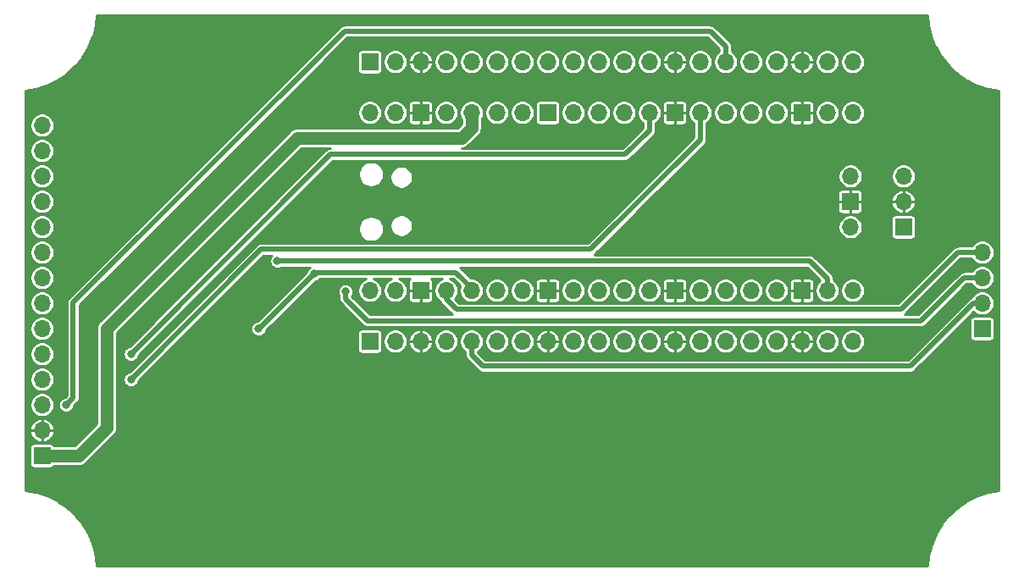
<source format=gbl>
G04 #@! TF.GenerationSoftware,KiCad,Pcbnew,(5.1.6-0)*
G04 #@! TF.CreationDate,2021-05-18T08:24:55+02:00*
G04 #@! TF.ProjectId,Pico_TFT_combiner,5069636f-5f54-4465-945f-636f6d62696e,rev?*
G04 #@! TF.SameCoordinates,Original*
G04 #@! TF.FileFunction,Copper,L2,Bot*
G04 #@! TF.FilePolarity,Positive*
%FSLAX46Y46*%
G04 Gerber Fmt 4.6, Leading zero omitted, Abs format (unit mm)*
G04 Created by KiCad (PCBNEW (5.1.6-0)) date 2021-05-18 08:24:55*
%MOMM*%
%LPD*%
G01*
G04 APERTURE LIST*
G04 #@! TA.AperFunction,ComponentPad*
%ADD10R,1.700000X1.700000*%
G04 #@! TD*
G04 #@! TA.AperFunction,ComponentPad*
%ADD11O,1.700000X1.700000*%
G04 #@! TD*
G04 #@! TA.AperFunction,ViaPad*
%ADD12C,0.450000*%
G04 #@! TD*
G04 #@! TA.AperFunction,ViaPad*
%ADD13C,1.000000*%
G04 #@! TD*
G04 #@! TA.AperFunction,ViaPad*
%ADD14C,0.800000*%
G04 #@! TD*
G04 #@! TA.AperFunction,Conductor*
%ADD15C,1.270000*%
G04 #@! TD*
G04 #@! TA.AperFunction,Conductor*
%ADD16C,0.508000*%
G04 #@! TD*
G04 #@! TA.AperFunction,Conductor*
%ADD17C,0.254000*%
G04 #@! TD*
G04 APERTURE END LIST*
D10*
X169926000Y-64770000D03*
D11*
X169926000Y-62230000D03*
X169926000Y-59690000D03*
D10*
X83820000Y-87630000D03*
D11*
X83820000Y-85090000D03*
X83820000Y-82550000D03*
X83820000Y-80010000D03*
X83820000Y-77470000D03*
X83820000Y-74930000D03*
X83820000Y-72390000D03*
X83820000Y-69850000D03*
X83820000Y-67310000D03*
X83820000Y-64770000D03*
X83820000Y-62230000D03*
X83820000Y-59690000D03*
X83820000Y-57150000D03*
X83820000Y-54610000D03*
X164846000Y-76200000D03*
X162306000Y-76200000D03*
X159766000Y-76200000D03*
X157226000Y-76200000D03*
X154686000Y-76200000D03*
X152146000Y-76200000D03*
X149606000Y-76200000D03*
X147066000Y-76200000D03*
X144526000Y-76200000D03*
X141986000Y-76200000D03*
X139446000Y-76200000D03*
X136906000Y-76200000D03*
X134366000Y-76200000D03*
X131826000Y-76200000D03*
X129286000Y-76200000D03*
X126746000Y-76200000D03*
X124206000Y-76200000D03*
X121666000Y-76200000D03*
X119126000Y-76200000D03*
D10*
X116586000Y-76200000D03*
X116586000Y-48260000D03*
D11*
X119126000Y-48260000D03*
X121666000Y-48260000D03*
X124206000Y-48260000D03*
X126746000Y-48260000D03*
X129286000Y-48260000D03*
X131826000Y-48260000D03*
X134366000Y-48260000D03*
X136906000Y-48260000D03*
X139446000Y-48260000D03*
X141986000Y-48260000D03*
X144526000Y-48260000D03*
X147066000Y-48260000D03*
X149606000Y-48260000D03*
X152146000Y-48260000D03*
X154686000Y-48260000D03*
X157226000Y-48260000D03*
X159766000Y-48260000D03*
X162306000Y-48260000D03*
X164846000Y-48260000D03*
X116586000Y-71120000D03*
X119126000Y-71120000D03*
D10*
X121666000Y-71120000D03*
D11*
X124206000Y-71120000D03*
X126746000Y-71120000D03*
X129286000Y-71120000D03*
X131826000Y-71120000D03*
D10*
X134366000Y-71120000D03*
D11*
X136906000Y-71120000D03*
X139446000Y-71120000D03*
X141986000Y-71120000D03*
X144526000Y-71120000D03*
D10*
X147066000Y-71120000D03*
D11*
X149606000Y-71120000D03*
X152146000Y-71120000D03*
X154686000Y-71120000D03*
X157226000Y-71120000D03*
D10*
X159766000Y-71120000D03*
D11*
X162306000Y-71120000D03*
X164846000Y-71120000D03*
X164846000Y-53340000D03*
X162306000Y-53340000D03*
D10*
X159766000Y-53340000D03*
D11*
X157226000Y-53340000D03*
X154686000Y-53340000D03*
X152146000Y-53340000D03*
X149606000Y-53340000D03*
D10*
X147066000Y-53340000D03*
D11*
X144526000Y-53340000D03*
X141986000Y-53340000D03*
X139446000Y-53340000D03*
X136906000Y-53340000D03*
D10*
X134366000Y-53340000D03*
D11*
X131826000Y-53340000D03*
X129286000Y-53340000D03*
X126746000Y-53340000D03*
X124206000Y-53340000D03*
D10*
X121666000Y-53340000D03*
D11*
X119126000Y-53340000D03*
X116586000Y-53340000D03*
X164616000Y-64770000D03*
D10*
X164616000Y-62230000D03*
D11*
X164616000Y-59690000D03*
D10*
X177800000Y-74930000D03*
D11*
X177800000Y-72390000D03*
X177800000Y-69850000D03*
X177800000Y-67310000D03*
D12*
X105465880Y-76100940D03*
X111663480Y-70261480D03*
X113253520Y-72003920D03*
D13*
X97790000Y-67437000D03*
D14*
X86233000Y-82550000D03*
X92709998Y-80010000D03*
X92710000Y-77470000D03*
X110998002Y-69469000D03*
X105481120Y-74945240D03*
X107348020Y-68163440D03*
X114160300Y-71229220D03*
D15*
X126746000Y-54864000D02*
X126746000Y-53340000D01*
X125730000Y-55880000D02*
X126746000Y-54864000D01*
X109347000Y-55880000D02*
X125730000Y-55880000D01*
X97790000Y-67437000D02*
X109347000Y-55880000D01*
X83820000Y-87630000D02*
X87503000Y-87630000D01*
X87503000Y-87630000D02*
X90297000Y-84836000D01*
X90297000Y-74930000D02*
X97790000Y-67437000D01*
X90297000Y-84836000D02*
X90297000Y-74930000D01*
D16*
X86939120Y-81843880D02*
X86233000Y-82550000D01*
X86939120Y-72318880D02*
X86939120Y-81843880D01*
X114046000Y-45212000D02*
X86939120Y-72318880D01*
X152146000Y-46736000D02*
X150622000Y-45212000D01*
X150622000Y-45212000D02*
X114046000Y-45212000D01*
X152146000Y-48260000D02*
X152146000Y-46736000D01*
X105730038Y-66989960D02*
X92709998Y-80010000D01*
X138681460Y-66989960D02*
X105730038Y-66989960D01*
X149606000Y-56065420D02*
X138681460Y-66989960D01*
X149606000Y-53340000D02*
X149606000Y-56065420D01*
X112649000Y-57531000D02*
X92710000Y-77470000D01*
X142120620Y-57531000D02*
X112649000Y-57531000D01*
X144526000Y-55125620D02*
X142120620Y-57531000D01*
X144526000Y-53340000D02*
X144526000Y-55125620D01*
X111150402Y-69316600D02*
X110998002Y-69469000D01*
X126746000Y-70866000D02*
X125196600Y-69316600D01*
X125196600Y-69316600D02*
X111150402Y-69316600D01*
X126746000Y-71120000D02*
X126746000Y-70866000D01*
X110998002Y-69469000D02*
X105521762Y-74945240D01*
X105521762Y-74945240D02*
X105481120Y-74945240D01*
X126746000Y-77546200D02*
X126746000Y-76200000D01*
X127886460Y-78686660D02*
X126746000Y-77546200D01*
X176923700Y-72390000D02*
X170627040Y-78686660D01*
X170627040Y-78686660D02*
X127886460Y-78686660D01*
X177800000Y-72390000D02*
X176923700Y-72390000D01*
X125224540Y-73025000D02*
X124206000Y-72006460D01*
X169672000Y-73025000D02*
X125224540Y-73025000D01*
X175387000Y-67310000D02*
X169672000Y-73025000D01*
X124206000Y-72006460D02*
X124206000Y-71120000D01*
X177800000Y-67310000D02*
X175387000Y-67310000D01*
X162306000Y-69931280D02*
X160538160Y-68163440D01*
X160538160Y-68163440D02*
X107348020Y-68163440D01*
X162306000Y-71120000D02*
X162306000Y-69931280D01*
X114160300Y-71963280D02*
X114160300Y-71229220D01*
X171678600Y-74168000D02*
X116365020Y-74168000D01*
X175996600Y-69850000D02*
X171678600Y-74168000D01*
X116365020Y-74168000D02*
X114160300Y-71963280D01*
X177800000Y-69850000D02*
X175996600Y-69850000D01*
D17*
G36*
X172422090Y-44512981D02*
G01*
X172423549Y-44521271D01*
X172424144Y-44529666D01*
X172431886Y-44569291D01*
X172697059Y-45640455D01*
X172699913Y-45649211D01*
X172701889Y-45658232D01*
X172715270Y-45696324D01*
X173132294Y-46717990D01*
X173136388Y-46726254D01*
X173139641Y-46734883D01*
X173158380Y-46770645D01*
X173718519Y-47721409D01*
X173723764Y-47728997D01*
X173728228Y-47737065D01*
X173751933Y-47769747D01*
X174443455Y-48629693D01*
X174449737Y-48636440D01*
X174455322Y-48643784D01*
X174483497Y-48672701D01*
X175291914Y-49423814D01*
X175299101Y-49429582D01*
X175305690Y-49436044D01*
X175337745Y-49460592D01*
X176246121Y-50087138D01*
X176254071Y-50091811D01*
X176261519Y-50097251D01*
X176296781Y-50116914D01*
X177286089Y-50605768D01*
X177294627Y-50609243D01*
X177302786Y-50613553D01*
X177340518Y-50627920D01*
X178390033Y-50968839D01*
X178398981Y-50971044D01*
X178407678Y-50974132D01*
X178447088Y-50982902D01*
X179429230Y-51150707D01*
X179424751Y-91104948D01*
X178503654Y-91260677D01*
X178495736Y-91262614D01*
X178487661Y-91263712D01*
X178448616Y-91273987D01*
X177399049Y-91606803D01*
X177390486Y-91610219D01*
X177381620Y-91612768D01*
X177344467Y-91628572D01*
X176353938Y-92109414D01*
X176345952Y-92114033D01*
X176337553Y-92117833D01*
X176303071Y-92138834D01*
X175392329Y-92757628D01*
X175385100Y-92763346D01*
X175377329Y-92768324D01*
X175346241Y-92794084D01*
X174534366Y-93537869D01*
X174528041Y-93544568D01*
X174521068Y-93550617D01*
X174494024Y-93580595D01*
X173798021Y-94433788D01*
X173792724Y-94441337D01*
X173786704Y-94448322D01*
X173764270Y-94481890D01*
X173198721Y-95426618D01*
X173194572Y-95434848D01*
X173189619Y-95442635D01*
X173172266Y-95479089D01*
X172749019Y-96495563D01*
X172746102Y-96504305D01*
X172742324Y-96512727D01*
X172730415Y-96551304D01*
X172458336Y-97618229D01*
X172456710Y-97627306D01*
X172454190Y-97636178D01*
X172447975Y-97676071D01*
X172345082Y-98654000D01*
X89292869Y-98654000D01*
X89204376Y-97765616D01*
X89203025Y-97757825D01*
X89202505Y-97749932D01*
X89194961Y-97710269D01*
X88935148Y-96637791D01*
X88932337Y-96629018D01*
X88930407Y-96619991D01*
X88917217Y-96581832D01*
X88505306Y-95558094D01*
X88501256Y-95549815D01*
X88498044Y-95541164D01*
X88479484Y-95505309D01*
X87924105Y-94551756D01*
X87918902Y-94544148D01*
X87914475Y-94536051D01*
X87890933Y-94503251D01*
X87203720Y-93639858D01*
X87197473Y-93633081D01*
X87191924Y-93625708D01*
X87163894Y-93596650D01*
X86359243Y-92841504D01*
X86352079Y-92835696D01*
X86345527Y-92829205D01*
X86313596Y-92804498D01*
X85408363Y-92173418D01*
X85400443Y-92168709D01*
X85393017Y-92163228D01*
X85357853Y-92143389D01*
X84371001Y-91649595D01*
X84362482Y-91646078D01*
X84354344Y-91641727D01*
X84316685Y-91627172D01*
X83268888Y-91281008D01*
X83259947Y-91278757D01*
X83251269Y-91275627D01*
X83211904Y-91266660D01*
X82206685Y-91089736D01*
X82205130Y-86780000D01*
X82587157Y-86780000D01*
X82587157Y-88480000D01*
X82594513Y-88554689D01*
X82616299Y-88626508D01*
X82651678Y-88692696D01*
X82699289Y-88750711D01*
X82757304Y-88798322D01*
X82823492Y-88833701D01*
X82895311Y-88855487D01*
X82970000Y-88862843D01*
X84670000Y-88862843D01*
X84744689Y-88855487D01*
X84816508Y-88833701D01*
X84882696Y-88798322D01*
X84940711Y-88750711D01*
X84988322Y-88692696D01*
X85013282Y-88646000D01*
X87453098Y-88646000D01*
X87503000Y-88650915D01*
X87552902Y-88646000D01*
X87702171Y-88631298D01*
X87893687Y-88573202D01*
X88070190Y-88478860D01*
X88224896Y-88351896D01*
X88256712Y-88313128D01*
X90980133Y-85589708D01*
X91018896Y-85557896D01*
X91145860Y-85403190D01*
X91240202Y-85226687D01*
X91298298Y-85035171D01*
X91313000Y-84885902D01*
X91313000Y-84885901D01*
X91317915Y-84836000D01*
X91313000Y-84786098D01*
X91313000Y-79933078D01*
X91928998Y-79933078D01*
X91928998Y-80086922D01*
X91959011Y-80237809D01*
X92017885Y-80379942D01*
X92103356Y-80507859D01*
X92212139Y-80616642D01*
X92340056Y-80702113D01*
X92482189Y-80760987D01*
X92633076Y-80791000D01*
X92786920Y-80791000D01*
X92937807Y-80760987D01*
X93079940Y-80702113D01*
X93207857Y-80616642D01*
X93316640Y-80507859D01*
X93402111Y-80379942D01*
X93460985Y-80237809D01*
X93481041Y-80136981D01*
X105993063Y-67624960D01*
X106781999Y-67624960D01*
X106741378Y-67665581D01*
X106655907Y-67793498D01*
X106597033Y-67935631D01*
X106567020Y-68086518D01*
X106567020Y-68240362D01*
X106597033Y-68391249D01*
X106655907Y-68533382D01*
X106741378Y-68661299D01*
X106850161Y-68770082D01*
X106978078Y-68855553D01*
X107120211Y-68914427D01*
X107271098Y-68944440D01*
X107424942Y-68944440D01*
X107575829Y-68914427D01*
X107717962Y-68855553D01*
X107803438Y-68798440D01*
X110595804Y-68798440D01*
X110500143Y-68862358D01*
X110391360Y-68971141D01*
X110305889Y-69099058D01*
X110247015Y-69241191D01*
X110226960Y-69342018D01*
X105404738Y-74164240D01*
X105404198Y-74164240D01*
X105253311Y-74194253D01*
X105111178Y-74253127D01*
X104983261Y-74338598D01*
X104874478Y-74447381D01*
X104789007Y-74575298D01*
X104730133Y-74717431D01*
X104700120Y-74868318D01*
X104700120Y-75022162D01*
X104730133Y-75173049D01*
X104789007Y-75315182D01*
X104874478Y-75443099D01*
X104983261Y-75551882D01*
X105111178Y-75637353D01*
X105253311Y-75696227D01*
X105404198Y-75726240D01*
X105558042Y-75726240D01*
X105708929Y-75696227D01*
X105851062Y-75637353D01*
X105978979Y-75551882D01*
X106087762Y-75443099D01*
X106149968Y-75350000D01*
X115353157Y-75350000D01*
X115353157Y-77050000D01*
X115360513Y-77124689D01*
X115382299Y-77196508D01*
X115417678Y-77262696D01*
X115465289Y-77320711D01*
X115523304Y-77368322D01*
X115589492Y-77403701D01*
X115661311Y-77425487D01*
X115736000Y-77432843D01*
X117436000Y-77432843D01*
X117510689Y-77425487D01*
X117582508Y-77403701D01*
X117648696Y-77368322D01*
X117706711Y-77320711D01*
X117754322Y-77262696D01*
X117789701Y-77196508D01*
X117811487Y-77124689D01*
X117818843Y-77050000D01*
X117818843Y-76078757D01*
X117895000Y-76078757D01*
X117895000Y-76321243D01*
X117942307Y-76559069D01*
X118035102Y-76783097D01*
X118169820Y-76984717D01*
X118341283Y-77156180D01*
X118542903Y-77290898D01*
X118766931Y-77383693D01*
X119004757Y-77431000D01*
X119247243Y-77431000D01*
X119485069Y-77383693D01*
X119709097Y-77290898D01*
X119910717Y-77156180D01*
X120082180Y-76984717D01*
X120216898Y-76783097D01*
X120309693Y-76559069D01*
X120342682Y-76393221D01*
X120449246Y-76393221D01*
X120510321Y-76626885D01*
X120615808Y-76844144D01*
X120761653Y-77036649D01*
X120942252Y-77197002D01*
X121150664Y-77319041D01*
X121378880Y-77398076D01*
X121472779Y-77416754D01*
X121665500Y-77336500D01*
X121665500Y-76200500D01*
X121666500Y-76200500D01*
X121666500Y-77336500D01*
X121859221Y-77416754D01*
X121953120Y-77398076D01*
X122181336Y-77319041D01*
X122389748Y-77197002D01*
X122570347Y-77036649D01*
X122716192Y-76844144D01*
X122821679Y-76626885D01*
X122882754Y-76393221D01*
X122802500Y-76200500D01*
X121666500Y-76200500D01*
X121665500Y-76200500D01*
X120529500Y-76200500D01*
X120449246Y-76393221D01*
X120342682Y-76393221D01*
X120357000Y-76321243D01*
X120357000Y-76078757D01*
X120342683Y-76006779D01*
X120449246Y-76006779D01*
X120529500Y-76199500D01*
X121665500Y-76199500D01*
X121665500Y-75063500D01*
X121666500Y-75063500D01*
X121666500Y-76199500D01*
X122802500Y-76199500D01*
X122852780Y-76078757D01*
X122975000Y-76078757D01*
X122975000Y-76321243D01*
X123022307Y-76559069D01*
X123115102Y-76783097D01*
X123249820Y-76984717D01*
X123421283Y-77156180D01*
X123622903Y-77290898D01*
X123846931Y-77383693D01*
X124084757Y-77431000D01*
X124327243Y-77431000D01*
X124565069Y-77383693D01*
X124789097Y-77290898D01*
X124990717Y-77156180D01*
X125162180Y-76984717D01*
X125296898Y-76783097D01*
X125389693Y-76559069D01*
X125437000Y-76321243D01*
X125437000Y-76078757D01*
X125515000Y-76078757D01*
X125515000Y-76321243D01*
X125562307Y-76559069D01*
X125655102Y-76783097D01*
X125789820Y-76984717D01*
X125961283Y-77156180D01*
X126111000Y-77256218D01*
X126111000Y-77515018D01*
X126107929Y-77546200D01*
X126111000Y-77577381D01*
X126111000Y-77577391D01*
X126120188Y-77670681D01*
X126156498Y-77790379D01*
X126215463Y-77900693D01*
X126294815Y-77997385D01*
X126319050Y-78017274D01*
X127415390Y-79113615D01*
X127435275Y-79137845D01*
X127531966Y-79217197D01*
X127642280Y-79276162D01*
X127761978Y-79312472D01*
X127855268Y-79321660D01*
X127855279Y-79321660D01*
X127886460Y-79324731D01*
X127917641Y-79321660D01*
X170595859Y-79321660D01*
X170627040Y-79324731D01*
X170658221Y-79321660D01*
X170658232Y-79321660D01*
X170751522Y-79312472D01*
X170871220Y-79276162D01*
X170981534Y-79217197D01*
X171078225Y-79137845D01*
X171098114Y-79113610D01*
X176131724Y-74080000D01*
X176567157Y-74080000D01*
X176567157Y-75780000D01*
X176574513Y-75854689D01*
X176596299Y-75926508D01*
X176631678Y-75992696D01*
X176679289Y-76050711D01*
X176737304Y-76098322D01*
X176803492Y-76133701D01*
X176875311Y-76155487D01*
X176950000Y-76162843D01*
X178650000Y-76162843D01*
X178724689Y-76155487D01*
X178796508Y-76133701D01*
X178862696Y-76098322D01*
X178920711Y-76050711D01*
X178968322Y-75992696D01*
X179003701Y-75926508D01*
X179025487Y-75854689D01*
X179032843Y-75780000D01*
X179032843Y-74080000D01*
X179025487Y-74005311D01*
X179003701Y-73933492D01*
X178968322Y-73867304D01*
X178920711Y-73809289D01*
X178862696Y-73761678D01*
X178796508Y-73726299D01*
X178724689Y-73704513D01*
X178650000Y-73697157D01*
X176950000Y-73697157D01*
X176875311Y-73704513D01*
X176803492Y-73726299D01*
X176737304Y-73761678D01*
X176679289Y-73809289D01*
X176631678Y-73867304D01*
X176596299Y-73933492D01*
X176574513Y-74005311D01*
X176567157Y-74080000D01*
X176131724Y-74080000D01*
X176940414Y-73271311D01*
X177015283Y-73346180D01*
X177216903Y-73480898D01*
X177440931Y-73573693D01*
X177678757Y-73621000D01*
X177921243Y-73621000D01*
X178159069Y-73573693D01*
X178383097Y-73480898D01*
X178584717Y-73346180D01*
X178756180Y-73174717D01*
X178890898Y-72973097D01*
X178983693Y-72749069D01*
X179031000Y-72511243D01*
X179031000Y-72268757D01*
X178983693Y-72030931D01*
X178890898Y-71806903D01*
X178756180Y-71605283D01*
X178584717Y-71433820D01*
X178383097Y-71299102D01*
X178159069Y-71206307D01*
X177921243Y-71159000D01*
X177678757Y-71159000D01*
X177440931Y-71206307D01*
X177216903Y-71299102D01*
X177015283Y-71433820D01*
X176843820Y-71605283D01*
X176721990Y-71787615D01*
X176679520Y-71800498D01*
X176569206Y-71859463D01*
X176472515Y-71938815D01*
X176452630Y-71963045D01*
X170364016Y-78051660D01*
X128149485Y-78051660D01*
X127381000Y-77283176D01*
X127381000Y-77256218D01*
X127530717Y-77156180D01*
X127702180Y-76984717D01*
X127836898Y-76783097D01*
X127929693Y-76559069D01*
X127977000Y-76321243D01*
X127977000Y-76078757D01*
X128055000Y-76078757D01*
X128055000Y-76321243D01*
X128102307Y-76559069D01*
X128195102Y-76783097D01*
X128329820Y-76984717D01*
X128501283Y-77156180D01*
X128702903Y-77290898D01*
X128926931Y-77383693D01*
X129164757Y-77431000D01*
X129407243Y-77431000D01*
X129645069Y-77383693D01*
X129869097Y-77290898D01*
X130070717Y-77156180D01*
X130242180Y-76984717D01*
X130376898Y-76783097D01*
X130469693Y-76559069D01*
X130517000Y-76321243D01*
X130517000Y-76078757D01*
X130595000Y-76078757D01*
X130595000Y-76321243D01*
X130642307Y-76559069D01*
X130735102Y-76783097D01*
X130869820Y-76984717D01*
X131041283Y-77156180D01*
X131242903Y-77290898D01*
X131466931Y-77383693D01*
X131704757Y-77431000D01*
X131947243Y-77431000D01*
X132185069Y-77383693D01*
X132409097Y-77290898D01*
X132610717Y-77156180D01*
X132782180Y-76984717D01*
X132916898Y-76783097D01*
X133009693Y-76559069D01*
X133042682Y-76393221D01*
X133149246Y-76393221D01*
X133210321Y-76626885D01*
X133315808Y-76844144D01*
X133461653Y-77036649D01*
X133642252Y-77197002D01*
X133850664Y-77319041D01*
X134078880Y-77398076D01*
X134172779Y-77416754D01*
X134365500Y-77336500D01*
X134365500Y-76200500D01*
X134366500Y-76200500D01*
X134366500Y-77336500D01*
X134559221Y-77416754D01*
X134653120Y-77398076D01*
X134881336Y-77319041D01*
X135089748Y-77197002D01*
X135270347Y-77036649D01*
X135416192Y-76844144D01*
X135521679Y-76626885D01*
X135582754Y-76393221D01*
X135502500Y-76200500D01*
X134366500Y-76200500D01*
X134365500Y-76200500D01*
X133229500Y-76200500D01*
X133149246Y-76393221D01*
X133042682Y-76393221D01*
X133057000Y-76321243D01*
X133057000Y-76078757D01*
X133042683Y-76006779D01*
X133149246Y-76006779D01*
X133229500Y-76199500D01*
X134365500Y-76199500D01*
X134365500Y-75063500D01*
X134366500Y-75063500D01*
X134366500Y-76199500D01*
X135502500Y-76199500D01*
X135552780Y-76078757D01*
X135675000Y-76078757D01*
X135675000Y-76321243D01*
X135722307Y-76559069D01*
X135815102Y-76783097D01*
X135949820Y-76984717D01*
X136121283Y-77156180D01*
X136322903Y-77290898D01*
X136546931Y-77383693D01*
X136784757Y-77431000D01*
X137027243Y-77431000D01*
X137265069Y-77383693D01*
X137489097Y-77290898D01*
X137690717Y-77156180D01*
X137862180Y-76984717D01*
X137996898Y-76783097D01*
X138089693Y-76559069D01*
X138137000Y-76321243D01*
X138137000Y-76078757D01*
X138215000Y-76078757D01*
X138215000Y-76321243D01*
X138262307Y-76559069D01*
X138355102Y-76783097D01*
X138489820Y-76984717D01*
X138661283Y-77156180D01*
X138862903Y-77290898D01*
X139086931Y-77383693D01*
X139324757Y-77431000D01*
X139567243Y-77431000D01*
X139805069Y-77383693D01*
X140029097Y-77290898D01*
X140230717Y-77156180D01*
X140402180Y-76984717D01*
X140536898Y-76783097D01*
X140629693Y-76559069D01*
X140677000Y-76321243D01*
X140677000Y-76078757D01*
X140755000Y-76078757D01*
X140755000Y-76321243D01*
X140802307Y-76559069D01*
X140895102Y-76783097D01*
X141029820Y-76984717D01*
X141201283Y-77156180D01*
X141402903Y-77290898D01*
X141626931Y-77383693D01*
X141864757Y-77431000D01*
X142107243Y-77431000D01*
X142345069Y-77383693D01*
X142569097Y-77290898D01*
X142770717Y-77156180D01*
X142942180Y-76984717D01*
X143076898Y-76783097D01*
X143169693Y-76559069D01*
X143217000Y-76321243D01*
X143217000Y-76078757D01*
X143295000Y-76078757D01*
X143295000Y-76321243D01*
X143342307Y-76559069D01*
X143435102Y-76783097D01*
X143569820Y-76984717D01*
X143741283Y-77156180D01*
X143942903Y-77290898D01*
X144166931Y-77383693D01*
X144404757Y-77431000D01*
X144647243Y-77431000D01*
X144885069Y-77383693D01*
X145109097Y-77290898D01*
X145310717Y-77156180D01*
X145482180Y-76984717D01*
X145616898Y-76783097D01*
X145709693Y-76559069D01*
X145742682Y-76393221D01*
X145849246Y-76393221D01*
X145910321Y-76626885D01*
X146015808Y-76844144D01*
X146161653Y-77036649D01*
X146342252Y-77197002D01*
X146550664Y-77319041D01*
X146778880Y-77398076D01*
X146872779Y-77416754D01*
X147065500Y-77336500D01*
X147065500Y-76200500D01*
X147066500Y-76200500D01*
X147066500Y-77336500D01*
X147259221Y-77416754D01*
X147353120Y-77398076D01*
X147581336Y-77319041D01*
X147789748Y-77197002D01*
X147970347Y-77036649D01*
X148116192Y-76844144D01*
X148221679Y-76626885D01*
X148282754Y-76393221D01*
X148202500Y-76200500D01*
X147066500Y-76200500D01*
X147065500Y-76200500D01*
X145929500Y-76200500D01*
X145849246Y-76393221D01*
X145742682Y-76393221D01*
X145757000Y-76321243D01*
X145757000Y-76078757D01*
X145742683Y-76006779D01*
X145849246Y-76006779D01*
X145929500Y-76199500D01*
X147065500Y-76199500D01*
X147065500Y-75063500D01*
X147066500Y-75063500D01*
X147066500Y-76199500D01*
X148202500Y-76199500D01*
X148252780Y-76078757D01*
X148375000Y-76078757D01*
X148375000Y-76321243D01*
X148422307Y-76559069D01*
X148515102Y-76783097D01*
X148649820Y-76984717D01*
X148821283Y-77156180D01*
X149022903Y-77290898D01*
X149246931Y-77383693D01*
X149484757Y-77431000D01*
X149727243Y-77431000D01*
X149965069Y-77383693D01*
X150189097Y-77290898D01*
X150390717Y-77156180D01*
X150562180Y-76984717D01*
X150696898Y-76783097D01*
X150789693Y-76559069D01*
X150837000Y-76321243D01*
X150837000Y-76078757D01*
X150915000Y-76078757D01*
X150915000Y-76321243D01*
X150962307Y-76559069D01*
X151055102Y-76783097D01*
X151189820Y-76984717D01*
X151361283Y-77156180D01*
X151562903Y-77290898D01*
X151786931Y-77383693D01*
X152024757Y-77431000D01*
X152267243Y-77431000D01*
X152505069Y-77383693D01*
X152729097Y-77290898D01*
X152930717Y-77156180D01*
X153102180Y-76984717D01*
X153236898Y-76783097D01*
X153329693Y-76559069D01*
X153377000Y-76321243D01*
X153377000Y-76078757D01*
X153455000Y-76078757D01*
X153455000Y-76321243D01*
X153502307Y-76559069D01*
X153595102Y-76783097D01*
X153729820Y-76984717D01*
X153901283Y-77156180D01*
X154102903Y-77290898D01*
X154326931Y-77383693D01*
X154564757Y-77431000D01*
X154807243Y-77431000D01*
X155045069Y-77383693D01*
X155269097Y-77290898D01*
X155470717Y-77156180D01*
X155642180Y-76984717D01*
X155776898Y-76783097D01*
X155869693Y-76559069D01*
X155917000Y-76321243D01*
X155917000Y-76078757D01*
X155995000Y-76078757D01*
X155995000Y-76321243D01*
X156042307Y-76559069D01*
X156135102Y-76783097D01*
X156269820Y-76984717D01*
X156441283Y-77156180D01*
X156642903Y-77290898D01*
X156866931Y-77383693D01*
X157104757Y-77431000D01*
X157347243Y-77431000D01*
X157585069Y-77383693D01*
X157809097Y-77290898D01*
X158010717Y-77156180D01*
X158182180Y-76984717D01*
X158316898Y-76783097D01*
X158409693Y-76559069D01*
X158442682Y-76393221D01*
X158549246Y-76393221D01*
X158610321Y-76626885D01*
X158715808Y-76844144D01*
X158861653Y-77036649D01*
X159042252Y-77197002D01*
X159250664Y-77319041D01*
X159478880Y-77398076D01*
X159572779Y-77416754D01*
X159765500Y-77336500D01*
X159765500Y-76200500D01*
X159766500Y-76200500D01*
X159766500Y-77336500D01*
X159959221Y-77416754D01*
X160053120Y-77398076D01*
X160281336Y-77319041D01*
X160489748Y-77197002D01*
X160670347Y-77036649D01*
X160816192Y-76844144D01*
X160921679Y-76626885D01*
X160982754Y-76393221D01*
X160902500Y-76200500D01*
X159766500Y-76200500D01*
X159765500Y-76200500D01*
X158629500Y-76200500D01*
X158549246Y-76393221D01*
X158442682Y-76393221D01*
X158457000Y-76321243D01*
X158457000Y-76078757D01*
X158442683Y-76006779D01*
X158549246Y-76006779D01*
X158629500Y-76199500D01*
X159765500Y-76199500D01*
X159765500Y-75063500D01*
X159766500Y-75063500D01*
X159766500Y-76199500D01*
X160902500Y-76199500D01*
X160952780Y-76078757D01*
X161075000Y-76078757D01*
X161075000Y-76321243D01*
X161122307Y-76559069D01*
X161215102Y-76783097D01*
X161349820Y-76984717D01*
X161521283Y-77156180D01*
X161722903Y-77290898D01*
X161946931Y-77383693D01*
X162184757Y-77431000D01*
X162427243Y-77431000D01*
X162665069Y-77383693D01*
X162889097Y-77290898D01*
X163090717Y-77156180D01*
X163262180Y-76984717D01*
X163396898Y-76783097D01*
X163489693Y-76559069D01*
X163537000Y-76321243D01*
X163537000Y-76078757D01*
X163615000Y-76078757D01*
X163615000Y-76321243D01*
X163662307Y-76559069D01*
X163755102Y-76783097D01*
X163889820Y-76984717D01*
X164061283Y-77156180D01*
X164262903Y-77290898D01*
X164486931Y-77383693D01*
X164724757Y-77431000D01*
X164967243Y-77431000D01*
X165205069Y-77383693D01*
X165429097Y-77290898D01*
X165630717Y-77156180D01*
X165802180Y-76984717D01*
X165936898Y-76783097D01*
X166029693Y-76559069D01*
X166077000Y-76321243D01*
X166077000Y-76078757D01*
X166029693Y-75840931D01*
X165936898Y-75616903D01*
X165802180Y-75415283D01*
X165630717Y-75243820D01*
X165429097Y-75109102D01*
X165205069Y-75016307D01*
X164967243Y-74969000D01*
X164724757Y-74969000D01*
X164486931Y-75016307D01*
X164262903Y-75109102D01*
X164061283Y-75243820D01*
X163889820Y-75415283D01*
X163755102Y-75616903D01*
X163662307Y-75840931D01*
X163615000Y-76078757D01*
X163537000Y-76078757D01*
X163489693Y-75840931D01*
X163396898Y-75616903D01*
X163262180Y-75415283D01*
X163090717Y-75243820D01*
X162889097Y-75109102D01*
X162665069Y-75016307D01*
X162427243Y-74969000D01*
X162184757Y-74969000D01*
X161946931Y-75016307D01*
X161722903Y-75109102D01*
X161521283Y-75243820D01*
X161349820Y-75415283D01*
X161215102Y-75616903D01*
X161122307Y-75840931D01*
X161075000Y-76078757D01*
X160952780Y-76078757D01*
X160982754Y-76006779D01*
X160921679Y-75773115D01*
X160816192Y-75555856D01*
X160670347Y-75363351D01*
X160489748Y-75202998D01*
X160281336Y-75080959D01*
X160053120Y-75001924D01*
X159959221Y-74983246D01*
X159766500Y-75063500D01*
X159765500Y-75063500D01*
X159572779Y-74983246D01*
X159478880Y-75001924D01*
X159250664Y-75080959D01*
X159042252Y-75202998D01*
X158861653Y-75363351D01*
X158715808Y-75555856D01*
X158610321Y-75773115D01*
X158549246Y-76006779D01*
X158442683Y-76006779D01*
X158409693Y-75840931D01*
X158316898Y-75616903D01*
X158182180Y-75415283D01*
X158010717Y-75243820D01*
X157809097Y-75109102D01*
X157585069Y-75016307D01*
X157347243Y-74969000D01*
X157104757Y-74969000D01*
X156866931Y-75016307D01*
X156642903Y-75109102D01*
X156441283Y-75243820D01*
X156269820Y-75415283D01*
X156135102Y-75616903D01*
X156042307Y-75840931D01*
X155995000Y-76078757D01*
X155917000Y-76078757D01*
X155869693Y-75840931D01*
X155776898Y-75616903D01*
X155642180Y-75415283D01*
X155470717Y-75243820D01*
X155269097Y-75109102D01*
X155045069Y-75016307D01*
X154807243Y-74969000D01*
X154564757Y-74969000D01*
X154326931Y-75016307D01*
X154102903Y-75109102D01*
X153901283Y-75243820D01*
X153729820Y-75415283D01*
X153595102Y-75616903D01*
X153502307Y-75840931D01*
X153455000Y-76078757D01*
X153377000Y-76078757D01*
X153329693Y-75840931D01*
X153236898Y-75616903D01*
X153102180Y-75415283D01*
X152930717Y-75243820D01*
X152729097Y-75109102D01*
X152505069Y-75016307D01*
X152267243Y-74969000D01*
X152024757Y-74969000D01*
X151786931Y-75016307D01*
X151562903Y-75109102D01*
X151361283Y-75243820D01*
X151189820Y-75415283D01*
X151055102Y-75616903D01*
X150962307Y-75840931D01*
X150915000Y-76078757D01*
X150837000Y-76078757D01*
X150789693Y-75840931D01*
X150696898Y-75616903D01*
X150562180Y-75415283D01*
X150390717Y-75243820D01*
X150189097Y-75109102D01*
X149965069Y-75016307D01*
X149727243Y-74969000D01*
X149484757Y-74969000D01*
X149246931Y-75016307D01*
X149022903Y-75109102D01*
X148821283Y-75243820D01*
X148649820Y-75415283D01*
X148515102Y-75616903D01*
X148422307Y-75840931D01*
X148375000Y-76078757D01*
X148252780Y-76078757D01*
X148282754Y-76006779D01*
X148221679Y-75773115D01*
X148116192Y-75555856D01*
X147970347Y-75363351D01*
X147789748Y-75202998D01*
X147581336Y-75080959D01*
X147353120Y-75001924D01*
X147259221Y-74983246D01*
X147066500Y-75063500D01*
X147065500Y-75063500D01*
X146872779Y-74983246D01*
X146778880Y-75001924D01*
X146550664Y-75080959D01*
X146342252Y-75202998D01*
X146161653Y-75363351D01*
X146015808Y-75555856D01*
X145910321Y-75773115D01*
X145849246Y-76006779D01*
X145742683Y-76006779D01*
X145709693Y-75840931D01*
X145616898Y-75616903D01*
X145482180Y-75415283D01*
X145310717Y-75243820D01*
X145109097Y-75109102D01*
X144885069Y-75016307D01*
X144647243Y-74969000D01*
X144404757Y-74969000D01*
X144166931Y-75016307D01*
X143942903Y-75109102D01*
X143741283Y-75243820D01*
X143569820Y-75415283D01*
X143435102Y-75616903D01*
X143342307Y-75840931D01*
X143295000Y-76078757D01*
X143217000Y-76078757D01*
X143169693Y-75840931D01*
X143076898Y-75616903D01*
X142942180Y-75415283D01*
X142770717Y-75243820D01*
X142569097Y-75109102D01*
X142345069Y-75016307D01*
X142107243Y-74969000D01*
X141864757Y-74969000D01*
X141626931Y-75016307D01*
X141402903Y-75109102D01*
X141201283Y-75243820D01*
X141029820Y-75415283D01*
X140895102Y-75616903D01*
X140802307Y-75840931D01*
X140755000Y-76078757D01*
X140677000Y-76078757D01*
X140629693Y-75840931D01*
X140536898Y-75616903D01*
X140402180Y-75415283D01*
X140230717Y-75243820D01*
X140029097Y-75109102D01*
X139805069Y-75016307D01*
X139567243Y-74969000D01*
X139324757Y-74969000D01*
X139086931Y-75016307D01*
X138862903Y-75109102D01*
X138661283Y-75243820D01*
X138489820Y-75415283D01*
X138355102Y-75616903D01*
X138262307Y-75840931D01*
X138215000Y-76078757D01*
X138137000Y-76078757D01*
X138089693Y-75840931D01*
X137996898Y-75616903D01*
X137862180Y-75415283D01*
X137690717Y-75243820D01*
X137489097Y-75109102D01*
X137265069Y-75016307D01*
X137027243Y-74969000D01*
X136784757Y-74969000D01*
X136546931Y-75016307D01*
X136322903Y-75109102D01*
X136121283Y-75243820D01*
X135949820Y-75415283D01*
X135815102Y-75616903D01*
X135722307Y-75840931D01*
X135675000Y-76078757D01*
X135552780Y-76078757D01*
X135582754Y-76006779D01*
X135521679Y-75773115D01*
X135416192Y-75555856D01*
X135270347Y-75363351D01*
X135089748Y-75202998D01*
X134881336Y-75080959D01*
X134653120Y-75001924D01*
X134559221Y-74983246D01*
X134366500Y-75063500D01*
X134365500Y-75063500D01*
X134172779Y-74983246D01*
X134078880Y-75001924D01*
X133850664Y-75080959D01*
X133642252Y-75202998D01*
X133461653Y-75363351D01*
X133315808Y-75555856D01*
X133210321Y-75773115D01*
X133149246Y-76006779D01*
X133042683Y-76006779D01*
X133009693Y-75840931D01*
X132916898Y-75616903D01*
X132782180Y-75415283D01*
X132610717Y-75243820D01*
X132409097Y-75109102D01*
X132185069Y-75016307D01*
X131947243Y-74969000D01*
X131704757Y-74969000D01*
X131466931Y-75016307D01*
X131242903Y-75109102D01*
X131041283Y-75243820D01*
X130869820Y-75415283D01*
X130735102Y-75616903D01*
X130642307Y-75840931D01*
X130595000Y-76078757D01*
X130517000Y-76078757D01*
X130469693Y-75840931D01*
X130376898Y-75616903D01*
X130242180Y-75415283D01*
X130070717Y-75243820D01*
X129869097Y-75109102D01*
X129645069Y-75016307D01*
X129407243Y-74969000D01*
X129164757Y-74969000D01*
X128926931Y-75016307D01*
X128702903Y-75109102D01*
X128501283Y-75243820D01*
X128329820Y-75415283D01*
X128195102Y-75616903D01*
X128102307Y-75840931D01*
X128055000Y-76078757D01*
X127977000Y-76078757D01*
X127929693Y-75840931D01*
X127836898Y-75616903D01*
X127702180Y-75415283D01*
X127530717Y-75243820D01*
X127329097Y-75109102D01*
X127105069Y-75016307D01*
X126867243Y-74969000D01*
X126624757Y-74969000D01*
X126386931Y-75016307D01*
X126162903Y-75109102D01*
X125961283Y-75243820D01*
X125789820Y-75415283D01*
X125655102Y-75616903D01*
X125562307Y-75840931D01*
X125515000Y-76078757D01*
X125437000Y-76078757D01*
X125389693Y-75840931D01*
X125296898Y-75616903D01*
X125162180Y-75415283D01*
X124990717Y-75243820D01*
X124789097Y-75109102D01*
X124565069Y-75016307D01*
X124327243Y-74969000D01*
X124084757Y-74969000D01*
X123846931Y-75016307D01*
X123622903Y-75109102D01*
X123421283Y-75243820D01*
X123249820Y-75415283D01*
X123115102Y-75616903D01*
X123022307Y-75840931D01*
X122975000Y-76078757D01*
X122852780Y-76078757D01*
X122882754Y-76006779D01*
X122821679Y-75773115D01*
X122716192Y-75555856D01*
X122570347Y-75363351D01*
X122389748Y-75202998D01*
X122181336Y-75080959D01*
X121953120Y-75001924D01*
X121859221Y-74983246D01*
X121666500Y-75063500D01*
X121665500Y-75063500D01*
X121472779Y-74983246D01*
X121378880Y-75001924D01*
X121150664Y-75080959D01*
X120942252Y-75202998D01*
X120761653Y-75363351D01*
X120615808Y-75555856D01*
X120510321Y-75773115D01*
X120449246Y-76006779D01*
X120342683Y-76006779D01*
X120309693Y-75840931D01*
X120216898Y-75616903D01*
X120082180Y-75415283D01*
X119910717Y-75243820D01*
X119709097Y-75109102D01*
X119485069Y-75016307D01*
X119247243Y-74969000D01*
X119004757Y-74969000D01*
X118766931Y-75016307D01*
X118542903Y-75109102D01*
X118341283Y-75243820D01*
X118169820Y-75415283D01*
X118035102Y-75616903D01*
X117942307Y-75840931D01*
X117895000Y-76078757D01*
X117818843Y-76078757D01*
X117818843Y-75350000D01*
X117811487Y-75275311D01*
X117789701Y-75203492D01*
X117754322Y-75137304D01*
X117706711Y-75079289D01*
X117648696Y-75031678D01*
X117582508Y-74996299D01*
X117510689Y-74974513D01*
X117436000Y-74967157D01*
X115736000Y-74967157D01*
X115661311Y-74974513D01*
X115589492Y-74996299D01*
X115523304Y-75031678D01*
X115465289Y-75079289D01*
X115417678Y-75137304D01*
X115382299Y-75203492D01*
X115360513Y-75275311D01*
X115353157Y-75350000D01*
X106149968Y-75350000D01*
X106173233Y-75315182D01*
X106232107Y-75173049D01*
X106242071Y-75122955D01*
X111124984Y-70240042D01*
X111225811Y-70219987D01*
X111367944Y-70161113D01*
X111495861Y-70075642D01*
X111604644Y-69966859D01*
X111614840Y-69951600D01*
X116190010Y-69951600D01*
X116002903Y-70029102D01*
X115801283Y-70163820D01*
X115629820Y-70335283D01*
X115495102Y-70536903D01*
X115402307Y-70760931D01*
X115355000Y-70998757D01*
X115355000Y-71241243D01*
X115402307Y-71479069D01*
X115495102Y-71703097D01*
X115629820Y-71904717D01*
X115801283Y-72076180D01*
X116002903Y-72210898D01*
X116226931Y-72303693D01*
X116464757Y-72351000D01*
X116707243Y-72351000D01*
X116945069Y-72303693D01*
X117169097Y-72210898D01*
X117370717Y-72076180D01*
X117542180Y-71904717D01*
X117676898Y-71703097D01*
X117769693Y-71479069D01*
X117817000Y-71241243D01*
X117817000Y-70998757D01*
X117769693Y-70760931D01*
X117676898Y-70536903D01*
X117542180Y-70335283D01*
X117370717Y-70163820D01*
X117169097Y-70029102D01*
X116981990Y-69951600D01*
X118730010Y-69951600D01*
X118542903Y-70029102D01*
X118341283Y-70163820D01*
X118169820Y-70335283D01*
X118035102Y-70536903D01*
X117942307Y-70760931D01*
X117895000Y-70998757D01*
X117895000Y-71241243D01*
X117942307Y-71479069D01*
X118035102Y-71703097D01*
X118169820Y-71904717D01*
X118341283Y-72076180D01*
X118542903Y-72210898D01*
X118766931Y-72303693D01*
X119004757Y-72351000D01*
X119247243Y-72351000D01*
X119485069Y-72303693D01*
X119709097Y-72210898D01*
X119910717Y-72076180D01*
X120016897Y-71970000D01*
X120432152Y-71970000D01*
X120439528Y-72044885D01*
X120461371Y-72116892D01*
X120496842Y-72183255D01*
X120544578Y-72241422D01*
X120602745Y-72289158D01*
X120669108Y-72324629D01*
X120741115Y-72346472D01*
X120816000Y-72353848D01*
X121570000Y-72352000D01*
X121665500Y-72256500D01*
X121665500Y-71120500D01*
X121666500Y-71120500D01*
X121666500Y-72256500D01*
X121762000Y-72352000D01*
X122516000Y-72353848D01*
X122590885Y-72346472D01*
X122662892Y-72324629D01*
X122729255Y-72289158D01*
X122787422Y-72241422D01*
X122835158Y-72183255D01*
X122870629Y-72116892D01*
X122892472Y-72044885D01*
X122899848Y-71970000D01*
X122898000Y-71216000D01*
X122802500Y-71120500D01*
X121666500Y-71120500D01*
X121665500Y-71120500D01*
X120529500Y-71120500D01*
X120434000Y-71216000D01*
X120432152Y-71970000D01*
X120016897Y-71970000D01*
X120082180Y-71904717D01*
X120216898Y-71703097D01*
X120309693Y-71479069D01*
X120357000Y-71241243D01*
X120357000Y-70998757D01*
X120309693Y-70760931D01*
X120216898Y-70536903D01*
X120082180Y-70335283D01*
X119910717Y-70163820D01*
X119709097Y-70029102D01*
X119521990Y-69951600D01*
X120601821Y-69951600D01*
X120544578Y-69998578D01*
X120496842Y-70056745D01*
X120461371Y-70123108D01*
X120439528Y-70195115D01*
X120432152Y-70270000D01*
X120434000Y-71024000D01*
X120529500Y-71119500D01*
X121665500Y-71119500D01*
X121665500Y-71099500D01*
X121666500Y-71099500D01*
X121666500Y-71119500D01*
X122802500Y-71119500D01*
X122898000Y-71024000D01*
X122899848Y-70270000D01*
X122892472Y-70195115D01*
X122870629Y-70123108D01*
X122835158Y-70056745D01*
X122787422Y-69998578D01*
X122730179Y-69951600D01*
X123810010Y-69951600D01*
X123622903Y-70029102D01*
X123421283Y-70163820D01*
X123249820Y-70335283D01*
X123115102Y-70536903D01*
X123022307Y-70760931D01*
X122975000Y-70998757D01*
X122975000Y-71241243D01*
X123022307Y-71479069D01*
X123115102Y-71703097D01*
X123249820Y-71904717D01*
X123421283Y-72076180D01*
X123599750Y-72195428D01*
X123616498Y-72250639D01*
X123675463Y-72360953D01*
X123754815Y-72457645D01*
X123779050Y-72477534D01*
X124753470Y-73451955D01*
X124773355Y-73476185D01*
X124842584Y-73533000D01*
X116628045Y-73533000D01*
X114795300Y-71700256D01*
X114795300Y-71684638D01*
X114852413Y-71599162D01*
X114911287Y-71457029D01*
X114941300Y-71306142D01*
X114941300Y-71152298D01*
X114911287Y-71001411D01*
X114852413Y-70859278D01*
X114766942Y-70731361D01*
X114658159Y-70622578D01*
X114530242Y-70537107D01*
X114388109Y-70478233D01*
X114237222Y-70448220D01*
X114083378Y-70448220D01*
X113932491Y-70478233D01*
X113790358Y-70537107D01*
X113662441Y-70622578D01*
X113553658Y-70731361D01*
X113468187Y-70859278D01*
X113409313Y-71001411D01*
X113379300Y-71152298D01*
X113379300Y-71306142D01*
X113409313Y-71457029D01*
X113468187Y-71599162D01*
X113525300Y-71684638D01*
X113525300Y-71932099D01*
X113522229Y-71963280D01*
X113525300Y-71994461D01*
X113525300Y-71994471D01*
X113534488Y-72087761D01*
X113570798Y-72207459D01*
X113629763Y-72317773D01*
X113709115Y-72414465D01*
X113733350Y-72434354D01*
X115893950Y-74594955D01*
X115913835Y-74619185D01*
X115938063Y-74639068D01*
X116010526Y-74698538D01*
X116120840Y-74757502D01*
X116240538Y-74793812D01*
X116333828Y-74803000D01*
X116333839Y-74803000D01*
X116365020Y-74806071D01*
X116396201Y-74803000D01*
X171647419Y-74803000D01*
X171678600Y-74806071D01*
X171709781Y-74803000D01*
X171709792Y-74803000D01*
X171803082Y-74793812D01*
X171922780Y-74757502D01*
X172033094Y-74698537D01*
X172129785Y-74619185D01*
X172149674Y-74594950D01*
X176259625Y-70485000D01*
X176743782Y-70485000D01*
X176843820Y-70634717D01*
X177015283Y-70806180D01*
X177216903Y-70940898D01*
X177440931Y-71033693D01*
X177678757Y-71081000D01*
X177921243Y-71081000D01*
X178159069Y-71033693D01*
X178383097Y-70940898D01*
X178584717Y-70806180D01*
X178756180Y-70634717D01*
X178890898Y-70433097D01*
X178983693Y-70209069D01*
X179031000Y-69971243D01*
X179031000Y-69728757D01*
X178983693Y-69490931D01*
X178890898Y-69266903D01*
X178756180Y-69065283D01*
X178584717Y-68893820D01*
X178383097Y-68759102D01*
X178159069Y-68666307D01*
X177921243Y-68619000D01*
X177678757Y-68619000D01*
X177440931Y-68666307D01*
X177216903Y-68759102D01*
X177015283Y-68893820D01*
X176843820Y-69065283D01*
X176743782Y-69215000D01*
X176027780Y-69215000D01*
X175996599Y-69211929D01*
X175965418Y-69215000D01*
X175965408Y-69215000D01*
X175872118Y-69224188D01*
X175752420Y-69260498D01*
X175642106Y-69319463D01*
X175545415Y-69398815D01*
X175525530Y-69423045D01*
X171415576Y-73533000D01*
X170053956Y-73533000D01*
X170123185Y-73476185D01*
X170143074Y-73451950D01*
X175650026Y-67945000D01*
X176743782Y-67945000D01*
X176843820Y-68094717D01*
X177015283Y-68266180D01*
X177216903Y-68400898D01*
X177440931Y-68493693D01*
X177678757Y-68541000D01*
X177921243Y-68541000D01*
X178159069Y-68493693D01*
X178383097Y-68400898D01*
X178584717Y-68266180D01*
X178756180Y-68094717D01*
X178890898Y-67893097D01*
X178983693Y-67669069D01*
X179031000Y-67431243D01*
X179031000Y-67188757D01*
X178983693Y-66950931D01*
X178890898Y-66726903D01*
X178756180Y-66525283D01*
X178584717Y-66353820D01*
X178383097Y-66219102D01*
X178159069Y-66126307D01*
X177921243Y-66079000D01*
X177678757Y-66079000D01*
X177440931Y-66126307D01*
X177216903Y-66219102D01*
X177015283Y-66353820D01*
X176843820Y-66525283D01*
X176743782Y-66675000D01*
X175418189Y-66675000D01*
X175387000Y-66671928D01*
X175355811Y-66675000D01*
X175355808Y-66675000D01*
X175262518Y-66684188D01*
X175142820Y-66720498D01*
X175032506Y-66779462D01*
X174960043Y-66838931D01*
X174960039Y-66838935D01*
X174935815Y-66858815D01*
X174915935Y-66883039D01*
X169408976Y-72390000D01*
X125487565Y-72390000D01*
X125082231Y-71984666D01*
X125162180Y-71904717D01*
X125296898Y-71703097D01*
X125389693Y-71479069D01*
X125437000Y-71241243D01*
X125437000Y-70998757D01*
X125389693Y-70760931D01*
X125296898Y-70536903D01*
X125162180Y-70335283D01*
X124990717Y-70163820D01*
X124789097Y-70029102D01*
X124601990Y-69951600D01*
X124933576Y-69951600D01*
X125615203Y-70633228D01*
X125562307Y-70760931D01*
X125515000Y-70998757D01*
X125515000Y-71241243D01*
X125562307Y-71479069D01*
X125655102Y-71703097D01*
X125789820Y-71904717D01*
X125961283Y-72076180D01*
X126162903Y-72210898D01*
X126386931Y-72303693D01*
X126624757Y-72351000D01*
X126867243Y-72351000D01*
X127105069Y-72303693D01*
X127329097Y-72210898D01*
X127530717Y-72076180D01*
X127702180Y-71904717D01*
X127836898Y-71703097D01*
X127929693Y-71479069D01*
X127977000Y-71241243D01*
X127977000Y-70998757D01*
X128055000Y-70998757D01*
X128055000Y-71241243D01*
X128102307Y-71479069D01*
X128195102Y-71703097D01*
X128329820Y-71904717D01*
X128501283Y-72076180D01*
X128702903Y-72210898D01*
X128926931Y-72303693D01*
X129164757Y-72351000D01*
X129407243Y-72351000D01*
X129645069Y-72303693D01*
X129869097Y-72210898D01*
X130070717Y-72076180D01*
X130242180Y-71904717D01*
X130376898Y-71703097D01*
X130469693Y-71479069D01*
X130517000Y-71241243D01*
X130517000Y-70998757D01*
X130595000Y-70998757D01*
X130595000Y-71241243D01*
X130642307Y-71479069D01*
X130735102Y-71703097D01*
X130869820Y-71904717D01*
X131041283Y-72076180D01*
X131242903Y-72210898D01*
X131466931Y-72303693D01*
X131704757Y-72351000D01*
X131947243Y-72351000D01*
X132185069Y-72303693D01*
X132409097Y-72210898D01*
X132610717Y-72076180D01*
X132716897Y-71970000D01*
X133132152Y-71970000D01*
X133139528Y-72044885D01*
X133161371Y-72116892D01*
X133196842Y-72183255D01*
X133244578Y-72241422D01*
X133302745Y-72289158D01*
X133369108Y-72324629D01*
X133441115Y-72346472D01*
X133516000Y-72353848D01*
X134270000Y-72352000D01*
X134365500Y-72256500D01*
X134365500Y-71120500D01*
X134366500Y-71120500D01*
X134366500Y-72256500D01*
X134462000Y-72352000D01*
X135216000Y-72353848D01*
X135290885Y-72346472D01*
X135362892Y-72324629D01*
X135429255Y-72289158D01*
X135487422Y-72241422D01*
X135535158Y-72183255D01*
X135570629Y-72116892D01*
X135592472Y-72044885D01*
X135599848Y-71970000D01*
X135598000Y-71216000D01*
X135502500Y-71120500D01*
X134366500Y-71120500D01*
X134365500Y-71120500D01*
X133229500Y-71120500D01*
X133134000Y-71216000D01*
X133132152Y-71970000D01*
X132716897Y-71970000D01*
X132782180Y-71904717D01*
X132916898Y-71703097D01*
X133009693Y-71479069D01*
X133057000Y-71241243D01*
X133057000Y-70998757D01*
X133009693Y-70760931D01*
X132916898Y-70536903D01*
X132782180Y-70335283D01*
X132716897Y-70270000D01*
X133132152Y-70270000D01*
X133134000Y-71024000D01*
X133229500Y-71119500D01*
X134365500Y-71119500D01*
X134365500Y-69983500D01*
X134366500Y-69983500D01*
X134366500Y-71119500D01*
X135502500Y-71119500D01*
X135598000Y-71024000D01*
X135598061Y-70998757D01*
X135675000Y-70998757D01*
X135675000Y-71241243D01*
X135722307Y-71479069D01*
X135815102Y-71703097D01*
X135949820Y-71904717D01*
X136121283Y-72076180D01*
X136322903Y-72210898D01*
X136546931Y-72303693D01*
X136784757Y-72351000D01*
X137027243Y-72351000D01*
X137265069Y-72303693D01*
X137489097Y-72210898D01*
X137690717Y-72076180D01*
X137862180Y-71904717D01*
X137996898Y-71703097D01*
X138089693Y-71479069D01*
X138137000Y-71241243D01*
X138137000Y-70998757D01*
X138215000Y-70998757D01*
X138215000Y-71241243D01*
X138262307Y-71479069D01*
X138355102Y-71703097D01*
X138489820Y-71904717D01*
X138661283Y-72076180D01*
X138862903Y-72210898D01*
X139086931Y-72303693D01*
X139324757Y-72351000D01*
X139567243Y-72351000D01*
X139805069Y-72303693D01*
X140029097Y-72210898D01*
X140230717Y-72076180D01*
X140402180Y-71904717D01*
X140536898Y-71703097D01*
X140629693Y-71479069D01*
X140677000Y-71241243D01*
X140677000Y-70998757D01*
X140755000Y-70998757D01*
X140755000Y-71241243D01*
X140802307Y-71479069D01*
X140895102Y-71703097D01*
X141029820Y-71904717D01*
X141201283Y-72076180D01*
X141402903Y-72210898D01*
X141626931Y-72303693D01*
X141864757Y-72351000D01*
X142107243Y-72351000D01*
X142345069Y-72303693D01*
X142569097Y-72210898D01*
X142770717Y-72076180D01*
X142942180Y-71904717D01*
X143076898Y-71703097D01*
X143169693Y-71479069D01*
X143217000Y-71241243D01*
X143217000Y-70998757D01*
X143295000Y-70998757D01*
X143295000Y-71241243D01*
X143342307Y-71479069D01*
X143435102Y-71703097D01*
X143569820Y-71904717D01*
X143741283Y-72076180D01*
X143942903Y-72210898D01*
X144166931Y-72303693D01*
X144404757Y-72351000D01*
X144647243Y-72351000D01*
X144885069Y-72303693D01*
X145109097Y-72210898D01*
X145310717Y-72076180D01*
X145416897Y-71970000D01*
X145832152Y-71970000D01*
X145839528Y-72044885D01*
X145861371Y-72116892D01*
X145896842Y-72183255D01*
X145944578Y-72241422D01*
X146002745Y-72289158D01*
X146069108Y-72324629D01*
X146141115Y-72346472D01*
X146216000Y-72353848D01*
X146970000Y-72352000D01*
X147065500Y-72256500D01*
X147065500Y-71120500D01*
X147066500Y-71120500D01*
X147066500Y-72256500D01*
X147162000Y-72352000D01*
X147916000Y-72353848D01*
X147990885Y-72346472D01*
X148062892Y-72324629D01*
X148129255Y-72289158D01*
X148187422Y-72241422D01*
X148235158Y-72183255D01*
X148270629Y-72116892D01*
X148292472Y-72044885D01*
X148299848Y-71970000D01*
X148298000Y-71216000D01*
X148202500Y-71120500D01*
X147066500Y-71120500D01*
X147065500Y-71120500D01*
X145929500Y-71120500D01*
X145834000Y-71216000D01*
X145832152Y-71970000D01*
X145416897Y-71970000D01*
X145482180Y-71904717D01*
X145616898Y-71703097D01*
X145709693Y-71479069D01*
X145757000Y-71241243D01*
X145757000Y-70998757D01*
X145709693Y-70760931D01*
X145616898Y-70536903D01*
X145482180Y-70335283D01*
X145416897Y-70270000D01*
X145832152Y-70270000D01*
X145834000Y-71024000D01*
X145929500Y-71119500D01*
X147065500Y-71119500D01*
X147065500Y-69983500D01*
X147066500Y-69983500D01*
X147066500Y-71119500D01*
X148202500Y-71119500D01*
X148298000Y-71024000D01*
X148298061Y-70998757D01*
X148375000Y-70998757D01*
X148375000Y-71241243D01*
X148422307Y-71479069D01*
X148515102Y-71703097D01*
X148649820Y-71904717D01*
X148821283Y-72076180D01*
X149022903Y-72210898D01*
X149246931Y-72303693D01*
X149484757Y-72351000D01*
X149727243Y-72351000D01*
X149965069Y-72303693D01*
X150189097Y-72210898D01*
X150390717Y-72076180D01*
X150562180Y-71904717D01*
X150696898Y-71703097D01*
X150789693Y-71479069D01*
X150837000Y-71241243D01*
X150837000Y-70998757D01*
X150915000Y-70998757D01*
X150915000Y-71241243D01*
X150962307Y-71479069D01*
X151055102Y-71703097D01*
X151189820Y-71904717D01*
X151361283Y-72076180D01*
X151562903Y-72210898D01*
X151786931Y-72303693D01*
X152024757Y-72351000D01*
X152267243Y-72351000D01*
X152505069Y-72303693D01*
X152729097Y-72210898D01*
X152930717Y-72076180D01*
X153102180Y-71904717D01*
X153236898Y-71703097D01*
X153329693Y-71479069D01*
X153377000Y-71241243D01*
X153377000Y-70998757D01*
X153455000Y-70998757D01*
X153455000Y-71241243D01*
X153502307Y-71479069D01*
X153595102Y-71703097D01*
X153729820Y-71904717D01*
X153901283Y-72076180D01*
X154102903Y-72210898D01*
X154326931Y-72303693D01*
X154564757Y-72351000D01*
X154807243Y-72351000D01*
X155045069Y-72303693D01*
X155269097Y-72210898D01*
X155470717Y-72076180D01*
X155642180Y-71904717D01*
X155776898Y-71703097D01*
X155869693Y-71479069D01*
X155917000Y-71241243D01*
X155917000Y-70998757D01*
X155995000Y-70998757D01*
X155995000Y-71241243D01*
X156042307Y-71479069D01*
X156135102Y-71703097D01*
X156269820Y-71904717D01*
X156441283Y-72076180D01*
X156642903Y-72210898D01*
X156866931Y-72303693D01*
X157104757Y-72351000D01*
X157347243Y-72351000D01*
X157585069Y-72303693D01*
X157809097Y-72210898D01*
X158010717Y-72076180D01*
X158116897Y-71970000D01*
X158532152Y-71970000D01*
X158539528Y-72044885D01*
X158561371Y-72116892D01*
X158596842Y-72183255D01*
X158644578Y-72241422D01*
X158702745Y-72289158D01*
X158769108Y-72324629D01*
X158841115Y-72346472D01*
X158916000Y-72353848D01*
X159670000Y-72352000D01*
X159765500Y-72256500D01*
X159765500Y-71120500D01*
X159766500Y-71120500D01*
X159766500Y-72256500D01*
X159862000Y-72352000D01*
X160616000Y-72353848D01*
X160690885Y-72346472D01*
X160762892Y-72324629D01*
X160829255Y-72289158D01*
X160887422Y-72241422D01*
X160935158Y-72183255D01*
X160970629Y-72116892D01*
X160992472Y-72044885D01*
X160999848Y-71970000D01*
X160998000Y-71216000D01*
X160902500Y-71120500D01*
X159766500Y-71120500D01*
X159765500Y-71120500D01*
X158629500Y-71120500D01*
X158534000Y-71216000D01*
X158532152Y-71970000D01*
X158116897Y-71970000D01*
X158182180Y-71904717D01*
X158316898Y-71703097D01*
X158409693Y-71479069D01*
X158457000Y-71241243D01*
X158457000Y-70998757D01*
X158409693Y-70760931D01*
X158316898Y-70536903D01*
X158182180Y-70335283D01*
X158116897Y-70270000D01*
X158532152Y-70270000D01*
X158534000Y-71024000D01*
X158629500Y-71119500D01*
X159765500Y-71119500D01*
X159765500Y-69983500D01*
X159766500Y-69983500D01*
X159766500Y-71119500D01*
X160902500Y-71119500D01*
X160998000Y-71024000D01*
X160999848Y-70270000D01*
X160992472Y-70195115D01*
X160970629Y-70123108D01*
X160935158Y-70056745D01*
X160887422Y-69998578D01*
X160829255Y-69950842D01*
X160762892Y-69915371D01*
X160690885Y-69893528D01*
X160616000Y-69886152D01*
X159862000Y-69888000D01*
X159766500Y-69983500D01*
X159765500Y-69983500D01*
X159670000Y-69888000D01*
X158916000Y-69886152D01*
X158841115Y-69893528D01*
X158769108Y-69915371D01*
X158702745Y-69950842D01*
X158644578Y-69998578D01*
X158596842Y-70056745D01*
X158561371Y-70123108D01*
X158539528Y-70195115D01*
X158532152Y-70270000D01*
X158116897Y-70270000D01*
X158010717Y-70163820D01*
X157809097Y-70029102D01*
X157585069Y-69936307D01*
X157347243Y-69889000D01*
X157104757Y-69889000D01*
X156866931Y-69936307D01*
X156642903Y-70029102D01*
X156441283Y-70163820D01*
X156269820Y-70335283D01*
X156135102Y-70536903D01*
X156042307Y-70760931D01*
X155995000Y-70998757D01*
X155917000Y-70998757D01*
X155869693Y-70760931D01*
X155776898Y-70536903D01*
X155642180Y-70335283D01*
X155470717Y-70163820D01*
X155269097Y-70029102D01*
X155045069Y-69936307D01*
X154807243Y-69889000D01*
X154564757Y-69889000D01*
X154326931Y-69936307D01*
X154102903Y-70029102D01*
X153901283Y-70163820D01*
X153729820Y-70335283D01*
X153595102Y-70536903D01*
X153502307Y-70760931D01*
X153455000Y-70998757D01*
X153377000Y-70998757D01*
X153329693Y-70760931D01*
X153236898Y-70536903D01*
X153102180Y-70335283D01*
X152930717Y-70163820D01*
X152729097Y-70029102D01*
X152505069Y-69936307D01*
X152267243Y-69889000D01*
X152024757Y-69889000D01*
X151786931Y-69936307D01*
X151562903Y-70029102D01*
X151361283Y-70163820D01*
X151189820Y-70335283D01*
X151055102Y-70536903D01*
X150962307Y-70760931D01*
X150915000Y-70998757D01*
X150837000Y-70998757D01*
X150789693Y-70760931D01*
X150696898Y-70536903D01*
X150562180Y-70335283D01*
X150390717Y-70163820D01*
X150189097Y-70029102D01*
X149965069Y-69936307D01*
X149727243Y-69889000D01*
X149484757Y-69889000D01*
X149246931Y-69936307D01*
X149022903Y-70029102D01*
X148821283Y-70163820D01*
X148649820Y-70335283D01*
X148515102Y-70536903D01*
X148422307Y-70760931D01*
X148375000Y-70998757D01*
X148298061Y-70998757D01*
X148299848Y-70270000D01*
X148292472Y-70195115D01*
X148270629Y-70123108D01*
X148235158Y-70056745D01*
X148187422Y-69998578D01*
X148129255Y-69950842D01*
X148062892Y-69915371D01*
X147990885Y-69893528D01*
X147916000Y-69886152D01*
X147162000Y-69888000D01*
X147066500Y-69983500D01*
X147065500Y-69983500D01*
X146970000Y-69888000D01*
X146216000Y-69886152D01*
X146141115Y-69893528D01*
X146069108Y-69915371D01*
X146002745Y-69950842D01*
X145944578Y-69998578D01*
X145896842Y-70056745D01*
X145861371Y-70123108D01*
X145839528Y-70195115D01*
X145832152Y-70270000D01*
X145416897Y-70270000D01*
X145310717Y-70163820D01*
X145109097Y-70029102D01*
X144885069Y-69936307D01*
X144647243Y-69889000D01*
X144404757Y-69889000D01*
X144166931Y-69936307D01*
X143942903Y-70029102D01*
X143741283Y-70163820D01*
X143569820Y-70335283D01*
X143435102Y-70536903D01*
X143342307Y-70760931D01*
X143295000Y-70998757D01*
X143217000Y-70998757D01*
X143169693Y-70760931D01*
X143076898Y-70536903D01*
X142942180Y-70335283D01*
X142770717Y-70163820D01*
X142569097Y-70029102D01*
X142345069Y-69936307D01*
X142107243Y-69889000D01*
X141864757Y-69889000D01*
X141626931Y-69936307D01*
X141402903Y-70029102D01*
X141201283Y-70163820D01*
X141029820Y-70335283D01*
X140895102Y-70536903D01*
X140802307Y-70760931D01*
X140755000Y-70998757D01*
X140677000Y-70998757D01*
X140629693Y-70760931D01*
X140536898Y-70536903D01*
X140402180Y-70335283D01*
X140230717Y-70163820D01*
X140029097Y-70029102D01*
X139805069Y-69936307D01*
X139567243Y-69889000D01*
X139324757Y-69889000D01*
X139086931Y-69936307D01*
X138862903Y-70029102D01*
X138661283Y-70163820D01*
X138489820Y-70335283D01*
X138355102Y-70536903D01*
X138262307Y-70760931D01*
X138215000Y-70998757D01*
X138137000Y-70998757D01*
X138089693Y-70760931D01*
X137996898Y-70536903D01*
X137862180Y-70335283D01*
X137690717Y-70163820D01*
X137489097Y-70029102D01*
X137265069Y-69936307D01*
X137027243Y-69889000D01*
X136784757Y-69889000D01*
X136546931Y-69936307D01*
X136322903Y-70029102D01*
X136121283Y-70163820D01*
X135949820Y-70335283D01*
X135815102Y-70536903D01*
X135722307Y-70760931D01*
X135675000Y-70998757D01*
X135598061Y-70998757D01*
X135599848Y-70270000D01*
X135592472Y-70195115D01*
X135570629Y-70123108D01*
X135535158Y-70056745D01*
X135487422Y-69998578D01*
X135429255Y-69950842D01*
X135362892Y-69915371D01*
X135290885Y-69893528D01*
X135216000Y-69886152D01*
X134462000Y-69888000D01*
X134366500Y-69983500D01*
X134365500Y-69983500D01*
X134270000Y-69888000D01*
X133516000Y-69886152D01*
X133441115Y-69893528D01*
X133369108Y-69915371D01*
X133302745Y-69950842D01*
X133244578Y-69998578D01*
X133196842Y-70056745D01*
X133161371Y-70123108D01*
X133139528Y-70195115D01*
X133132152Y-70270000D01*
X132716897Y-70270000D01*
X132610717Y-70163820D01*
X132409097Y-70029102D01*
X132185069Y-69936307D01*
X131947243Y-69889000D01*
X131704757Y-69889000D01*
X131466931Y-69936307D01*
X131242903Y-70029102D01*
X131041283Y-70163820D01*
X130869820Y-70335283D01*
X130735102Y-70536903D01*
X130642307Y-70760931D01*
X130595000Y-70998757D01*
X130517000Y-70998757D01*
X130469693Y-70760931D01*
X130376898Y-70536903D01*
X130242180Y-70335283D01*
X130070717Y-70163820D01*
X129869097Y-70029102D01*
X129645069Y-69936307D01*
X129407243Y-69889000D01*
X129164757Y-69889000D01*
X128926931Y-69936307D01*
X128702903Y-70029102D01*
X128501283Y-70163820D01*
X128329820Y-70335283D01*
X128195102Y-70536903D01*
X128102307Y-70760931D01*
X128055000Y-70998757D01*
X127977000Y-70998757D01*
X127929693Y-70760931D01*
X127836898Y-70536903D01*
X127702180Y-70335283D01*
X127530717Y-70163820D01*
X127329097Y-70029102D01*
X127105069Y-69936307D01*
X126867243Y-69889000D01*
X126667025Y-69889000D01*
X125667674Y-68889650D01*
X125647785Y-68865415D01*
X125566175Y-68798440D01*
X160275136Y-68798440D01*
X161592757Y-70116062D01*
X161521283Y-70163820D01*
X161349820Y-70335283D01*
X161215102Y-70536903D01*
X161122307Y-70760931D01*
X161075000Y-70998757D01*
X161075000Y-71241243D01*
X161122307Y-71479069D01*
X161215102Y-71703097D01*
X161349820Y-71904717D01*
X161521283Y-72076180D01*
X161722903Y-72210898D01*
X161946931Y-72303693D01*
X162184757Y-72351000D01*
X162427243Y-72351000D01*
X162665069Y-72303693D01*
X162889097Y-72210898D01*
X163090717Y-72076180D01*
X163262180Y-71904717D01*
X163396898Y-71703097D01*
X163489693Y-71479069D01*
X163537000Y-71241243D01*
X163537000Y-70998757D01*
X163615000Y-70998757D01*
X163615000Y-71241243D01*
X163662307Y-71479069D01*
X163755102Y-71703097D01*
X163889820Y-71904717D01*
X164061283Y-72076180D01*
X164262903Y-72210898D01*
X164486931Y-72303693D01*
X164724757Y-72351000D01*
X164967243Y-72351000D01*
X165205069Y-72303693D01*
X165429097Y-72210898D01*
X165630717Y-72076180D01*
X165802180Y-71904717D01*
X165936898Y-71703097D01*
X166029693Y-71479069D01*
X166077000Y-71241243D01*
X166077000Y-70998757D01*
X166029693Y-70760931D01*
X165936898Y-70536903D01*
X165802180Y-70335283D01*
X165630717Y-70163820D01*
X165429097Y-70029102D01*
X165205069Y-69936307D01*
X164967243Y-69889000D01*
X164724757Y-69889000D01*
X164486931Y-69936307D01*
X164262903Y-70029102D01*
X164061283Y-70163820D01*
X163889820Y-70335283D01*
X163755102Y-70536903D01*
X163662307Y-70760931D01*
X163615000Y-70998757D01*
X163537000Y-70998757D01*
X163489693Y-70760931D01*
X163396898Y-70536903D01*
X163262180Y-70335283D01*
X163090717Y-70163820D01*
X162941000Y-70063782D01*
X162941000Y-69962460D01*
X162944071Y-69931279D01*
X162941000Y-69900098D01*
X162941000Y-69900088D01*
X162931812Y-69806798D01*
X162895502Y-69687100D01*
X162852056Y-69605820D01*
X162836537Y-69576785D01*
X162777068Y-69504323D01*
X162757185Y-69480095D01*
X162732955Y-69460210D01*
X161009234Y-67736490D01*
X160989345Y-67712255D01*
X160892654Y-67632903D01*
X160782340Y-67573938D01*
X160662642Y-67537628D01*
X160569352Y-67528440D01*
X160569341Y-67528440D01*
X160538160Y-67525369D01*
X160506979Y-67528440D01*
X139021094Y-67528440D01*
X139035954Y-67520497D01*
X139132645Y-67441145D01*
X139152534Y-67416910D01*
X141920687Y-64648757D01*
X163385000Y-64648757D01*
X163385000Y-64891243D01*
X163432307Y-65129069D01*
X163525102Y-65353097D01*
X163659820Y-65554717D01*
X163831283Y-65726180D01*
X164032903Y-65860898D01*
X164256931Y-65953693D01*
X164494757Y-66001000D01*
X164737243Y-66001000D01*
X164975069Y-65953693D01*
X165199097Y-65860898D01*
X165400717Y-65726180D01*
X165572180Y-65554717D01*
X165706898Y-65353097D01*
X165799693Y-65129069D01*
X165847000Y-64891243D01*
X165847000Y-64648757D01*
X165799693Y-64410931D01*
X165706898Y-64186903D01*
X165572180Y-63985283D01*
X165506897Y-63920000D01*
X168693157Y-63920000D01*
X168693157Y-65620000D01*
X168700513Y-65694689D01*
X168722299Y-65766508D01*
X168757678Y-65832696D01*
X168805289Y-65890711D01*
X168863304Y-65938322D01*
X168929492Y-65973701D01*
X169001311Y-65995487D01*
X169076000Y-66002843D01*
X170776000Y-66002843D01*
X170850689Y-65995487D01*
X170922508Y-65973701D01*
X170988696Y-65938322D01*
X171046711Y-65890711D01*
X171094322Y-65832696D01*
X171129701Y-65766508D01*
X171151487Y-65694689D01*
X171158843Y-65620000D01*
X171158843Y-63920000D01*
X171151487Y-63845311D01*
X171129701Y-63773492D01*
X171094322Y-63707304D01*
X171046711Y-63649289D01*
X170988696Y-63601678D01*
X170922508Y-63566299D01*
X170850689Y-63544513D01*
X170776000Y-63537157D01*
X169076000Y-63537157D01*
X169001311Y-63544513D01*
X168929492Y-63566299D01*
X168863304Y-63601678D01*
X168805289Y-63649289D01*
X168757678Y-63707304D01*
X168722299Y-63773492D01*
X168700513Y-63845311D01*
X168693157Y-63920000D01*
X165506897Y-63920000D01*
X165400717Y-63813820D01*
X165199097Y-63679102D01*
X164975069Y-63586307D01*
X164737243Y-63539000D01*
X164494757Y-63539000D01*
X164256931Y-63586307D01*
X164032903Y-63679102D01*
X163831283Y-63813820D01*
X163659820Y-63985283D01*
X163525102Y-64186903D01*
X163432307Y-64410931D01*
X163385000Y-64648757D01*
X141920687Y-64648757D01*
X143489444Y-63080000D01*
X163382152Y-63080000D01*
X163389528Y-63154885D01*
X163411371Y-63226892D01*
X163446842Y-63293255D01*
X163494578Y-63351422D01*
X163552745Y-63399158D01*
X163619108Y-63434629D01*
X163691115Y-63456472D01*
X163766000Y-63463848D01*
X164520000Y-63462000D01*
X164615500Y-63366500D01*
X164615500Y-62230500D01*
X164616500Y-62230500D01*
X164616500Y-63366500D01*
X164712000Y-63462000D01*
X165466000Y-63463848D01*
X165540885Y-63456472D01*
X165612892Y-63434629D01*
X165679255Y-63399158D01*
X165737422Y-63351422D01*
X165785158Y-63293255D01*
X165820629Y-63226892D01*
X165842472Y-63154885D01*
X165849848Y-63080000D01*
X165848239Y-62423221D01*
X168709246Y-62423221D01*
X168727924Y-62517120D01*
X168806959Y-62745336D01*
X168928998Y-62953748D01*
X169089351Y-63134347D01*
X169281856Y-63280192D01*
X169499115Y-63385679D01*
X169732779Y-63446754D01*
X169925500Y-63366500D01*
X169925500Y-62230500D01*
X169926500Y-62230500D01*
X169926500Y-63366500D01*
X170119221Y-63446754D01*
X170352885Y-63385679D01*
X170570144Y-63280192D01*
X170762649Y-63134347D01*
X170923002Y-62953748D01*
X171045041Y-62745336D01*
X171124076Y-62517120D01*
X171142754Y-62423221D01*
X171062500Y-62230500D01*
X169926500Y-62230500D01*
X169925500Y-62230500D01*
X168789500Y-62230500D01*
X168709246Y-62423221D01*
X165848239Y-62423221D01*
X165848000Y-62326000D01*
X165752500Y-62230500D01*
X164616500Y-62230500D01*
X164615500Y-62230500D01*
X163479500Y-62230500D01*
X163384000Y-62326000D01*
X163382152Y-63080000D01*
X143489444Y-63080000D01*
X145189444Y-61380000D01*
X163382152Y-61380000D01*
X163384000Y-62134000D01*
X163479500Y-62229500D01*
X164615500Y-62229500D01*
X164615500Y-61093500D01*
X164616500Y-61093500D01*
X164616500Y-62229500D01*
X165752500Y-62229500D01*
X165848000Y-62134000D01*
X165848238Y-62036779D01*
X168709246Y-62036779D01*
X168789500Y-62229500D01*
X169925500Y-62229500D01*
X169925500Y-61093500D01*
X169926500Y-61093500D01*
X169926500Y-62229500D01*
X171062500Y-62229500D01*
X171142754Y-62036779D01*
X171124076Y-61942880D01*
X171045041Y-61714664D01*
X170923002Y-61506252D01*
X170762649Y-61325653D01*
X170570144Y-61179808D01*
X170352885Y-61074321D01*
X170119221Y-61013246D01*
X169926500Y-61093500D01*
X169925500Y-61093500D01*
X169732779Y-61013246D01*
X169499115Y-61074321D01*
X169281856Y-61179808D01*
X169089351Y-61325653D01*
X168928998Y-61506252D01*
X168806959Y-61714664D01*
X168727924Y-61942880D01*
X168709246Y-62036779D01*
X165848238Y-62036779D01*
X165849848Y-61380000D01*
X165842472Y-61305115D01*
X165820629Y-61233108D01*
X165785158Y-61166745D01*
X165737422Y-61108578D01*
X165679255Y-61060842D01*
X165612892Y-61025371D01*
X165540885Y-61003528D01*
X165466000Y-60996152D01*
X164712000Y-60998000D01*
X164616500Y-61093500D01*
X164615500Y-61093500D01*
X164520000Y-60998000D01*
X163766000Y-60996152D01*
X163691115Y-61003528D01*
X163619108Y-61025371D01*
X163552745Y-61060842D01*
X163494578Y-61108578D01*
X163446842Y-61166745D01*
X163411371Y-61233108D01*
X163389528Y-61305115D01*
X163382152Y-61380000D01*
X145189444Y-61380000D01*
X147000687Y-59568757D01*
X163385000Y-59568757D01*
X163385000Y-59811243D01*
X163432307Y-60049069D01*
X163525102Y-60273097D01*
X163659820Y-60474717D01*
X163831283Y-60646180D01*
X164032903Y-60780898D01*
X164256931Y-60873693D01*
X164494757Y-60921000D01*
X164737243Y-60921000D01*
X164975069Y-60873693D01*
X165199097Y-60780898D01*
X165400717Y-60646180D01*
X165572180Y-60474717D01*
X165706898Y-60273097D01*
X165799693Y-60049069D01*
X165847000Y-59811243D01*
X165847000Y-59568757D01*
X168695000Y-59568757D01*
X168695000Y-59811243D01*
X168742307Y-60049069D01*
X168835102Y-60273097D01*
X168969820Y-60474717D01*
X169141283Y-60646180D01*
X169342903Y-60780898D01*
X169566931Y-60873693D01*
X169804757Y-60921000D01*
X170047243Y-60921000D01*
X170285069Y-60873693D01*
X170509097Y-60780898D01*
X170710717Y-60646180D01*
X170882180Y-60474717D01*
X171016898Y-60273097D01*
X171109693Y-60049069D01*
X171157000Y-59811243D01*
X171157000Y-59568757D01*
X171109693Y-59330931D01*
X171016898Y-59106903D01*
X170882180Y-58905283D01*
X170710717Y-58733820D01*
X170509097Y-58599102D01*
X170285069Y-58506307D01*
X170047243Y-58459000D01*
X169804757Y-58459000D01*
X169566931Y-58506307D01*
X169342903Y-58599102D01*
X169141283Y-58733820D01*
X168969820Y-58905283D01*
X168835102Y-59106903D01*
X168742307Y-59330931D01*
X168695000Y-59568757D01*
X165847000Y-59568757D01*
X165799693Y-59330931D01*
X165706898Y-59106903D01*
X165572180Y-58905283D01*
X165400717Y-58733820D01*
X165199097Y-58599102D01*
X164975069Y-58506307D01*
X164737243Y-58459000D01*
X164494757Y-58459000D01*
X164256931Y-58506307D01*
X164032903Y-58599102D01*
X163831283Y-58733820D01*
X163659820Y-58905283D01*
X163525102Y-59106903D01*
X163432307Y-59330931D01*
X163385000Y-59568757D01*
X147000687Y-59568757D01*
X150032961Y-56536485D01*
X150057185Y-56516605D01*
X150077065Y-56492381D01*
X150077069Y-56492377D01*
X150136538Y-56419914D01*
X150195502Y-56309600D01*
X150231812Y-56189902D01*
X150241000Y-56096612D01*
X150241000Y-56096609D01*
X150244072Y-56065420D01*
X150241000Y-56034231D01*
X150241000Y-54396218D01*
X150390717Y-54296180D01*
X150562180Y-54124717D01*
X150696898Y-53923097D01*
X150789693Y-53699069D01*
X150837000Y-53461243D01*
X150837000Y-53218757D01*
X150915000Y-53218757D01*
X150915000Y-53461243D01*
X150962307Y-53699069D01*
X151055102Y-53923097D01*
X151189820Y-54124717D01*
X151361283Y-54296180D01*
X151562903Y-54430898D01*
X151786931Y-54523693D01*
X152024757Y-54571000D01*
X152267243Y-54571000D01*
X152505069Y-54523693D01*
X152729097Y-54430898D01*
X152930717Y-54296180D01*
X153102180Y-54124717D01*
X153236898Y-53923097D01*
X153329693Y-53699069D01*
X153377000Y-53461243D01*
X153377000Y-53218757D01*
X153455000Y-53218757D01*
X153455000Y-53461243D01*
X153502307Y-53699069D01*
X153595102Y-53923097D01*
X153729820Y-54124717D01*
X153901283Y-54296180D01*
X154102903Y-54430898D01*
X154326931Y-54523693D01*
X154564757Y-54571000D01*
X154807243Y-54571000D01*
X155045069Y-54523693D01*
X155269097Y-54430898D01*
X155470717Y-54296180D01*
X155642180Y-54124717D01*
X155776898Y-53923097D01*
X155869693Y-53699069D01*
X155917000Y-53461243D01*
X155917000Y-53218757D01*
X155995000Y-53218757D01*
X155995000Y-53461243D01*
X156042307Y-53699069D01*
X156135102Y-53923097D01*
X156269820Y-54124717D01*
X156441283Y-54296180D01*
X156642903Y-54430898D01*
X156866931Y-54523693D01*
X157104757Y-54571000D01*
X157347243Y-54571000D01*
X157585069Y-54523693D01*
X157809097Y-54430898D01*
X158010717Y-54296180D01*
X158116897Y-54190000D01*
X158532152Y-54190000D01*
X158539528Y-54264885D01*
X158561371Y-54336892D01*
X158596842Y-54403255D01*
X158644578Y-54461422D01*
X158702745Y-54509158D01*
X158769108Y-54544629D01*
X158841115Y-54566472D01*
X158916000Y-54573848D01*
X159670000Y-54572000D01*
X159765500Y-54476500D01*
X159765500Y-53340500D01*
X159766500Y-53340500D01*
X159766500Y-54476500D01*
X159862000Y-54572000D01*
X160616000Y-54573848D01*
X160690885Y-54566472D01*
X160762892Y-54544629D01*
X160829255Y-54509158D01*
X160887422Y-54461422D01*
X160935158Y-54403255D01*
X160970629Y-54336892D01*
X160992472Y-54264885D01*
X160999848Y-54190000D01*
X160998000Y-53436000D01*
X160902500Y-53340500D01*
X159766500Y-53340500D01*
X159765500Y-53340500D01*
X158629500Y-53340500D01*
X158534000Y-53436000D01*
X158532152Y-54190000D01*
X158116897Y-54190000D01*
X158182180Y-54124717D01*
X158316898Y-53923097D01*
X158409693Y-53699069D01*
X158457000Y-53461243D01*
X158457000Y-53218757D01*
X158409693Y-52980931D01*
X158316898Y-52756903D01*
X158182180Y-52555283D01*
X158116897Y-52490000D01*
X158532152Y-52490000D01*
X158534000Y-53244000D01*
X158629500Y-53339500D01*
X159765500Y-53339500D01*
X159765500Y-52203500D01*
X159766500Y-52203500D01*
X159766500Y-53339500D01*
X160902500Y-53339500D01*
X160998000Y-53244000D01*
X160998061Y-53218757D01*
X161075000Y-53218757D01*
X161075000Y-53461243D01*
X161122307Y-53699069D01*
X161215102Y-53923097D01*
X161349820Y-54124717D01*
X161521283Y-54296180D01*
X161722903Y-54430898D01*
X161946931Y-54523693D01*
X162184757Y-54571000D01*
X162427243Y-54571000D01*
X162665069Y-54523693D01*
X162889097Y-54430898D01*
X163090717Y-54296180D01*
X163262180Y-54124717D01*
X163396898Y-53923097D01*
X163489693Y-53699069D01*
X163537000Y-53461243D01*
X163537000Y-53218757D01*
X163615000Y-53218757D01*
X163615000Y-53461243D01*
X163662307Y-53699069D01*
X163755102Y-53923097D01*
X163889820Y-54124717D01*
X164061283Y-54296180D01*
X164262903Y-54430898D01*
X164486931Y-54523693D01*
X164724757Y-54571000D01*
X164967243Y-54571000D01*
X165205069Y-54523693D01*
X165429097Y-54430898D01*
X165630717Y-54296180D01*
X165802180Y-54124717D01*
X165936898Y-53923097D01*
X166029693Y-53699069D01*
X166077000Y-53461243D01*
X166077000Y-53218757D01*
X166029693Y-52980931D01*
X165936898Y-52756903D01*
X165802180Y-52555283D01*
X165630717Y-52383820D01*
X165429097Y-52249102D01*
X165205069Y-52156307D01*
X164967243Y-52109000D01*
X164724757Y-52109000D01*
X164486931Y-52156307D01*
X164262903Y-52249102D01*
X164061283Y-52383820D01*
X163889820Y-52555283D01*
X163755102Y-52756903D01*
X163662307Y-52980931D01*
X163615000Y-53218757D01*
X163537000Y-53218757D01*
X163489693Y-52980931D01*
X163396898Y-52756903D01*
X163262180Y-52555283D01*
X163090717Y-52383820D01*
X162889097Y-52249102D01*
X162665069Y-52156307D01*
X162427243Y-52109000D01*
X162184757Y-52109000D01*
X161946931Y-52156307D01*
X161722903Y-52249102D01*
X161521283Y-52383820D01*
X161349820Y-52555283D01*
X161215102Y-52756903D01*
X161122307Y-52980931D01*
X161075000Y-53218757D01*
X160998061Y-53218757D01*
X160999848Y-52490000D01*
X160992472Y-52415115D01*
X160970629Y-52343108D01*
X160935158Y-52276745D01*
X160887422Y-52218578D01*
X160829255Y-52170842D01*
X160762892Y-52135371D01*
X160690885Y-52113528D01*
X160616000Y-52106152D01*
X159862000Y-52108000D01*
X159766500Y-52203500D01*
X159765500Y-52203500D01*
X159670000Y-52108000D01*
X158916000Y-52106152D01*
X158841115Y-52113528D01*
X158769108Y-52135371D01*
X158702745Y-52170842D01*
X158644578Y-52218578D01*
X158596842Y-52276745D01*
X158561371Y-52343108D01*
X158539528Y-52415115D01*
X158532152Y-52490000D01*
X158116897Y-52490000D01*
X158010717Y-52383820D01*
X157809097Y-52249102D01*
X157585069Y-52156307D01*
X157347243Y-52109000D01*
X157104757Y-52109000D01*
X156866931Y-52156307D01*
X156642903Y-52249102D01*
X156441283Y-52383820D01*
X156269820Y-52555283D01*
X156135102Y-52756903D01*
X156042307Y-52980931D01*
X155995000Y-53218757D01*
X155917000Y-53218757D01*
X155869693Y-52980931D01*
X155776898Y-52756903D01*
X155642180Y-52555283D01*
X155470717Y-52383820D01*
X155269097Y-52249102D01*
X155045069Y-52156307D01*
X154807243Y-52109000D01*
X154564757Y-52109000D01*
X154326931Y-52156307D01*
X154102903Y-52249102D01*
X153901283Y-52383820D01*
X153729820Y-52555283D01*
X153595102Y-52756903D01*
X153502307Y-52980931D01*
X153455000Y-53218757D01*
X153377000Y-53218757D01*
X153329693Y-52980931D01*
X153236898Y-52756903D01*
X153102180Y-52555283D01*
X152930717Y-52383820D01*
X152729097Y-52249102D01*
X152505069Y-52156307D01*
X152267243Y-52109000D01*
X152024757Y-52109000D01*
X151786931Y-52156307D01*
X151562903Y-52249102D01*
X151361283Y-52383820D01*
X151189820Y-52555283D01*
X151055102Y-52756903D01*
X150962307Y-52980931D01*
X150915000Y-53218757D01*
X150837000Y-53218757D01*
X150789693Y-52980931D01*
X150696898Y-52756903D01*
X150562180Y-52555283D01*
X150390717Y-52383820D01*
X150189097Y-52249102D01*
X149965069Y-52156307D01*
X149727243Y-52109000D01*
X149484757Y-52109000D01*
X149246931Y-52156307D01*
X149022903Y-52249102D01*
X148821283Y-52383820D01*
X148649820Y-52555283D01*
X148515102Y-52756903D01*
X148422307Y-52980931D01*
X148375000Y-53218757D01*
X148375000Y-53461243D01*
X148422307Y-53699069D01*
X148515102Y-53923097D01*
X148649820Y-54124717D01*
X148821283Y-54296180D01*
X148971000Y-54396218D01*
X148971001Y-55802393D01*
X138418436Y-66354960D01*
X105761218Y-66354960D01*
X105730037Y-66351889D01*
X105698856Y-66354960D01*
X105698846Y-66354960D01*
X105605556Y-66364148D01*
X105485858Y-66400458D01*
X105375544Y-66459423D01*
X105278853Y-66538775D01*
X105258969Y-66563004D01*
X92583017Y-79238957D01*
X92482189Y-79259013D01*
X92340056Y-79317887D01*
X92212139Y-79403358D01*
X92103356Y-79512141D01*
X92017885Y-79640058D01*
X91959011Y-79782191D01*
X91928998Y-79933078D01*
X91313000Y-79933078D01*
X91313000Y-75350840D01*
X98543706Y-68120135D01*
X98543711Y-68120129D01*
X109767841Y-56896000D01*
X112617808Y-56896000D01*
X112524518Y-56905188D01*
X112404820Y-56941498D01*
X112294506Y-57000463D01*
X112197815Y-57079815D01*
X112177931Y-57104044D01*
X92583019Y-76698957D01*
X92482191Y-76719013D01*
X92340058Y-76777887D01*
X92212141Y-76863358D01*
X92103358Y-76972141D01*
X92017887Y-77100058D01*
X91959013Y-77242191D01*
X91929000Y-77393078D01*
X91929000Y-77546922D01*
X91959013Y-77697809D01*
X92017887Y-77839942D01*
X92103358Y-77967859D01*
X92212141Y-78076642D01*
X92340058Y-78162113D01*
X92482191Y-78220987D01*
X92633078Y-78251000D01*
X92786922Y-78251000D01*
X92937809Y-78220987D01*
X93079942Y-78162113D01*
X93207859Y-78076642D01*
X93316642Y-77967859D01*
X93402113Y-77839942D01*
X93460987Y-77697809D01*
X93481043Y-77596981D01*
X106249191Y-64828833D01*
X115435000Y-64828833D01*
X115435000Y-65081167D01*
X115484228Y-65328654D01*
X115580793Y-65561781D01*
X115720982Y-65771590D01*
X115899410Y-65950018D01*
X116109219Y-66090207D01*
X116342346Y-66186772D01*
X116589833Y-66236000D01*
X116842167Y-66236000D01*
X117089654Y-66186772D01*
X117322781Y-66090207D01*
X117532590Y-65950018D01*
X117711018Y-65771590D01*
X117851207Y-65561781D01*
X117947772Y-65328654D01*
X117997000Y-65081167D01*
X117997000Y-64828833D01*
X117947772Y-64581346D01*
X117932140Y-64543606D01*
X118615000Y-64543606D01*
X118615000Y-64766394D01*
X118658464Y-64984900D01*
X118743721Y-65190729D01*
X118867495Y-65375970D01*
X119025030Y-65533505D01*
X119210271Y-65657279D01*
X119416100Y-65742536D01*
X119634606Y-65786000D01*
X119857394Y-65786000D01*
X120075900Y-65742536D01*
X120281729Y-65657279D01*
X120466970Y-65533505D01*
X120624505Y-65375970D01*
X120748279Y-65190729D01*
X120833536Y-64984900D01*
X120877000Y-64766394D01*
X120877000Y-64543606D01*
X120833536Y-64325100D01*
X120748279Y-64119271D01*
X120624505Y-63934030D01*
X120466970Y-63776495D01*
X120281729Y-63652721D01*
X120075900Y-63567464D01*
X119857394Y-63524000D01*
X119634606Y-63524000D01*
X119416100Y-63567464D01*
X119210271Y-63652721D01*
X119025030Y-63776495D01*
X118867495Y-63934030D01*
X118743721Y-64119271D01*
X118658464Y-64325100D01*
X118615000Y-64543606D01*
X117932140Y-64543606D01*
X117851207Y-64348219D01*
X117711018Y-64138410D01*
X117532590Y-63959982D01*
X117322781Y-63819793D01*
X117089654Y-63723228D01*
X116842167Y-63674000D01*
X116589833Y-63674000D01*
X116342346Y-63723228D01*
X116109219Y-63819793D01*
X115899410Y-63959982D01*
X115720982Y-64138410D01*
X115580793Y-64348219D01*
X115484228Y-64581346D01*
X115435000Y-64828833D01*
X106249191Y-64828833D01*
X111699191Y-59378833D01*
X115435000Y-59378833D01*
X115435000Y-59631167D01*
X115484228Y-59878654D01*
X115580793Y-60111781D01*
X115720982Y-60321590D01*
X115899410Y-60500018D01*
X116109219Y-60640207D01*
X116342346Y-60736772D01*
X116589833Y-60786000D01*
X116842167Y-60786000D01*
X117089654Y-60736772D01*
X117322781Y-60640207D01*
X117532590Y-60500018D01*
X117711018Y-60321590D01*
X117851207Y-60111781D01*
X117947772Y-59878654D01*
X117984580Y-59693606D01*
X118615000Y-59693606D01*
X118615000Y-59916394D01*
X118658464Y-60134900D01*
X118743721Y-60340729D01*
X118867495Y-60525970D01*
X119025030Y-60683505D01*
X119210271Y-60807279D01*
X119416100Y-60892536D01*
X119634606Y-60936000D01*
X119857394Y-60936000D01*
X120075900Y-60892536D01*
X120281729Y-60807279D01*
X120466970Y-60683505D01*
X120624505Y-60525970D01*
X120748279Y-60340729D01*
X120833536Y-60134900D01*
X120877000Y-59916394D01*
X120877000Y-59693606D01*
X120833536Y-59475100D01*
X120748279Y-59269271D01*
X120624505Y-59084030D01*
X120466970Y-58926495D01*
X120281729Y-58802721D01*
X120075900Y-58717464D01*
X119857394Y-58674000D01*
X119634606Y-58674000D01*
X119416100Y-58717464D01*
X119210271Y-58802721D01*
X119025030Y-58926495D01*
X118867495Y-59084030D01*
X118743721Y-59269271D01*
X118658464Y-59475100D01*
X118615000Y-59693606D01*
X117984580Y-59693606D01*
X117997000Y-59631167D01*
X117997000Y-59378833D01*
X117947772Y-59131346D01*
X117851207Y-58898219D01*
X117711018Y-58688410D01*
X117532590Y-58509982D01*
X117322781Y-58369793D01*
X117089654Y-58273228D01*
X116842167Y-58224000D01*
X116589833Y-58224000D01*
X116342346Y-58273228D01*
X116109219Y-58369793D01*
X115899410Y-58509982D01*
X115720982Y-58688410D01*
X115580793Y-58898219D01*
X115484228Y-59131346D01*
X115435000Y-59378833D01*
X111699191Y-59378833D01*
X112912025Y-58166000D01*
X142089439Y-58166000D01*
X142120620Y-58169071D01*
X142151801Y-58166000D01*
X142151812Y-58166000D01*
X142245102Y-58156812D01*
X142364800Y-58120502D01*
X142475114Y-58061537D01*
X142571805Y-57982185D01*
X142591694Y-57957950D01*
X144952955Y-55596690D01*
X144977185Y-55576805D01*
X145056537Y-55480114D01*
X145115502Y-55369800D01*
X145151812Y-55250102D01*
X145161000Y-55156812D01*
X145161000Y-55156802D01*
X145164071Y-55125621D01*
X145161000Y-55094440D01*
X145161000Y-54396218D01*
X145310717Y-54296180D01*
X145416897Y-54190000D01*
X145832152Y-54190000D01*
X145839528Y-54264885D01*
X145861371Y-54336892D01*
X145896842Y-54403255D01*
X145944578Y-54461422D01*
X146002745Y-54509158D01*
X146069108Y-54544629D01*
X146141115Y-54566472D01*
X146216000Y-54573848D01*
X146970000Y-54572000D01*
X147065500Y-54476500D01*
X147065500Y-53340500D01*
X147066500Y-53340500D01*
X147066500Y-54476500D01*
X147162000Y-54572000D01*
X147916000Y-54573848D01*
X147990885Y-54566472D01*
X148062892Y-54544629D01*
X148129255Y-54509158D01*
X148187422Y-54461422D01*
X148235158Y-54403255D01*
X148270629Y-54336892D01*
X148292472Y-54264885D01*
X148299848Y-54190000D01*
X148298000Y-53436000D01*
X148202500Y-53340500D01*
X147066500Y-53340500D01*
X147065500Y-53340500D01*
X145929500Y-53340500D01*
X145834000Y-53436000D01*
X145832152Y-54190000D01*
X145416897Y-54190000D01*
X145482180Y-54124717D01*
X145616898Y-53923097D01*
X145709693Y-53699069D01*
X145757000Y-53461243D01*
X145757000Y-53218757D01*
X145709693Y-52980931D01*
X145616898Y-52756903D01*
X145482180Y-52555283D01*
X145416897Y-52490000D01*
X145832152Y-52490000D01*
X145834000Y-53244000D01*
X145929500Y-53339500D01*
X147065500Y-53339500D01*
X147065500Y-52203500D01*
X147066500Y-52203500D01*
X147066500Y-53339500D01*
X148202500Y-53339500D01*
X148298000Y-53244000D01*
X148299848Y-52490000D01*
X148292472Y-52415115D01*
X148270629Y-52343108D01*
X148235158Y-52276745D01*
X148187422Y-52218578D01*
X148129255Y-52170842D01*
X148062892Y-52135371D01*
X147990885Y-52113528D01*
X147916000Y-52106152D01*
X147162000Y-52108000D01*
X147066500Y-52203500D01*
X147065500Y-52203500D01*
X146970000Y-52108000D01*
X146216000Y-52106152D01*
X146141115Y-52113528D01*
X146069108Y-52135371D01*
X146002745Y-52170842D01*
X145944578Y-52218578D01*
X145896842Y-52276745D01*
X145861371Y-52343108D01*
X145839528Y-52415115D01*
X145832152Y-52490000D01*
X145416897Y-52490000D01*
X145310717Y-52383820D01*
X145109097Y-52249102D01*
X144885069Y-52156307D01*
X144647243Y-52109000D01*
X144404757Y-52109000D01*
X144166931Y-52156307D01*
X143942903Y-52249102D01*
X143741283Y-52383820D01*
X143569820Y-52555283D01*
X143435102Y-52756903D01*
X143342307Y-52980931D01*
X143295000Y-53218757D01*
X143295000Y-53461243D01*
X143342307Y-53699069D01*
X143435102Y-53923097D01*
X143569820Y-54124717D01*
X143741283Y-54296180D01*
X143891001Y-54396218D01*
X143891001Y-54862594D01*
X141857596Y-56896000D01*
X125779902Y-56896000D01*
X125929171Y-56881298D01*
X126120687Y-56823202D01*
X126297190Y-56728860D01*
X126451896Y-56601896D01*
X126483712Y-56563128D01*
X127429133Y-55617708D01*
X127467896Y-55585896D01*
X127594860Y-55431190D01*
X127689202Y-55254687D01*
X127747298Y-55063171D01*
X127762000Y-54913902D01*
X127762000Y-54913901D01*
X127766915Y-54864000D01*
X127762000Y-54814098D01*
X127762000Y-54035190D01*
X127836898Y-53923097D01*
X127929693Y-53699069D01*
X127977000Y-53461243D01*
X127977000Y-53218757D01*
X128055000Y-53218757D01*
X128055000Y-53461243D01*
X128102307Y-53699069D01*
X128195102Y-53923097D01*
X128329820Y-54124717D01*
X128501283Y-54296180D01*
X128702903Y-54430898D01*
X128926931Y-54523693D01*
X129164757Y-54571000D01*
X129407243Y-54571000D01*
X129645069Y-54523693D01*
X129869097Y-54430898D01*
X130070717Y-54296180D01*
X130242180Y-54124717D01*
X130376898Y-53923097D01*
X130469693Y-53699069D01*
X130517000Y-53461243D01*
X130517000Y-53218757D01*
X130595000Y-53218757D01*
X130595000Y-53461243D01*
X130642307Y-53699069D01*
X130735102Y-53923097D01*
X130869820Y-54124717D01*
X131041283Y-54296180D01*
X131242903Y-54430898D01*
X131466931Y-54523693D01*
X131704757Y-54571000D01*
X131947243Y-54571000D01*
X132185069Y-54523693D01*
X132409097Y-54430898D01*
X132610717Y-54296180D01*
X132782180Y-54124717D01*
X132916898Y-53923097D01*
X133009693Y-53699069D01*
X133057000Y-53461243D01*
X133057000Y-53218757D01*
X133009693Y-52980931D01*
X132916898Y-52756903D01*
X132782180Y-52555283D01*
X132716897Y-52490000D01*
X133133157Y-52490000D01*
X133133157Y-54190000D01*
X133140513Y-54264689D01*
X133162299Y-54336508D01*
X133197678Y-54402696D01*
X133245289Y-54460711D01*
X133303304Y-54508322D01*
X133369492Y-54543701D01*
X133441311Y-54565487D01*
X133516000Y-54572843D01*
X135216000Y-54572843D01*
X135290689Y-54565487D01*
X135362508Y-54543701D01*
X135428696Y-54508322D01*
X135486711Y-54460711D01*
X135534322Y-54402696D01*
X135569701Y-54336508D01*
X135591487Y-54264689D01*
X135598843Y-54190000D01*
X135598843Y-53218757D01*
X135675000Y-53218757D01*
X135675000Y-53461243D01*
X135722307Y-53699069D01*
X135815102Y-53923097D01*
X135949820Y-54124717D01*
X136121283Y-54296180D01*
X136322903Y-54430898D01*
X136546931Y-54523693D01*
X136784757Y-54571000D01*
X137027243Y-54571000D01*
X137265069Y-54523693D01*
X137489097Y-54430898D01*
X137690717Y-54296180D01*
X137862180Y-54124717D01*
X137996898Y-53923097D01*
X138089693Y-53699069D01*
X138137000Y-53461243D01*
X138137000Y-53218757D01*
X138215000Y-53218757D01*
X138215000Y-53461243D01*
X138262307Y-53699069D01*
X138355102Y-53923097D01*
X138489820Y-54124717D01*
X138661283Y-54296180D01*
X138862903Y-54430898D01*
X139086931Y-54523693D01*
X139324757Y-54571000D01*
X139567243Y-54571000D01*
X139805069Y-54523693D01*
X140029097Y-54430898D01*
X140230717Y-54296180D01*
X140402180Y-54124717D01*
X140536898Y-53923097D01*
X140629693Y-53699069D01*
X140677000Y-53461243D01*
X140677000Y-53218757D01*
X140755000Y-53218757D01*
X140755000Y-53461243D01*
X140802307Y-53699069D01*
X140895102Y-53923097D01*
X141029820Y-54124717D01*
X141201283Y-54296180D01*
X141402903Y-54430898D01*
X141626931Y-54523693D01*
X141864757Y-54571000D01*
X142107243Y-54571000D01*
X142345069Y-54523693D01*
X142569097Y-54430898D01*
X142770717Y-54296180D01*
X142942180Y-54124717D01*
X143076898Y-53923097D01*
X143169693Y-53699069D01*
X143217000Y-53461243D01*
X143217000Y-53218757D01*
X143169693Y-52980931D01*
X143076898Y-52756903D01*
X142942180Y-52555283D01*
X142770717Y-52383820D01*
X142569097Y-52249102D01*
X142345069Y-52156307D01*
X142107243Y-52109000D01*
X141864757Y-52109000D01*
X141626931Y-52156307D01*
X141402903Y-52249102D01*
X141201283Y-52383820D01*
X141029820Y-52555283D01*
X140895102Y-52756903D01*
X140802307Y-52980931D01*
X140755000Y-53218757D01*
X140677000Y-53218757D01*
X140629693Y-52980931D01*
X140536898Y-52756903D01*
X140402180Y-52555283D01*
X140230717Y-52383820D01*
X140029097Y-52249102D01*
X139805069Y-52156307D01*
X139567243Y-52109000D01*
X139324757Y-52109000D01*
X139086931Y-52156307D01*
X138862903Y-52249102D01*
X138661283Y-52383820D01*
X138489820Y-52555283D01*
X138355102Y-52756903D01*
X138262307Y-52980931D01*
X138215000Y-53218757D01*
X138137000Y-53218757D01*
X138089693Y-52980931D01*
X137996898Y-52756903D01*
X137862180Y-52555283D01*
X137690717Y-52383820D01*
X137489097Y-52249102D01*
X137265069Y-52156307D01*
X137027243Y-52109000D01*
X136784757Y-52109000D01*
X136546931Y-52156307D01*
X136322903Y-52249102D01*
X136121283Y-52383820D01*
X135949820Y-52555283D01*
X135815102Y-52756903D01*
X135722307Y-52980931D01*
X135675000Y-53218757D01*
X135598843Y-53218757D01*
X135598843Y-52490000D01*
X135591487Y-52415311D01*
X135569701Y-52343492D01*
X135534322Y-52277304D01*
X135486711Y-52219289D01*
X135428696Y-52171678D01*
X135362508Y-52136299D01*
X135290689Y-52114513D01*
X135216000Y-52107157D01*
X133516000Y-52107157D01*
X133441311Y-52114513D01*
X133369492Y-52136299D01*
X133303304Y-52171678D01*
X133245289Y-52219289D01*
X133197678Y-52277304D01*
X133162299Y-52343492D01*
X133140513Y-52415311D01*
X133133157Y-52490000D01*
X132716897Y-52490000D01*
X132610717Y-52383820D01*
X132409097Y-52249102D01*
X132185069Y-52156307D01*
X131947243Y-52109000D01*
X131704757Y-52109000D01*
X131466931Y-52156307D01*
X131242903Y-52249102D01*
X131041283Y-52383820D01*
X130869820Y-52555283D01*
X130735102Y-52756903D01*
X130642307Y-52980931D01*
X130595000Y-53218757D01*
X130517000Y-53218757D01*
X130469693Y-52980931D01*
X130376898Y-52756903D01*
X130242180Y-52555283D01*
X130070717Y-52383820D01*
X129869097Y-52249102D01*
X129645069Y-52156307D01*
X129407243Y-52109000D01*
X129164757Y-52109000D01*
X128926931Y-52156307D01*
X128702903Y-52249102D01*
X128501283Y-52383820D01*
X128329820Y-52555283D01*
X128195102Y-52756903D01*
X128102307Y-52980931D01*
X128055000Y-53218757D01*
X127977000Y-53218757D01*
X127929693Y-52980931D01*
X127836898Y-52756903D01*
X127702180Y-52555283D01*
X127530717Y-52383820D01*
X127329097Y-52249102D01*
X127105069Y-52156307D01*
X126867243Y-52109000D01*
X126624757Y-52109000D01*
X126386931Y-52156307D01*
X126162903Y-52249102D01*
X125961283Y-52383820D01*
X125789820Y-52555283D01*
X125655102Y-52756903D01*
X125562307Y-52980931D01*
X125515000Y-53218757D01*
X125515000Y-53461243D01*
X125562307Y-53699069D01*
X125655102Y-53923097D01*
X125730001Y-54035191D01*
X125730000Y-54443159D01*
X125309160Y-54864000D01*
X109396901Y-54864000D01*
X109346999Y-54859085D01*
X109147829Y-54878702D01*
X108956313Y-54936798D01*
X108779810Y-55031140D01*
X108625104Y-55158104D01*
X108593293Y-55196866D01*
X97106871Y-66683289D01*
X97106865Y-66683294D01*
X89613868Y-74176292D01*
X89575105Y-74208104D01*
X89448141Y-74362810D01*
X89377990Y-74494055D01*
X89353799Y-74539313D01*
X89295702Y-74730830D01*
X89276085Y-74930000D01*
X89281001Y-74979912D01*
X89281000Y-84415159D01*
X87082160Y-86614000D01*
X85013282Y-86614000D01*
X84988322Y-86567304D01*
X84940711Y-86509289D01*
X84882696Y-86461678D01*
X84816508Y-86426299D01*
X84744689Y-86404513D01*
X84670000Y-86397157D01*
X82970000Y-86397157D01*
X82895311Y-86404513D01*
X82823492Y-86426299D01*
X82757304Y-86461678D01*
X82699289Y-86509289D01*
X82651678Y-86567304D01*
X82616299Y-86633492D01*
X82594513Y-86705311D01*
X82587157Y-86780000D01*
X82205130Y-86780000D01*
X82204590Y-85283221D01*
X82603246Y-85283221D01*
X82621924Y-85377120D01*
X82700959Y-85605336D01*
X82822998Y-85813748D01*
X82983351Y-85994347D01*
X83175856Y-86140192D01*
X83393115Y-86245679D01*
X83626779Y-86306754D01*
X83819500Y-86226500D01*
X83819500Y-85090500D01*
X83820500Y-85090500D01*
X83820500Y-86226500D01*
X84013221Y-86306754D01*
X84246885Y-86245679D01*
X84464144Y-86140192D01*
X84656649Y-85994347D01*
X84817002Y-85813748D01*
X84939041Y-85605336D01*
X85018076Y-85377120D01*
X85036754Y-85283221D01*
X84956500Y-85090500D01*
X83820500Y-85090500D01*
X83819500Y-85090500D01*
X82683500Y-85090500D01*
X82603246Y-85283221D01*
X82204590Y-85283221D01*
X82204451Y-84896779D01*
X82603246Y-84896779D01*
X82683500Y-85089500D01*
X83819500Y-85089500D01*
X83819500Y-83953500D01*
X83820500Y-83953500D01*
X83820500Y-85089500D01*
X84956500Y-85089500D01*
X85036754Y-84896779D01*
X85018076Y-84802880D01*
X84939041Y-84574664D01*
X84817002Y-84366252D01*
X84656649Y-84185653D01*
X84464144Y-84039808D01*
X84246885Y-83934321D01*
X84013221Y-83873246D01*
X83820500Y-83953500D01*
X83819500Y-83953500D01*
X83626779Y-83873246D01*
X83393115Y-83934321D01*
X83175856Y-84039808D01*
X82983351Y-84185653D01*
X82822998Y-84366252D01*
X82700959Y-84574664D01*
X82621924Y-84802880D01*
X82603246Y-84896779D01*
X82204451Y-84896779D01*
X82203560Y-82428757D01*
X82589000Y-82428757D01*
X82589000Y-82671243D01*
X82636307Y-82909069D01*
X82729102Y-83133097D01*
X82863820Y-83334717D01*
X83035283Y-83506180D01*
X83236903Y-83640898D01*
X83460931Y-83733693D01*
X83698757Y-83781000D01*
X83941243Y-83781000D01*
X84179069Y-83733693D01*
X84403097Y-83640898D01*
X84604717Y-83506180D01*
X84776180Y-83334717D01*
X84910898Y-83133097D01*
X85003693Y-82909069D01*
X85051000Y-82671243D01*
X85051000Y-82473078D01*
X85452000Y-82473078D01*
X85452000Y-82626922D01*
X85482013Y-82777809D01*
X85540887Y-82919942D01*
X85626358Y-83047859D01*
X85735141Y-83156642D01*
X85863058Y-83242113D01*
X86005191Y-83300987D01*
X86156078Y-83331000D01*
X86309922Y-83331000D01*
X86460809Y-83300987D01*
X86602942Y-83242113D01*
X86730859Y-83156642D01*
X86839642Y-83047859D01*
X86925113Y-82919942D01*
X86983987Y-82777809D01*
X87004042Y-82676982D01*
X87366080Y-82314946D01*
X87390305Y-82295065D01*
X87410188Y-82270838D01*
X87469657Y-82198375D01*
X87509922Y-82123044D01*
X87528622Y-82088060D01*
X87564932Y-81968362D01*
X87574120Y-81875072D01*
X87574120Y-81875062D01*
X87577191Y-81843881D01*
X87574120Y-81812700D01*
X87574120Y-72581904D01*
X106937267Y-53218757D01*
X115355000Y-53218757D01*
X115355000Y-53461243D01*
X115402307Y-53699069D01*
X115495102Y-53923097D01*
X115629820Y-54124717D01*
X115801283Y-54296180D01*
X116002903Y-54430898D01*
X116226931Y-54523693D01*
X116464757Y-54571000D01*
X116707243Y-54571000D01*
X116945069Y-54523693D01*
X117169097Y-54430898D01*
X117370717Y-54296180D01*
X117542180Y-54124717D01*
X117676898Y-53923097D01*
X117769693Y-53699069D01*
X117817000Y-53461243D01*
X117817000Y-53218757D01*
X117895000Y-53218757D01*
X117895000Y-53461243D01*
X117942307Y-53699069D01*
X118035102Y-53923097D01*
X118169820Y-54124717D01*
X118341283Y-54296180D01*
X118542903Y-54430898D01*
X118766931Y-54523693D01*
X119004757Y-54571000D01*
X119247243Y-54571000D01*
X119485069Y-54523693D01*
X119709097Y-54430898D01*
X119910717Y-54296180D01*
X120016897Y-54190000D01*
X120432152Y-54190000D01*
X120439528Y-54264885D01*
X120461371Y-54336892D01*
X120496842Y-54403255D01*
X120544578Y-54461422D01*
X120602745Y-54509158D01*
X120669108Y-54544629D01*
X120741115Y-54566472D01*
X120816000Y-54573848D01*
X121570000Y-54572000D01*
X121665500Y-54476500D01*
X121665500Y-53340500D01*
X121666500Y-53340500D01*
X121666500Y-54476500D01*
X121762000Y-54572000D01*
X122516000Y-54573848D01*
X122590885Y-54566472D01*
X122662892Y-54544629D01*
X122729255Y-54509158D01*
X122787422Y-54461422D01*
X122835158Y-54403255D01*
X122870629Y-54336892D01*
X122892472Y-54264885D01*
X122899848Y-54190000D01*
X122898000Y-53436000D01*
X122802500Y-53340500D01*
X121666500Y-53340500D01*
X121665500Y-53340500D01*
X120529500Y-53340500D01*
X120434000Y-53436000D01*
X120432152Y-54190000D01*
X120016897Y-54190000D01*
X120082180Y-54124717D01*
X120216898Y-53923097D01*
X120309693Y-53699069D01*
X120357000Y-53461243D01*
X120357000Y-53218757D01*
X120309693Y-52980931D01*
X120216898Y-52756903D01*
X120082180Y-52555283D01*
X120016897Y-52490000D01*
X120432152Y-52490000D01*
X120434000Y-53244000D01*
X120529500Y-53339500D01*
X121665500Y-53339500D01*
X121665500Y-52203500D01*
X121666500Y-52203500D01*
X121666500Y-53339500D01*
X122802500Y-53339500D01*
X122898000Y-53244000D01*
X122898061Y-53218757D01*
X122975000Y-53218757D01*
X122975000Y-53461243D01*
X123022307Y-53699069D01*
X123115102Y-53923097D01*
X123249820Y-54124717D01*
X123421283Y-54296180D01*
X123622903Y-54430898D01*
X123846931Y-54523693D01*
X124084757Y-54571000D01*
X124327243Y-54571000D01*
X124565069Y-54523693D01*
X124789097Y-54430898D01*
X124990717Y-54296180D01*
X125162180Y-54124717D01*
X125296898Y-53923097D01*
X125389693Y-53699069D01*
X125437000Y-53461243D01*
X125437000Y-53218757D01*
X125389693Y-52980931D01*
X125296898Y-52756903D01*
X125162180Y-52555283D01*
X124990717Y-52383820D01*
X124789097Y-52249102D01*
X124565069Y-52156307D01*
X124327243Y-52109000D01*
X124084757Y-52109000D01*
X123846931Y-52156307D01*
X123622903Y-52249102D01*
X123421283Y-52383820D01*
X123249820Y-52555283D01*
X123115102Y-52756903D01*
X123022307Y-52980931D01*
X122975000Y-53218757D01*
X122898061Y-53218757D01*
X122899848Y-52490000D01*
X122892472Y-52415115D01*
X122870629Y-52343108D01*
X122835158Y-52276745D01*
X122787422Y-52218578D01*
X122729255Y-52170842D01*
X122662892Y-52135371D01*
X122590885Y-52113528D01*
X122516000Y-52106152D01*
X121762000Y-52108000D01*
X121666500Y-52203500D01*
X121665500Y-52203500D01*
X121570000Y-52108000D01*
X120816000Y-52106152D01*
X120741115Y-52113528D01*
X120669108Y-52135371D01*
X120602745Y-52170842D01*
X120544578Y-52218578D01*
X120496842Y-52276745D01*
X120461371Y-52343108D01*
X120439528Y-52415115D01*
X120432152Y-52490000D01*
X120016897Y-52490000D01*
X119910717Y-52383820D01*
X119709097Y-52249102D01*
X119485069Y-52156307D01*
X119247243Y-52109000D01*
X119004757Y-52109000D01*
X118766931Y-52156307D01*
X118542903Y-52249102D01*
X118341283Y-52383820D01*
X118169820Y-52555283D01*
X118035102Y-52756903D01*
X117942307Y-52980931D01*
X117895000Y-53218757D01*
X117817000Y-53218757D01*
X117769693Y-52980931D01*
X117676898Y-52756903D01*
X117542180Y-52555283D01*
X117370717Y-52383820D01*
X117169097Y-52249102D01*
X116945069Y-52156307D01*
X116707243Y-52109000D01*
X116464757Y-52109000D01*
X116226931Y-52156307D01*
X116002903Y-52249102D01*
X115801283Y-52383820D01*
X115629820Y-52555283D01*
X115495102Y-52756903D01*
X115402307Y-52980931D01*
X115355000Y-53218757D01*
X106937267Y-53218757D01*
X112746024Y-47410000D01*
X115353157Y-47410000D01*
X115353157Y-49110000D01*
X115360513Y-49184689D01*
X115382299Y-49256508D01*
X115417678Y-49322696D01*
X115465289Y-49380711D01*
X115523304Y-49428322D01*
X115589492Y-49463701D01*
X115661311Y-49485487D01*
X115736000Y-49492843D01*
X117436000Y-49492843D01*
X117510689Y-49485487D01*
X117582508Y-49463701D01*
X117648696Y-49428322D01*
X117706711Y-49380711D01*
X117754322Y-49322696D01*
X117789701Y-49256508D01*
X117811487Y-49184689D01*
X117818843Y-49110000D01*
X117818843Y-48138757D01*
X117895000Y-48138757D01*
X117895000Y-48381243D01*
X117942307Y-48619069D01*
X118035102Y-48843097D01*
X118169820Y-49044717D01*
X118341283Y-49216180D01*
X118542903Y-49350898D01*
X118766931Y-49443693D01*
X119004757Y-49491000D01*
X119247243Y-49491000D01*
X119485069Y-49443693D01*
X119709097Y-49350898D01*
X119910717Y-49216180D01*
X120082180Y-49044717D01*
X120216898Y-48843097D01*
X120309693Y-48619069D01*
X120342682Y-48453221D01*
X120449246Y-48453221D01*
X120510321Y-48686885D01*
X120615808Y-48904144D01*
X120761653Y-49096649D01*
X120942252Y-49257002D01*
X121150664Y-49379041D01*
X121378880Y-49458076D01*
X121472779Y-49476754D01*
X121665500Y-49396500D01*
X121665500Y-48260500D01*
X121666500Y-48260500D01*
X121666500Y-49396500D01*
X121859221Y-49476754D01*
X121953120Y-49458076D01*
X122181336Y-49379041D01*
X122389748Y-49257002D01*
X122570347Y-49096649D01*
X122716192Y-48904144D01*
X122821679Y-48686885D01*
X122882754Y-48453221D01*
X122802500Y-48260500D01*
X121666500Y-48260500D01*
X121665500Y-48260500D01*
X120529500Y-48260500D01*
X120449246Y-48453221D01*
X120342682Y-48453221D01*
X120357000Y-48381243D01*
X120357000Y-48138757D01*
X120342683Y-48066779D01*
X120449246Y-48066779D01*
X120529500Y-48259500D01*
X121665500Y-48259500D01*
X121665500Y-47123500D01*
X121666500Y-47123500D01*
X121666500Y-48259500D01*
X122802500Y-48259500D01*
X122852780Y-48138757D01*
X122975000Y-48138757D01*
X122975000Y-48381243D01*
X123022307Y-48619069D01*
X123115102Y-48843097D01*
X123249820Y-49044717D01*
X123421283Y-49216180D01*
X123622903Y-49350898D01*
X123846931Y-49443693D01*
X124084757Y-49491000D01*
X124327243Y-49491000D01*
X124565069Y-49443693D01*
X124789097Y-49350898D01*
X124990717Y-49216180D01*
X125162180Y-49044717D01*
X125296898Y-48843097D01*
X125389693Y-48619069D01*
X125437000Y-48381243D01*
X125437000Y-48138757D01*
X125515000Y-48138757D01*
X125515000Y-48381243D01*
X125562307Y-48619069D01*
X125655102Y-48843097D01*
X125789820Y-49044717D01*
X125961283Y-49216180D01*
X126162903Y-49350898D01*
X126386931Y-49443693D01*
X126624757Y-49491000D01*
X126867243Y-49491000D01*
X127105069Y-49443693D01*
X127329097Y-49350898D01*
X127530717Y-49216180D01*
X127702180Y-49044717D01*
X127836898Y-48843097D01*
X127929693Y-48619069D01*
X127977000Y-48381243D01*
X127977000Y-48138757D01*
X128055000Y-48138757D01*
X128055000Y-48381243D01*
X128102307Y-48619069D01*
X128195102Y-48843097D01*
X128329820Y-49044717D01*
X128501283Y-49216180D01*
X128702903Y-49350898D01*
X128926931Y-49443693D01*
X129164757Y-49491000D01*
X129407243Y-49491000D01*
X129645069Y-49443693D01*
X129869097Y-49350898D01*
X130070717Y-49216180D01*
X130242180Y-49044717D01*
X130376898Y-48843097D01*
X130469693Y-48619069D01*
X130517000Y-48381243D01*
X130517000Y-48138757D01*
X130595000Y-48138757D01*
X130595000Y-48381243D01*
X130642307Y-48619069D01*
X130735102Y-48843097D01*
X130869820Y-49044717D01*
X131041283Y-49216180D01*
X131242903Y-49350898D01*
X131466931Y-49443693D01*
X131704757Y-49491000D01*
X131947243Y-49491000D01*
X132185069Y-49443693D01*
X132409097Y-49350898D01*
X132610717Y-49216180D01*
X132782180Y-49044717D01*
X132916898Y-48843097D01*
X133009693Y-48619069D01*
X133057000Y-48381243D01*
X133057000Y-48138757D01*
X133135000Y-48138757D01*
X133135000Y-48381243D01*
X133182307Y-48619069D01*
X133275102Y-48843097D01*
X133409820Y-49044717D01*
X133581283Y-49216180D01*
X133782903Y-49350898D01*
X134006931Y-49443693D01*
X134244757Y-49491000D01*
X134487243Y-49491000D01*
X134725069Y-49443693D01*
X134949097Y-49350898D01*
X135150717Y-49216180D01*
X135322180Y-49044717D01*
X135456898Y-48843097D01*
X135549693Y-48619069D01*
X135597000Y-48381243D01*
X135597000Y-48138757D01*
X135675000Y-48138757D01*
X135675000Y-48381243D01*
X135722307Y-48619069D01*
X135815102Y-48843097D01*
X135949820Y-49044717D01*
X136121283Y-49216180D01*
X136322903Y-49350898D01*
X136546931Y-49443693D01*
X136784757Y-49491000D01*
X137027243Y-49491000D01*
X137265069Y-49443693D01*
X137489097Y-49350898D01*
X137690717Y-49216180D01*
X137862180Y-49044717D01*
X137996898Y-48843097D01*
X138089693Y-48619069D01*
X138137000Y-48381243D01*
X138137000Y-48138757D01*
X138215000Y-48138757D01*
X138215000Y-48381243D01*
X138262307Y-48619069D01*
X138355102Y-48843097D01*
X138489820Y-49044717D01*
X138661283Y-49216180D01*
X138862903Y-49350898D01*
X139086931Y-49443693D01*
X139324757Y-49491000D01*
X139567243Y-49491000D01*
X139805069Y-49443693D01*
X140029097Y-49350898D01*
X140230717Y-49216180D01*
X140402180Y-49044717D01*
X140536898Y-48843097D01*
X140629693Y-48619069D01*
X140677000Y-48381243D01*
X140677000Y-48138757D01*
X140755000Y-48138757D01*
X140755000Y-48381243D01*
X140802307Y-48619069D01*
X140895102Y-48843097D01*
X141029820Y-49044717D01*
X141201283Y-49216180D01*
X141402903Y-49350898D01*
X141626931Y-49443693D01*
X141864757Y-49491000D01*
X142107243Y-49491000D01*
X142345069Y-49443693D01*
X142569097Y-49350898D01*
X142770717Y-49216180D01*
X142942180Y-49044717D01*
X143076898Y-48843097D01*
X143169693Y-48619069D01*
X143217000Y-48381243D01*
X143217000Y-48138757D01*
X143295000Y-48138757D01*
X143295000Y-48381243D01*
X143342307Y-48619069D01*
X143435102Y-48843097D01*
X143569820Y-49044717D01*
X143741283Y-49216180D01*
X143942903Y-49350898D01*
X144166931Y-49443693D01*
X144404757Y-49491000D01*
X144647243Y-49491000D01*
X144885069Y-49443693D01*
X145109097Y-49350898D01*
X145310717Y-49216180D01*
X145482180Y-49044717D01*
X145616898Y-48843097D01*
X145709693Y-48619069D01*
X145742682Y-48453221D01*
X145849246Y-48453221D01*
X145910321Y-48686885D01*
X146015808Y-48904144D01*
X146161653Y-49096649D01*
X146342252Y-49257002D01*
X146550664Y-49379041D01*
X146778880Y-49458076D01*
X146872779Y-49476754D01*
X147065500Y-49396500D01*
X147065500Y-48260500D01*
X147066500Y-48260500D01*
X147066500Y-49396500D01*
X147259221Y-49476754D01*
X147353120Y-49458076D01*
X147581336Y-49379041D01*
X147789748Y-49257002D01*
X147970347Y-49096649D01*
X148116192Y-48904144D01*
X148221679Y-48686885D01*
X148282754Y-48453221D01*
X148202500Y-48260500D01*
X147066500Y-48260500D01*
X147065500Y-48260500D01*
X145929500Y-48260500D01*
X145849246Y-48453221D01*
X145742682Y-48453221D01*
X145757000Y-48381243D01*
X145757000Y-48138757D01*
X145742683Y-48066779D01*
X145849246Y-48066779D01*
X145929500Y-48259500D01*
X147065500Y-48259500D01*
X147065500Y-47123500D01*
X147066500Y-47123500D01*
X147066500Y-48259500D01*
X148202500Y-48259500D01*
X148252780Y-48138757D01*
X148375000Y-48138757D01*
X148375000Y-48381243D01*
X148422307Y-48619069D01*
X148515102Y-48843097D01*
X148649820Y-49044717D01*
X148821283Y-49216180D01*
X149022903Y-49350898D01*
X149246931Y-49443693D01*
X149484757Y-49491000D01*
X149727243Y-49491000D01*
X149965069Y-49443693D01*
X150189097Y-49350898D01*
X150390717Y-49216180D01*
X150562180Y-49044717D01*
X150696898Y-48843097D01*
X150789693Y-48619069D01*
X150837000Y-48381243D01*
X150837000Y-48138757D01*
X150789693Y-47900931D01*
X150696898Y-47676903D01*
X150562180Y-47475283D01*
X150390717Y-47303820D01*
X150189097Y-47169102D01*
X149965069Y-47076307D01*
X149727243Y-47029000D01*
X149484757Y-47029000D01*
X149246931Y-47076307D01*
X149022903Y-47169102D01*
X148821283Y-47303820D01*
X148649820Y-47475283D01*
X148515102Y-47676903D01*
X148422307Y-47900931D01*
X148375000Y-48138757D01*
X148252780Y-48138757D01*
X148282754Y-48066779D01*
X148221679Y-47833115D01*
X148116192Y-47615856D01*
X147970347Y-47423351D01*
X147789748Y-47262998D01*
X147581336Y-47140959D01*
X147353120Y-47061924D01*
X147259221Y-47043246D01*
X147066500Y-47123500D01*
X147065500Y-47123500D01*
X146872779Y-47043246D01*
X146778880Y-47061924D01*
X146550664Y-47140959D01*
X146342252Y-47262998D01*
X146161653Y-47423351D01*
X146015808Y-47615856D01*
X145910321Y-47833115D01*
X145849246Y-48066779D01*
X145742683Y-48066779D01*
X145709693Y-47900931D01*
X145616898Y-47676903D01*
X145482180Y-47475283D01*
X145310717Y-47303820D01*
X145109097Y-47169102D01*
X144885069Y-47076307D01*
X144647243Y-47029000D01*
X144404757Y-47029000D01*
X144166931Y-47076307D01*
X143942903Y-47169102D01*
X143741283Y-47303820D01*
X143569820Y-47475283D01*
X143435102Y-47676903D01*
X143342307Y-47900931D01*
X143295000Y-48138757D01*
X143217000Y-48138757D01*
X143169693Y-47900931D01*
X143076898Y-47676903D01*
X142942180Y-47475283D01*
X142770717Y-47303820D01*
X142569097Y-47169102D01*
X142345069Y-47076307D01*
X142107243Y-47029000D01*
X141864757Y-47029000D01*
X141626931Y-47076307D01*
X141402903Y-47169102D01*
X141201283Y-47303820D01*
X141029820Y-47475283D01*
X140895102Y-47676903D01*
X140802307Y-47900931D01*
X140755000Y-48138757D01*
X140677000Y-48138757D01*
X140629693Y-47900931D01*
X140536898Y-47676903D01*
X140402180Y-47475283D01*
X140230717Y-47303820D01*
X140029097Y-47169102D01*
X139805069Y-47076307D01*
X139567243Y-47029000D01*
X139324757Y-47029000D01*
X139086931Y-47076307D01*
X138862903Y-47169102D01*
X138661283Y-47303820D01*
X138489820Y-47475283D01*
X138355102Y-47676903D01*
X138262307Y-47900931D01*
X138215000Y-48138757D01*
X138137000Y-48138757D01*
X138089693Y-47900931D01*
X137996898Y-47676903D01*
X137862180Y-47475283D01*
X137690717Y-47303820D01*
X137489097Y-47169102D01*
X137265069Y-47076307D01*
X137027243Y-47029000D01*
X136784757Y-47029000D01*
X136546931Y-47076307D01*
X136322903Y-47169102D01*
X136121283Y-47303820D01*
X135949820Y-47475283D01*
X135815102Y-47676903D01*
X135722307Y-47900931D01*
X135675000Y-48138757D01*
X135597000Y-48138757D01*
X135549693Y-47900931D01*
X135456898Y-47676903D01*
X135322180Y-47475283D01*
X135150717Y-47303820D01*
X134949097Y-47169102D01*
X134725069Y-47076307D01*
X134487243Y-47029000D01*
X134244757Y-47029000D01*
X134006931Y-47076307D01*
X133782903Y-47169102D01*
X133581283Y-47303820D01*
X133409820Y-47475283D01*
X133275102Y-47676903D01*
X133182307Y-47900931D01*
X133135000Y-48138757D01*
X133057000Y-48138757D01*
X133009693Y-47900931D01*
X132916898Y-47676903D01*
X132782180Y-47475283D01*
X132610717Y-47303820D01*
X132409097Y-47169102D01*
X132185069Y-47076307D01*
X131947243Y-47029000D01*
X131704757Y-47029000D01*
X131466931Y-47076307D01*
X131242903Y-47169102D01*
X131041283Y-47303820D01*
X130869820Y-47475283D01*
X130735102Y-47676903D01*
X130642307Y-47900931D01*
X130595000Y-48138757D01*
X130517000Y-48138757D01*
X130469693Y-47900931D01*
X130376898Y-47676903D01*
X130242180Y-47475283D01*
X130070717Y-47303820D01*
X129869097Y-47169102D01*
X129645069Y-47076307D01*
X129407243Y-47029000D01*
X129164757Y-47029000D01*
X128926931Y-47076307D01*
X128702903Y-47169102D01*
X128501283Y-47303820D01*
X128329820Y-47475283D01*
X128195102Y-47676903D01*
X128102307Y-47900931D01*
X128055000Y-48138757D01*
X127977000Y-48138757D01*
X127929693Y-47900931D01*
X127836898Y-47676903D01*
X127702180Y-47475283D01*
X127530717Y-47303820D01*
X127329097Y-47169102D01*
X127105069Y-47076307D01*
X126867243Y-47029000D01*
X126624757Y-47029000D01*
X126386931Y-47076307D01*
X126162903Y-47169102D01*
X125961283Y-47303820D01*
X125789820Y-47475283D01*
X125655102Y-47676903D01*
X125562307Y-47900931D01*
X125515000Y-48138757D01*
X125437000Y-48138757D01*
X125389693Y-47900931D01*
X125296898Y-47676903D01*
X125162180Y-47475283D01*
X124990717Y-47303820D01*
X124789097Y-47169102D01*
X124565069Y-47076307D01*
X124327243Y-47029000D01*
X124084757Y-47029000D01*
X123846931Y-47076307D01*
X123622903Y-47169102D01*
X123421283Y-47303820D01*
X123249820Y-47475283D01*
X123115102Y-47676903D01*
X123022307Y-47900931D01*
X122975000Y-48138757D01*
X122852780Y-48138757D01*
X122882754Y-48066779D01*
X122821679Y-47833115D01*
X122716192Y-47615856D01*
X122570347Y-47423351D01*
X122389748Y-47262998D01*
X122181336Y-47140959D01*
X121953120Y-47061924D01*
X121859221Y-47043246D01*
X121666500Y-47123500D01*
X121665500Y-47123500D01*
X121472779Y-47043246D01*
X121378880Y-47061924D01*
X121150664Y-47140959D01*
X120942252Y-47262998D01*
X120761653Y-47423351D01*
X120615808Y-47615856D01*
X120510321Y-47833115D01*
X120449246Y-48066779D01*
X120342683Y-48066779D01*
X120309693Y-47900931D01*
X120216898Y-47676903D01*
X120082180Y-47475283D01*
X119910717Y-47303820D01*
X119709097Y-47169102D01*
X119485069Y-47076307D01*
X119247243Y-47029000D01*
X119004757Y-47029000D01*
X118766931Y-47076307D01*
X118542903Y-47169102D01*
X118341283Y-47303820D01*
X118169820Y-47475283D01*
X118035102Y-47676903D01*
X117942307Y-47900931D01*
X117895000Y-48138757D01*
X117818843Y-48138757D01*
X117818843Y-47410000D01*
X117811487Y-47335311D01*
X117789701Y-47263492D01*
X117754322Y-47197304D01*
X117706711Y-47139289D01*
X117648696Y-47091678D01*
X117582508Y-47056299D01*
X117510689Y-47034513D01*
X117436000Y-47027157D01*
X115736000Y-47027157D01*
X115661311Y-47034513D01*
X115589492Y-47056299D01*
X115523304Y-47091678D01*
X115465289Y-47139289D01*
X115417678Y-47197304D01*
X115382299Y-47263492D01*
X115360513Y-47335311D01*
X115353157Y-47410000D01*
X112746024Y-47410000D01*
X114309025Y-45847000D01*
X150358976Y-45847000D01*
X151511001Y-46999027D01*
X151511001Y-47203782D01*
X151361283Y-47303820D01*
X151189820Y-47475283D01*
X151055102Y-47676903D01*
X150962307Y-47900931D01*
X150915000Y-48138757D01*
X150915000Y-48381243D01*
X150962307Y-48619069D01*
X151055102Y-48843097D01*
X151189820Y-49044717D01*
X151361283Y-49216180D01*
X151562903Y-49350898D01*
X151786931Y-49443693D01*
X152024757Y-49491000D01*
X152267243Y-49491000D01*
X152505069Y-49443693D01*
X152729097Y-49350898D01*
X152930717Y-49216180D01*
X153102180Y-49044717D01*
X153236898Y-48843097D01*
X153329693Y-48619069D01*
X153377000Y-48381243D01*
X153377000Y-48138757D01*
X153455000Y-48138757D01*
X153455000Y-48381243D01*
X153502307Y-48619069D01*
X153595102Y-48843097D01*
X153729820Y-49044717D01*
X153901283Y-49216180D01*
X154102903Y-49350898D01*
X154326931Y-49443693D01*
X154564757Y-49491000D01*
X154807243Y-49491000D01*
X155045069Y-49443693D01*
X155269097Y-49350898D01*
X155470717Y-49216180D01*
X155642180Y-49044717D01*
X155776898Y-48843097D01*
X155869693Y-48619069D01*
X155917000Y-48381243D01*
X155917000Y-48138757D01*
X155995000Y-48138757D01*
X155995000Y-48381243D01*
X156042307Y-48619069D01*
X156135102Y-48843097D01*
X156269820Y-49044717D01*
X156441283Y-49216180D01*
X156642903Y-49350898D01*
X156866931Y-49443693D01*
X157104757Y-49491000D01*
X157347243Y-49491000D01*
X157585069Y-49443693D01*
X157809097Y-49350898D01*
X158010717Y-49216180D01*
X158182180Y-49044717D01*
X158316898Y-48843097D01*
X158409693Y-48619069D01*
X158442682Y-48453221D01*
X158549246Y-48453221D01*
X158610321Y-48686885D01*
X158715808Y-48904144D01*
X158861653Y-49096649D01*
X159042252Y-49257002D01*
X159250664Y-49379041D01*
X159478880Y-49458076D01*
X159572779Y-49476754D01*
X159765500Y-49396500D01*
X159765500Y-48260500D01*
X159766500Y-48260500D01*
X159766500Y-49396500D01*
X159959221Y-49476754D01*
X160053120Y-49458076D01*
X160281336Y-49379041D01*
X160489748Y-49257002D01*
X160670347Y-49096649D01*
X160816192Y-48904144D01*
X160921679Y-48686885D01*
X160982754Y-48453221D01*
X160902500Y-48260500D01*
X159766500Y-48260500D01*
X159765500Y-48260500D01*
X158629500Y-48260500D01*
X158549246Y-48453221D01*
X158442682Y-48453221D01*
X158457000Y-48381243D01*
X158457000Y-48138757D01*
X158442683Y-48066779D01*
X158549246Y-48066779D01*
X158629500Y-48259500D01*
X159765500Y-48259500D01*
X159765500Y-47123500D01*
X159766500Y-47123500D01*
X159766500Y-48259500D01*
X160902500Y-48259500D01*
X160952780Y-48138757D01*
X161075000Y-48138757D01*
X161075000Y-48381243D01*
X161122307Y-48619069D01*
X161215102Y-48843097D01*
X161349820Y-49044717D01*
X161521283Y-49216180D01*
X161722903Y-49350898D01*
X161946931Y-49443693D01*
X162184757Y-49491000D01*
X162427243Y-49491000D01*
X162665069Y-49443693D01*
X162889097Y-49350898D01*
X163090717Y-49216180D01*
X163262180Y-49044717D01*
X163396898Y-48843097D01*
X163489693Y-48619069D01*
X163537000Y-48381243D01*
X163537000Y-48138757D01*
X163615000Y-48138757D01*
X163615000Y-48381243D01*
X163662307Y-48619069D01*
X163755102Y-48843097D01*
X163889820Y-49044717D01*
X164061283Y-49216180D01*
X164262903Y-49350898D01*
X164486931Y-49443693D01*
X164724757Y-49491000D01*
X164967243Y-49491000D01*
X165205069Y-49443693D01*
X165429097Y-49350898D01*
X165630717Y-49216180D01*
X165802180Y-49044717D01*
X165936898Y-48843097D01*
X166029693Y-48619069D01*
X166077000Y-48381243D01*
X166077000Y-48138757D01*
X166029693Y-47900931D01*
X165936898Y-47676903D01*
X165802180Y-47475283D01*
X165630717Y-47303820D01*
X165429097Y-47169102D01*
X165205069Y-47076307D01*
X164967243Y-47029000D01*
X164724757Y-47029000D01*
X164486931Y-47076307D01*
X164262903Y-47169102D01*
X164061283Y-47303820D01*
X163889820Y-47475283D01*
X163755102Y-47676903D01*
X163662307Y-47900931D01*
X163615000Y-48138757D01*
X163537000Y-48138757D01*
X163489693Y-47900931D01*
X163396898Y-47676903D01*
X163262180Y-47475283D01*
X163090717Y-47303820D01*
X162889097Y-47169102D01*
X162665069Y-47076307D01*
X162427243Y-47029000D01*
X162184757Y-47029000D01*
X161946931Y-47076307D01*
X161722903Y-47169102D01*
X161521283Y-47303820D01*
X161349820Y-47475283D01*
X161215102Y-47676903D01*
X161122307Y-47900931D01*
X161075000Y-48138757D01*
X160952780Y-48138757D01*
X160982754Y-48066779D01*
X160921679Y-47833115D01*
X160816192Y-47615856D01*
X160670347Y-47423351D01*
X160489748Y-47262998D01*
X160281336Y-47140959D01*
X160053120Y-47061924D01*
X159959221Y-47043246D01*
X159766500Y-47123500D01*
X159765500Y-47123500D01*
X159572779Y-47043246D01*
X159478880Y-47061924D01*
X159250664Y-47140959D01*
X159042252Y-47262998D01*
X158861653Y-47423351D01*
X158715808Y-47615856D01*
X158610321Y-47833115D01*
X158549246Y-48066779D01*
X158442683Y-48066779D01*
X158409693Y-47900931D01*
X158316898Y-47676903D01*
X158182180Y-47475283D01*
X158010717Y-47303820D01*
X157809097Y-47169102D01*
X157585069Y-47076307D01*
X157347243Y-47029000D01*
X157104757Y-47029000D01*
X156866931Y-47076307D01*
X156642903Y-47169102D01*
X156441283Y-47303820D01*
X156269820Y-47475283D01*
X156135102Y-47676903D01*
X156042307Y-47900931D01*
X155995000Y-48138757D01*
X155917000Y-48138757D01*
X155869693Y-47900931D01*
X155776898Y-47676903D01*
X155642180Y-47475283D01*
X155470717Y-47303820D01*
X155269097Y-47169102D01*
X155045069Y-47076307D01*
X154807243Y-47029000D01*
X154564757Y-47029000D01*
X154326931Y-47076307D01*
X154102903Y-47169102D01*
X153901283Y-47303820D01*
X153729820Y-47475283D01*
X153595102Y-47676903D01*
X153502307Y-47900931D01*
X153455000Y-48138757D01*
X153377000Y-48138757D01*
X153329693Y-47900931D01*
X153236898Y-47676903D01*
X153102180Y-47475283D01*
X152930717Y-47303820D01*
X152781000Y-47203782D01*
X152781000Y-46767180D01*
X152784071Y-46735999D01*
X152781000Y-46704818D01*
X152781000Y-46704808D01*
X152771812Y-46611518D01*
X152735502Y-46491820D01*
X152697076Y-46419931D01*
X152676537Y-46381505D01*
X152617068Y-46309042D01*
X152617065Y-46309039D01*
X152597185Y-46284815D01*
X152572960Y-46264934D01*
X151093074Y-44785050D01*
X151073185Y-44760815D01*
X150976494Y-44681463D01*
X150866180Y-44622498D01*
X150746482Y-44586188D01*
X150653192Y-44577000D01*
X150653181Y-44577000D01*
X150622000Y-44573929D01*
X150590819Y-44577000D01*
X114077180Y-44577000D01*
X114045999Y-44573929D01*
X114014818Y-44577000D01*
X114014808Y-44577000D01*
X113921518Y-44586188D01*
X113801820Y-44622498D01*
X113729931Y-44660924D01*
X113691505Y-44681463D01*
X113648970Y-44716371D01*
X113594815Y-44760815D01*
X113574930Y-44785045D01*
X86512170Y-71847806D01*
X86487935Y-71867695D01*
X86408583Y-71964387D01*
X86349618Y-72074701D01*
X86313308Y-72194399D01*
X86304120Y-72287689D01*
X86304120Y-72287699D01*
X86301049Y-72318880D01*
X86304120Y-72350061D01*
X86304121Y-81580854D01*
X86106018Y-81778958D01*
X86005191Y-81799013D01*
X85863058Y-81857887D01*
X85735141Y-81943358D01*
X85626358Y-82052141D01*
X85540887Y-82180058D01*
X85482013Y-82322191D01*
X85452000Y-82473078D01*
X85051000Y-82473078D01*
X85051000Y-82428757D01*
X85003693Y-82190931D01*
X84910898Y-81966903D01*
X84776180Y-81765283D01*
X84604717Y-81593820D01*
X84403097Y-81459102D01*
X84179069Y-81366307D01*
X83941243Y-81319000D01*
X83698757Y-81319000D01*
X83460931Y-81366307D01*
X83236903Y-81459102D01*
X83035283Y-81593820D01*
X82863820Y-81765283D01*
X82729102Y-81966903D01*
X82636307Y-82190931D01*
X82589000Y-82428757D01*
X82203560Y-82428757D01*
X82202643Y-79888757D01*
X82589000Y-79888757D01*
X82589000Y-80131243D01*
X82636307Y-80369069D01*
X82729102Y-80593097D01*
X82863820Y-80794717D01*
X83035283Y-80966180D01*
X83236903Y-81100898D01*
X83460931Y-81193693D01*
X83698757Y-81241000D01*
X83941243Y-81241000D01*
X84179069Y-81193693D01*
X84403097Y-81100898D01*
X84604717Y-80966180D01*
X84776180Y-80794717D01*
X84910898Y-80593097D01*
X85003693Y-80369069D01*
X85051000Y-80131243D01*
X85051000Y-79888757D01*
X85003693Y-79650931D01*
X84910898Y-79426903D01*
X84776180Y-79225283D01*
X84604717Y-79053820D01*
X84403097Y-78919102D01*
X84179069Y-78826307D01*
X83941243Y-78779000D01*
X83698757Y-78779000D01*
X83460931Y-78826307D01*
X83236903Y-78919102D01*
X83035283Y-79053820D01*
X82863820Y-79225283D01*
X82729102Y-79426903D01*
X82636307Y-79650931D01*
X82589000Y-79888757D01*
X82202643Y-79888757D01*
X82201726Y-77348757D01*
X82589000Y-77348757D01*
X82589000Y-77591243D01*
X82636307Y-77829069D01*
X82729102Y-78053097D01*
X82863820Y-78254717D01*
X83035283Y-78426180D01*
X83236903Y-78560898D01*
X83460931Y-78653693D01*
X83698757Y-78701000D01*
X83941243Y-78701000D01*
X84179069Y-78653693D01*
X84403097Y-78560898D01*
X84604717Y-78426180D01*
X84776180Y-78254717D01*
X84910898Y-78053097D01*
X85003693Y-77829069D01*
X85051000Y-77591243D01*
X85051000Y-77348757D01*
X85003693Y-77110931D01*
X84910898Y-76886903D01*
X84776180Y-76685283D01*
X84604717Y-76513820D01*
X84403097Y-76379102D01*
X84179069Y-76286307D01*
X83941243Y-76239000D01*
X83698757Y-76239000D01*
X83460931Y-76286307D01*
X83236903Y-76379102D01*
X83035283Y-76513820D01*
X82863820Y-76685283D01*
X82729102Y-76886903D01*
X82636307Y-77110931D01*
X82589000Y-77348757D01*
X82201726Y-77348757D01*
X82200809Y-74808757D01*
X82589000Y-74808757D01*
X82589000Y-75051243D01*
X82636307Y-75289069D01*
X82729102Y-75513097D01*
X82863820Y-75714717D01*
X83035283Y-75886180D01*
X83236903Y-76020898D01*
X83460931Y-76113693D01*
X83698757Y-76161000D01*
X83941243Y-76161000D01*
X84179069Y-76113693D01*
X84403097Y-76020898D01*
X84604717Y-75886180D01*
X84776180Y-75714717D01*
X84910898Y-75513097D01*
X85003693Y-75289069D01*
X85051000Y-75051243D01*
X85051000Y-74808757D01*
X85003693Y-74570931D01*
X84910898Y-74346903D01*
X84776180Y-74145283D01*
X84604717Y-73973820D01*
X84403097Y-73839102D01*
X84179069Y-73746307D01*
X83941243Y-73699000D01*
X83698757Y-73699000D01*
X83460931Y-73746307D01*
X83236903Y-73839102D01*
X83035283Y-73973820D01*
X82863820Y-74145283D01*
X82729102Y-74346903D01*
X82636307Y-74570931D01*
X82589000Y-74808757D01*
X82200809Y-74808757D01*
X82199892Y-72268757D01*
X82589000Y-72268757D01*
X82589000Y-72511243D01*
X82636307Y-72749069D01*
X82729102Y-72973097D01*
X82863820Y-73174717D01*
X83035283Y-73346180D01*
X83236903Y-73480898D01*
X83460931Y-73573693D01*
X83698757Y-73621000D01*
X83941243Y-73621000D01*
X84179069Y-73573693D01*
X84403097Y-73480898D01*
X84604717Y-73346180D01*
X84776180Y-73174717D01*
X84910898Y-72973097D01*
X85003693Y-72749069D01*
X85051000Y-72511243D01*
X85051000Y-72268757D01*
X85003693Y-72030931D01*
X84910898Y-71806903D01*
X84776180Y-71605283D01*
X84604717Y-71433820D01*
X84403097Y-71299102D01*
X84179069Y-71206307D01*
X83941243Y-71159000D01*
X83698757Y-71159000D01*
X83460931Y-71206307D01*
X83236903Y-71299102D01*
X83035283Y-71433820D01*
X82863820Y-71605283D01*
X82729102Y-71806903D01*
X82636307Y-72030931D01*
X82589000Y-72268757D01*
X82199892Y-72268757D01*
X82198975Y-69728757D01*
X82589000Y-69728757D01*
X82589000Y-69971243D01*
X82636307Y-70209069D01*
X82729102Y-70433097D01*
X82863820Y-70634717D01*
X83035283Y-70806180D01*
X83236903Y-70940898D01*
X83460931Y-71033693D01*
X83698757Y-71081000D01*
X83941243Y-71081000D01*
X84179069Y-71033693D01*
X84403097Y-70940898D01*
X84604717Y-70806180D01*
X84776180Y-70634717D01*
X84910898Y-70433097D01*
X85003693Y-70209069D01*
X85051000Y-69971243D01*
X85051000Y-69728757D01*
X85003693Y-69490931D01*
X84910898Y-69266903D01*
X84776180Y-69065283D01*
X84604717Y-68893820D01*
X84403097Y-68759102D01*
X84179069Y-68666307D01*
X83941243Y-68619000D01*
X83698757Y-68619000D01*
X83460931Y-68666307D01*
X83236903Y-68759102D01*
X83035283Y-68893820D01*
X82863820Y-69065283D01*
X82729102Y-69266903D01*
X82636307Y-69490931D01*
X82589000Y-69728757D01*
X82198975Y-69728757D01*
X82198058Y-67188757D01*
X82589000Y-67188757D01*
X82589000Y-67431243D01*
X82636307Y-67669069D01*
X82729102Y-67893097D01*
X82863820Y-68094717D01*
X83035283Y-68266180D01*
X83236903Y-68400898D01*
X83460931Y-68493693D01*
X83698757Y-68541000D01*
X83941243Y-68541000D01*
X84179069Y-68493693D01*
X84403097Y-68400898D01*
X84604717Y-68266180D01*
X84776180Y-68094717D01*
X84910898Y-67893097D01*
X85003693Y-67669069D01*
X85051000Y-67431243D01*
X85051000Y-67188757D01*
X85003693Y-66950931D01*
X84910898Y-66726903D01*
X84776180Y-66525283D01*
X84604717Y-66353820D01*
X84403097Y-66219102D01*
X84179069Y-66126307D01*
X83941243Y-66079000D01*
X83698757Y-66079000D01*
X83460931Y-66126307D01*
X83236903Y-66219102D01*
X83035283Y-66353820D01*
X82863820Y-66525283D01*
X82729102Y-66726903D01*
X82636307Y-66950931D01*
X82589000Y-67188757D01*
X82198058Y-67188757D01*
X82197141Y-64648757D01*
X82589000Y-64648757D01*
X82589000Y-64891243D01*
X82636307Y-65129069D01*
X82729102Y-65353097D01*
X82863820Y-65554717D01*
X83035283Y-65726180D01*
X83236903Y-65860898D01*
X83460931Y-65953693D01*
X83698757Y-66001000D01*
X83941243Y-66001000D01*
X84179069Y-65953693D01*
X84403097Y-65860898D01*
X84604717Y-65726180D01*
X84776180Y-65554717D01*
X84910898Y-65353097D01*
X85003693Y-65129069D01*
X85051000Y-64891243D01*
X85051000Y-64648757D01*
X85003693Y-64410931D01*
X84910898Y-64186903D01*
X84776180Y-63985283D01*
X84604717Y-63813820D01*
X84403097Y-63679102D01*
X84179069Y-63586307D01*
X83941243Y-63539000D01*
X83698757Y-63539000D01*
X83460931Y-63586307D01*
X83236903Y-63679102D01*
X83035283Y-63813820D01*
X82863820Y-63985283D01*
X82729102Y-64186903D01*
X82636307Y-64410931D01*
X82589000Y-64648757D01*
X82197141Y-64648757D01*
X82196224Y-62108757D01*
X82589000Y-62108757D01*
X82589000Y-62351243D01*
X82636307Y-62589069D01*
X82729102Y-62813097D01*
X82863820Y-63014717D01*
X83035283Y-63186180D01*
X83236903Y-63320898D01*
X83460931Y-63413693D01*
X83698757Y-63461000D01*
X83941243Y-63461000D01*
X84179069Y-63413693D01*
X84403097Y-63320898D01*
X84604717Y-63186180D01*
X84776180Y-63014717D01*
X84910898Y-62813097D01*
X85003693Y-62589069D01*
X85051000Y-62351243D01*
X85051000Y-62108757D01*
X85003693Y-61870931D01*
X84910898Y-61646903D01*
X84776180Y-61445283D01*
X84604717Y-61273820D01*
X84403097Y-61139102D01*
X84179069Y-61046307D01*
X83941243Y-60999000D01*
X83698757Y-60999000D01*
X83460931Y-61046307D01*
X83236903Y-61139102D01*
X83035283Y-61273820D01*
X82863820Y-61445283D01*
X82729102Y-61646903D01*
X82636307Y-61870931D01*
X82589000Y-62108757D01*
X82196224Y-62108757D01*
X82195307Y-59568757D01*
X82589000Y-59568757D01*
X82589000Y-59811243D01*
X82636307Y-60049069D01*
X82729102Y-60273097D01*
X82863820Y-60474717D01*
X83035283Y-60646180D01*
X83236903Y-60780898D01*
X83460931Y-60873693D01*
X83698757Y-60921000D01*
X83941243Y-60921000D01*
X84179069Y-60873693D01*
X84403097Y-60780898D01*
X84604717Y-60646180D01*
X84776180Y-60474717D01*
X84910898Y-60273097D01*
X85003693Y-60049069D01*
X85051000Y-59811243D01*
X85051000Y-59568757D01*
X85003693Y-59330931D01*
X84910898Y-59106903D01*
X84776180Y-58905283D01*
X84604717Y-58733820D01*
X84403097Y-58599102D01*
X84179069Y-58506307D01*
X83941243Y-58459000D01*
X83698757Y-58459000D01*
X83460931Y-58506307D01*
X83236903Y-58599102D01*
X83035283Y-58733820D01*
X82863820Y-58905283D01*
X82729102Y-59106903D01*
X82636307Y-59330931D01*
X82589000Y-59568757D01*
X82195307Y-59568757D01*
X82194390Y-57028757D01*
X82589000Y-57028757D01*
X82589000Y-57271243D01*
X82636307Y-57509069D01*
X82729102Y-57733097D01*
X82863820Y-57934717D01*
X83035283Y-58106180D01*
X83236903Y-58240898D01*
X83460931Y-58333693D01*
X83698757Y-58381000D01*
X83941243Y-58381000D01*
X84179069Y-58333693D01*
X84403097Y-58240898D01*
X84604717Y-58106180D01*
X84776180Y-57934717D01*
X84910898Y-57733097D01*
X85003693Y-57509069D01*
X85051000Y-57271243D01*
X85051000Y-57028757D01*
X85003693Y-56790931D01*
X84910898Y-56566903D01*
X84776180Y-56365283D01*
X84604717Y-56193820D01*
X84403097Y-56059102D01*
X84179069Y-55966307D01*
X83941243Y-55919000D01*
X83698757Y-55919000D01*
X83460931Y-55966307D01*
X83236903Y-56059102D01*
X83035283Y-56193820D01*
X82863820Y-56365283D01*
X82729102Y-56566903D01*
X82636307Y-56790931D01*
X82589000Y-57028757D01*
X82194390Y-57028757D01*
X82193473Y-54488757D01*
X82589000Y-54488757D01*
X82589000Y-54731243D01*
X82636307Y-54969069D01*
X82729102Y-55193097D01*
X82863820Y-55394717D01*
X83035283Y-55566180D01*
X83236903Y-55700898D01*
X83460931Y-55793693D01*
X83698757Y-55841000D01*
X83941243Y-55841000D01*
X84179069Y-55793693D01*
X84403097Y-55700898D01*
X84604717Y-55566180D01*
X84776180Y-55394717D01*
X84910898Y-55193097D01*
X85003693Y-54969069D01*
X85051000Y-54731243D01*
X85051000Y-54488757D01*
X85003693Y-54250931D01*
X84910898Y-54026903D01*
X84776180Y-53825283D01*
X84604717Y-53653820D01*
X84403097Y-53519102D01*
X84179069Y-53426307D01*
X83941243Y-53379000D01*
X83698757Y-53379000D01*
X83460931Y-53426307D01*
X83236903Y-53519102D01*
X83035283Y-53653820D01*
X82863820Y-53825283D01*
X82729102Y-54026903D01*
X82636307Y-54250931D01*
X82589000Y-54488757D01*
X82193473Y-54488757D01*
X82192265Y-51146159D01*
X83110686Y-50996735D01*
X83119655Y-50994600D01*
X83128798Y-50993365D01*
X83167852Y-50983126D01*
X84219906Y-50650590D01*
X84228475Y-50647181D01*
X84237340Y-50644641D01*
X84274492Y-50628877D01*
X84274508Y-50628871D01*
X84274513Y-50628868D01*
X85267538Y-50147949D01*
X85275526Y-50143339D01*
X85283932Y-50139545D01*
X85318433Y-50118575D01*
X86231639Y-49499338D01*
X86238875Y-49493625D01*
X86246648Y-49488656D01*
X86277760Y-49462926D01*
X87092011Y-48718348D01*
X87098347Y-48711650D01*
X87105320Y-48705612D01*
X87132393Y-48675659D01*
X87830629Y-47821338D01*
X87835931Y-47813796D01*
X87841960Y-47806814D01*
X87864425Y-47773267D01*
X88432022Y-46827100D01*
X88436180Y-46818872D01*
X88441138Y-46811092D01*
X88458525Y-46774654D01*
X88883592Y-45756462D01*
X88886519Y-45747719D01*
X88890302Y-45739305D01*
X88902247Y-45700739D01*
X89175879Y-44631849D01*
X89177513Y-44622778D01*
X89180042Y-44613904D01*
X89186294Y-44574017D01*
X89291170Y-43586000D01*
X172327412Y-43586000D01*
X172422090Y-44512981D01*
G37*
X172422090Y-44512981D02*
X172423549Y-44521271D01*
X172424144Y-44529666D01*
X172431886Y-44569291D01*
X172697059Y-45640455D01*
X172699913Y-45649211D01*
X172701889Y-45658232D01*
X172715270Y-45696324D01*
X173132294Y-46717990D01*
X173136388Y-46726254D01*
X173139641Y-46734883D01*
X173158380Y-46770645D01*
X173718519Y-47721409D01*
X173723764Y-47728997D01*
X173728228Y-47737065D01*
X173751933Y-47769747D01*
X174443455Y-48629693D01*
X174449737Y-48636440D01*
X174455322Y-48643784D01*
X174483497Y-48672701D01*
X175291914Y-49423814D01*
X175299101Y-49429582D01*
X175305690Y-49436044D01*
X175337745Y-49460592D01*
X176246121Y-50087138D01*
X176254071Y-50091811D01*
X176261519Y-50097251D01*
X176296781Y-50116914D01*
X177286089Y-50605768D01*
X177294627Y-50609243D01*
X177302786Y-50613553D01*
X177340518Y-50627920D01*
X178390033Y-50968839D01*
X178398981Y-50971044D01*
X178407678Y-50974132D01*
X178447088Y-50982902D01*
X179429230Y-51150707D01*
X179424751Y-91104948D01*
X178503654Y-91260677D01*
X178495736Y-91262614D01*
X178487661Y-91263712D01*
X178448616Y-91273987D01*
X177399049Y-91606803D01*
X177390486Y-91610219D01*
X177381620Y-91612768D01*
X177344467Y-91628572D01*
X176353938Y-92109414D01*
X176345952Y-92114033D01*
X176337553Y-92117833D01*
X176303071Y-92138834D01*
X175392329Y-92757628D01*
X175385100Y-92763346D01*
X175377329Y-92768324D01*
X175346241Y-92794084D01*
X174534366Y-93537869D01*
X174528041Y-93544568D01*
X174521068Y-93550617D01*
X174494024Y-93580595D01*
X173798021Y-94433788D01*
X173792724Y-94441337D01*
X173786704Y-94448322D01*
X173764270Y-94481890D01*
X173198721Y-95426618D01*
X173194572Y-95434848D01*
X173189619Y-95442635D01*
X173172266Y-95479089D01*
X172749019Y-96495563D01*
X172746102Y-96504305D01*
X172742324Y-96512727D01*
X172730415Y-96551304D01*
X172458336Y-97618229D01*
X172456710Y-97627306D01*
X172454190Y-97636178D01*
X172447975Y-97676071D01*
X172345082Y-98654000D01*
X89292869Y-98654000D01*
X89204376Y-97765616D01*
X89203025Y-97757825D01*
X89202505Y-97749932D01*
X89194961Y-97710269D01*
X88935148Y-96637791D01*
X88932337Y-96629018D01*
X88930407Y-96619991D01*
X88917217Y-96581832D01*
X88505306Y-95558094D01*
X88501256Y-95549815D01*
X88498044Y-95541164D01*
X88479484Y-95505309D01*
X87924105Y-94551756D01*
X87918902Y-94544148D01*
X87914475Y-94536051D01*
X87890933Y-94503251D01*
X87203720Y-93639858D01*
X87197473Y-93633081D01*
X87191924Y-93625708D01*
X87163894Y-93596650D01*
X86359243Y-92841504D01*
X86352079Y-92835696D01*
X86345527Y-92829205D01*
X86313596Y-92804498D01*
X85408363Y-92173418D01*
X85400443Y-92168709D01*
X85393017Y-92163228D01*
X85357853Y-92143389D01*
X84371001Y-91649595D01*
X84362482Y-91646078D01*
X84354344Y-91641727D01*
X84316685Y-91627172D01*
X83268888Y-91281008D01*
X83259947Y-91278757D01*
X83251269Y-91275627D01*
X83211904Y-91266660D01*
X82206685Y-91089736D01*
X82205130Y-86780000D01*
X82587157Y-86780000D01*
X82587157Y-88480000D01*
X82594513Y-88554689D01*
X82616299Y-88626508D01*
X82651678Y-88692696D01*
X82699289Y-88750711D01*
X82757304Y-88798322D01*
X82823492Y-88833701D01*
X82895311Y-88855487D01*
X82970000Y-88862843D01*
X84670000Y-88862843D01*
X84744689Y-88855487D01*
X84816508Y-88833701D01*
X84882696Y-88798322D01*
X84940711Y-88750711D01*
X84988322Y-88692696D01*
X85013282Y-88646000D01*
X87453098Y-88646000D01*
X87503000Y-88650915D01*
X87552902Y-88646000D01*
X87702171Y-88631298D01*
X87893687Y-88573202D01*
X88070190Y-88478860D01*
X88224896Y-88351896D01*
X88256712Y-88313128D01*
X90980133Y-85589708D01*
X91018896Y-85557896D01*
X91145860Y-85403190D01*
X91240202Y-85226687D01*
X91298298Y-85035171D01*
X91313000Y-84885902D01*
X91313000Y-84885901D01*
X91317915Y-84836000D01*
X91313000Y-84786098D01*
X91313000Y-79933078D01*
X91928998Y-79933078D01*
X91928998Y-80086922D01*
X91959011Y-80237809D01*
X92017885Y-80379942D01*
X92103356Y-80507859D01*
X92212139Y-80616642D01*
X92340056Y-80702113D01*
X92482189Y-80760987D01*
X92633076Y-80791000D01*
X92786920Y-80791000D01*
X92937807Y-80760987D01*
X93079940Y-80702113D01*
X93207857Y-80616642D01*
X93316640Y-80507859D01*
X93402111Y-80379942D01*
X93460985Y-80237809D01*
X93481041Y-80136981D01*
X105993063Y-67624960D01*
X106781999Y-67624960D01*
X106741378Y-67665581D01*
X106655907Y-67793498D01*
X106597033Y-67935631D01*
X106567020Y-68086518D01*
X106567020Y-68240362D01*
X106597033Y-68391249D01*
X106655907Y-68533382D01*
X106741378Y-68661299D01*
X106850161Y-68770082D01*
X106978078Y-68855553D01*
X107120211Y-68914427D01*
X107271098Y-68944440D01*
X107424942Y-68944440D01*
X107575829Y-68914427D01*
X107717962Y-68855553D01*
X107803438Y-68798440D01*
X110595804Y-68798440D01*
X110500143Y-68862358D01*
X110391360Y-68971141D01*
X110305889Y-69099058D01*
X110247015Y-69241191D01*
X110226960Y-69342018D01*
X105404738Y-74164240D01*
X105404198Y-74164240D01*
X105253311Y-74194253D01*
X105111178Y-74253127D01*
X104983261Y-74338598D01*
X104874478Y-74447381D01*
X104789007Y-74575298D01*
X104730133Y-74717431D01*
X104700120Y-74868318D01*
X104700120Y-75022162D01*
X104730133Y-75173049D01*
X104789007Y-75315182D01*
X104874478Y-75443099D01*
X104983261Y-75551882D01*
X105111178Y-75637353D01*
X105253311Y-75696227D01*
X105404198Y-75726240D01*
X105558042Y-75726240D01*
X105708929Y-75696227D01*
X105851062Y-75637353D01*
X105978979Y-75551882D01*
X106087762Y-75443099D01*
X106149968Y-75350000D01*
X115353157Y-75350000D01*
X115353157Y-77050000D01*
X115360513Y-77124689D01*
X115382299Y-77196508D01*
X115417678Y-77262696D01*
X115465289Y-77320711D01*
X115523304Y-77368322D01*
X115589492Y-77403701D01*
X115661311Y-77425487D01*
X115736000Y-77432843D01*
X117436000Y-77432843D01*
X117510689Y-77425487D01*
X117582508Y-77403701D01*
X117648696Y-77368322D01*
X117706711Y-77320711D01*
X117754322Y-77262696D01*
X117789701Y-77196508D01*
X117811487Y-77124689D01*
X117818843Y-77050000D01*
X117818843Y-76078757D01*
X117895000Y-76078757D01*
X117895000Y-76321243D01*
X117942307Y-76559069D01*
X118035102Y-76783097D01*
X118169820Y-76984717D01*
X118341283Y-77156180D01*
X118542903Y-77290898D01*
X118766931Y-77383693D01*
X119004757Y-77431000D01*
X119247243Y-77431000D01*
X119485069Y-77383693D01*
X119709097Y-77290898D01*
X119910717Y-77156180D01*
X120082180Y-76984717D01*
X120216898Y-76783097D01*
X120309693Y-76559069D01*
X120342682Y-76393221D01*
X120449246Y-76393221D01*
X120510321Y-76626885D01*
X120615808Y-76844144D01*
X120761653Y-77036649D01*
X120942252Y-77197002D01*
X121150664Y-77319041D01*
X121378880Y-77398076D01*
X121472779Y-77416754D01*
X121665500Y-77336500D01*
X121665500Y-76200500D01*
X121666500Y-76200500D01*
X121666500Y-77336500D01*
X121859221Y-77416754D01*
X121953120Y-77398076D01*
X122181336Y-77319041D01*
X122389748Y-77197002D01*
X122570347Y-77036649D01*
X122716192Y-76844144D01*
X122821679Y-76626885D01*
X122882754Y-76393221D01*
X122802500Y-76200500D01*
X121666500Y-76200500D01*
X121665500Y-76200500D01*
X120529500Y-76200500D01*
X120449246Y-76393221D01*
X120342682Y-76393221D01*
X120357000Y-76321243D01*
X120357000Y-76078757D01*
X120342683Y-76006779D01*
X120449246Y-76006779D01*
X120529500Y-76199500D01*
X121665500Y-76199500D01*
X121665500Y-75063500D01*
X121666500Y-75063500D01*
X121666500Y-76199500D01*
X122802500Y-76199500D01*
X122852780Y-76078757D01*
X122975000Y-76078757D01*
X122975000Y-76321243D01*
X123022307Y-76559069D01*
X123115102Y-76783097D01*
X123249820Y-76984717D01*
X123421283Y-77156180D01*
X123622903Y-77290898D01*
X123846931Y-77383693D01*
X124084757Y-77431000D01*
X124327243Y-77431000D01*
X124565069Y-77383693D01*
X124789097Y-77290898D01*
X124990717Y-77156180D01*
X125162180Y-76984717D01*
X125296898Y-76783097D01*
X125389693Y-76559069D01*
X125437000Y-76321243D01*
X125437000Y-76078757D01*
X125515000Y-76078757D01*
X125515000Y-76321243D01*
X125562307Y-76559069D01*
X125655102Y-76783097D01*
X125789820Y-76984717D01*
X125961283Y-77156180D01*
X126111000Y-77256218D01*
X126111000Y-77515018D01*
X126107929Y-77546200D01*
X126111000Y-77577381D01*
X126111000Y-77577391D01*
X126120188Y-77670681D01*
X126156498Y-77790379D01*
X126215463Y-77900693D01*
X126294815Y-77997385D01*
X126319050Y-78017274D01*
X127415390Y-79113615D01*
X127435275Y-79137845D01*
X127531966Y-79217197D01*
X127642280Y-79276162D01*
X127761978Y-79312472D01*
X127855268Y-79321660D01*
X127855279Y-79321660D01*
X127886460Y-79324731D01*
X127917641Y-79321660D01*
X170595859Y-79321660D01*
X170627040Y-79324731D01*
X170658221Y-79321660D01*
X170658232Y-79321660D01*
X170751522Y-79312472D01*
X170871220Y-79276162D01*
X170981534Y-79217197D01*
X171078225Y-79137845D01*
X171098114Y-79113610D01*
X176131724Y-74080000D01*
X176567157Y-74080000D01*
X176567157Y-75780000D01*
X176574513Y-75854689D01*
X176596299Y-75926508D01*
X176631678Y-75992696D01*
X176679289Y-76050711D01*
X176737304Y-76098322D01*
X176803492Y-76133701D01*
X176875311Y-76155487D01*
X176950000Y-76162843D01*
X178650000Y-76162843D01*
X178724689Y-76155487D01*
X178796508Y-76133701D01*
X178862696Y-76098322D01*
X178920711Y-76050711D01*
X178968322Y-75992696D01*
X179003701Y-75926508D01*
X179025487Y-75854689D01*
X179032843Y-75780000D01*
X179032843Y-74080000D01*
X179025487Y-74005311D01*
X179003701Y-73933492D01*
X178968322Y-73867304D01*
X178920711Y-73809289D01*
X178862696Y-73761678D01*
X178796508Y-73726299D01*
X178724689Y-73704513D01*
X178650000Y-73697157D01*
X176950000Y-73697157D01*
X176875311Y-73704513D01*
X176803492Y-73726299D01*
X176737304Y-73761678D01*
X176679289Y-73809289D01*
X176631678Y-73867304D01*
X176596299Y-73933492D01*
X176574513Y-74005311D01*
X176567157Y-74080000D01*
X176131724Y-74080000D01*
X176940414Y-73271311D01*
X177015283Y-73346180D01*
X177216903Y-73480898D01*
X177440931Y-73573693D01*
X177678757Y-73621000D01*
X177921243Y-73621000D01*
X178159069Y-73573693D01*
X178383097Y-73480898D01*
X178584717Y-73346180D01*
X178756180Y-73174717D01*
X178890898Y-72973097D01*
X178983693Y-72749069D01*
X179031000Y-72511243D01*
X179031000Y-72268757D01*
X178983693Y-72030931D01*
X178890898Y-71806903D01*
X178756180Y-71605283D01*
X178584717Y-71433820D01*
X178383097Y-71299102D01*
X178159069Y-71206307D01*
X177921243Y-71159000D01*
X177678757Y-71159000D01*
X177440931Y-71206307D01*
X177216903Y-71299102D01*
X177015283Y-71433820D01*
X176843820Y-71605283D01*
X176721990Y-71787615D01*
X176679520Y-71800498D01*
X176569206Y-71859463D01*
X176472515Y-71938815D01*
X176452630Y-71963045D01*
X170364016Y-78051660D01*
X128149485Y-78051660D01*
X127381000Y-77283176D01*
X127381000Y-77256218D01*
X127530717Y-77156180D01*
X127702180Y-76984717D01*
X127836898Y-76783097D01*
X127929693Y-76559069D01*
X127977000Y-76321243D01*
X127977000Y-76078757D01*
X128055000Y-76078757D01*
X128055000Y-76321243D01*
X128102307Y-76559069D01*
X128195102Y-76783097D01*
X128329820Y-76984717D01*
X128501283Y-77156180D01*
X128702903Y-77290898D01*
X128926931Y-77383693D01*
X129164757Y-77431000D01*
X129407243Y-77431000D01*
X129645069Y-77383693D01*
X129869097Y-77290898D01*
X130070717Y-77156180D01*
X130242180Y-76984717D01*
X130376898Y-76783097D01*
X130469693Y-76559069D01*
X130517000Y-76321243D01*
X130517000Y-76078757D01*
X130595000Y-76078757D01*
X130595000Y-76321243D01*
X130642307Y-76559069D01*
X130735102Y-76783097D01*
X130869820Y-76984717D01*
X131041283Y-77156180D01*
X131242903Y-77290898D01*
X131466931Y-77383693D01*
X131704757Y-77431000D01*
X131947243Y-77431000D01*
X132185069Y-77383693D01*
X132409097Y-77290898D01*
X132610717Y-77156180D01*
X132782180Y-76984717D01*
X132916898Y-76783097D01*
X133009693Y-76559069D01*
X133042682Y-76393221D01*
X133149246Y-76393221D01*
X133210321Y-76626885D01*
X133315808Y-76844144D01*
X133461653Y-77036649D01*
X133642252Y-77197002D01*
X133850664Y-77319041D01*
X134078880Y-77398076D01*
X134172779Y-77416754D01*
X134365500Y-77336500D01*
X134365500Y-76200500D01*
X134366500Y-76200500D01*
X134366500Y-77336500D01*
X134559221Y-77416754D01*
X134653120Y-77398076D01*
X134881336Y-77319041D01*
X135089748Y-77197002D01*
X135270347Y-77036649D01*
X135416192Y-76844144D01*
X135521679Y-76626885D01*
X135582754Y-76393221D01*
X135502500Y-76200500D01*
X134366500Y-76200500D01*
X134365500Y-76200500D01*
X133229500Y-76200500D01*
X133149246Y-76393221D01*
X133042682Y-76393221D01*
X133057000Y-76321243D01*
X133057000Y-76078757D01*
X133042683Y-76006779D01*
X133149246Y-76006779D01*
X133229500Y-76199500D01*
X134365500Y-76199500D01*
X134365500Y-75063500D01*
X134366500Y-75063500D01*
X134366500Y-76199500D01*
X135502500Y-76199500D01*
X135552780Y-76078757D01*
X135675000Y-76078757D01*
X135675000Y-76321243D01*
X135722307Y-76559069D01*
X135815102Y-76783097D01*
X135949820Y-76984717D01*
X136121283Y-77156180D01*
X136322903Y-77290898D01*
X136546931Y-77383693D01*
X136784757Y-77431000D01*
X137027243Y-77431000D01*
X137265069Y-77383693D01*
X137489097Y-77290898D01*
X137690717Y-77156180D01*
X137862180Y-76984717D01*
X137996898Y-76783097D01*
X138089693Y-76559069D01*
X138137000Y-76321243D01*
X138137000Y-76078757D01*
X138215000Y-76078757D01*
X138215000Y-76321243D01*
X138262307Y-76559069D01*
X138355102Y-76783097D01*
X138489820Y-76984717D01*
X138661283Y-77156180D01*
X138862903Y-77290898D01*
X139086931Y-77383693D01*
X139324757Y-77431000D01*
X139567243Y-77431000D01*
X139805069Y-77383693D01*
X140029097Y-77290898D01*
X140230717Y-77156180D01*
X140402180Y-76984717D01*
X140536898Y-76783097D01*
X140629693Y-76559069D01*
X140677000Y-76321243D01*
X140677000Y-76078757D01*
X140755000Y-76078757D01*
X140755000Y-76321243D01*
X140802307Y-76559069D01*
X140895102Y-76783097D01*
X141029820Y-76984717D01*
X141201283Y-77156180D01*
X141402903Y-77290898D01*
X141626931Y-77383693D01*
X141864757Y-77431000D01*
X142107243Y-77431000D01*
X142345069Y-77383693D01*
X142569097Y-77290898D01*
X142770717Y-77156180D01*
X142942180Y-76984717D01*
X143076898Y-76783097D01*
X143169693Y-76559069D01*
X143217000Y-76321243D01*
X143217000Y-76078757D01*
X143295000Y-76078757D01*
X143295000Y-76321243D01*
X143342307Y-76559069D01*
X143435102Y-76783097D01*
X143569820Y-76984717D01*
X143741283Y-77156180D01*
X143942903Y-77290898D01*
X144166931Y-77383693D01*
X144404757Y-77431000D01*
X144647243Y-77431000D01*
X144885069Y-77383693D01*
X145109097Y-77290898D01*
X145310717Y-77156180D01*
X145482180Y-76984717D01*
X145616898Y-76783097D01*
X145709693Y-76559069D01*
X145742682Y-76393221D01*
X145849246Y-76393221D01*
X145910321Y-76626885D01*
X146015808Y-76844144D01*
X146161653Y-77036649D01*
X146342252Y-77197002D01*
X146550664Y-77319041D01*
X146778880Y-77398076D01*
X146872779Y-77416754D01*
X147065500Y-77336500D01*
X147065500Y-76200500D01*
X147066500Y-76200500D01*
X147066500Y-77336500D01*
X147259221Y-77416754D01*
X147353120Y-77398076D01*
X147581336Y-77319041D01*
X147789748Y-77197002D01*
X147970347Y-77036649D01*
X148116192Y-76844144D01*
X148221679Y-76626885D01*
X148282754Y-76393221D01*
X148202500Y-76200500D01*
X147066500Y-76200500D01*
X147065500Y-76200500D01*
X145929500Y-76200500D01*
X145849246Y-76393221D01*
X145742682Y-76393221D01*
X145757000Y-76321243D01*
X145757000Y-76078757D01*
X145742683Y-76006779D01*
X145849246Y-76006779D01*
X145929500Y-76199500D01*
X147065500Y-76199500D01*
X147065500Y-75063500D01*
X147066500Y-75063500D01*
X147066500Y-76199500D01*
X148202500Y-76199500D01*
X148252780Y-76078757D01*
X148375000Y-76078757D01*
X148375000Y-76321243D01*
X148422307Y-76559069D01*
X148515102Y-76783097D01*
X148649820Y-76984717D01*
X148821283Y-77156180D01*
X149022903Y-77290898D01*
X149246931Y-77383693D01*
X149484757Y-77431000D01*
X149727243Y-77431000D01*
X149965069Y-77383693D01*
X150189097Y-77290898D01*
X150390717Y-77156180D01*
X150562180Y-76984717D01*
X150696898Y-76783097D01*
X150789693Y-76559069D01*
X150837000Y-76321243D01*
X150837000Y-76078757D01*
X150915000Y-76078757D01*
X150915000Y-76321243D01*
X150962307Y-76559069D01*
X151055102Y-76783097D01*
X151189820Y-76984717D01*
X151361283Y-77156180D01*
X151562903Y-77290898D01*
X151786931Y-77383693D01*
X152024757Y-77431000D01*
X152267243Y-77431000D01*
X152505069Y-77383693D01*
X152729097Y-77290898D01*
X152930717Y-77156180D01*
X153102180Y-76984717D01*
X153236898Y-76783097D01*
X153329693Y-76559069D01*
X153377000Y-76321243D01*
X153377000Y-76078757D01*
X153455000Y-76078757D01*
X153455000Y-76321243D01*
X153502307Y-76559069D01*
X153595102Y-76783097D01*
X153729820Y-76984717D01*
X153901283Y-77156180D01*
X154102903Y-77290898D01*
X154326931Y-77383693D01*
X154564757Y-77431000D01*
X154807243Y-77431000D01*
X155045069Y-77383693D01*
X155269097Y-77290898D01*
X155470717Y-77156180D01*
X155642180Y-76984717D01*
X155776898Y-76783097D01*
X155869693Y-76559069D01*
X155917000Y-76321243D01*
X155917000Y-76078757D01*
X155995000Y-76078757D01*
X155995000Y-76321243D01*
X156042307Y-76559069D01*
X156135102Y-76783097D01*
X156269820Y-76984717D01*
X156441283Y-77156180D01*
X156642903Y-77290898D01*
X156866931Y-77383693D01*
X157104757Y-77431000D01*
X157347243Y-77431000D01*
X157585069Y-77383693D01*
X157809097Y-77290898D01*
X158010717Y-77156180D01*
X158182180Y-76984717D01*
X158316898Y-76783097D01*
X158409693Y-76559069D01*
X158442682Y-76393221D01*
X158549246Y-76393221D01*
X158610321Y-76626885D01*
X158715808Y-76844144D01*
X158861653Y-77036649D01*
X159042252Y-77197002D01*
X159250664Y-77319041D01*
X159478880Y-77398076D01*
X159572779Y-77416754D01*
X159765500Y-77336500D01*
X159765500Y-76200500D01*
X159766500Y-76200500D01*
X159766500Y-77336500D01*
X159959221Y-77416754D01*
X160053120Y-77398076D01*
X160281336Y-77319041D01*
X160489748Y-77197002D01*
X160670347Y-77036649D01*
X160816192Y-76844144D01*
X160921679Y-76626885D01*
X160982754Y-76393221D01*
X160902500Y-76200500D01*
X159766500Y-76200500D01*
X159765500Y-76200500D01*
X158629500Y-76200500D01*
X158549246Y-76393221D01*
X158442682Y-76393221D01*
X158457000Y-76321243D01*
X158457000Y-76078757D01*
X158442683Y-76006779D01*
X158549246Y-76006779D01*
X158629500Y-76199500D01*
X159765500Y-76199500D01*
X159765500Y-75063500D01*
X159766500Y-75063500D01*
X159766500Y-76199500D01*
X160902500Y-76199500D01*
X160952780Y-76078757D01*
X161075000Y-76078757D01*
X161075000Y-76321243D01*
X161122307Y-76559069D01*
X161215102Y-76783097D01*
X161349820Y-76984717D01*
X161521283Y-77156180D01*
X161722903Y-77290898D01*
X161946931Y-77383693D01*
X162184757Y-77431000D01*
X162427243Y-77431000D01*
X162665069Y-77383693D01*
X162889097Y-77290898D01*
X163090717Y-77156180D01*
X163262180Y-76984717D01*
X163396898Y-76783097D01*
X163489693Y-76559069D01*
X163537000Y-76321243D01*
X163537000Y-76078757D01*
X163615000Y-76078757D01*
X163615000Y-76321243D01*
X163662307Y-76559069D01*
X163755102Y-76783097D01*
X163889820Y-76984717D01*
X164061283Y-77156180D01*
X164262903Y-77290898D01*
X164486931Y-77383693D01*
X164724757Y-77431000D01*
X164967243Y-77431000D01*
X165205069Y-77383693D01*
X165429097Y-77290898D01*
X165630717Y-77156180D01*
X165802180Y-76984717D01*
X165936898Y-76783097D01*
X166029693Y-76559069D01*
X166077000Y-76321243D01*
X166077000Y-76078757D01*
X166029693Y-75840931D01*
X165936898Y-75616903D01*
X165802180Y-75415283D01*
X165630717Y-75243820D01*
X165429097Y-75109102D01*
X165205069Y-75016307D01*
X164967243Y-74969000D01*
X164724757Y-74969000D01*
X164486931Y-75016307D01*
X164262903Y-75109102D01*
X164061283Y-75243820D01*
X163889820Y-75415283D01*
X163755102Y-75616903D01*
X163662307Y-75840931D01*
X163615000Y-76078757D01*
X163537000Y-76078757D01*
X163489693Y-75840931D01*
X163396898Y-75616903D01*
X163262180Y-75415283D01*
X163090717Y-75243820D01*
X162889097Y-75109102D01*
X162665069Y-75016307D01*
X162427243Y-74969000D01*
X162184757Y-74969000D01*
X161946931Y-75016307D01*
X161722903Y-75109102D01*
X161521283Y-75243820D01*
X161349820Y-75415283D01*
X161215102Y-75616903D01*
X161122307Y-75840931D01*
X161075000Y-76078757D01*
X160952780Y-76078757D01*
X160982754Y-76006779D01*
X160921679Y-75773115D01*
X160816192Y-75555856D01*
X160670347Y-75363351D01*
X160489748Y-75202998D01*
X160281336Y-75080959D01*
X160053120Y-75001924D01*
X159959221Y-74983246D01*
X159766500Y-75063500D01*
X159765500Y-75063500D01*
X159572779Y-74983246D01*
X159478880Y-75001924D01*
X159250664Y-75080959D01*
X159042252Y-75202998D01*
X158861653Y-75363351D01*
X158715808Y-75555856D01*
X158610321Y-75773115D01*
X158549246Y-76006779D01*
X158442683Y-76006779D01*
X158409693Y-75840931D01*
X158316898Y-75616903D01*
X158182180Y-75415283D01*
X158010717Y-75243820D01*
X157809097Y-75109102D01*
X157585069Y-75016307D01*
X157347243Y-74969000D01*
X157104757Y-74969000D01*
X156866931Y-75016307D01*
X156642903Y-75109102D01*
X156441283Y-75243820D01*
X156269820Y-75415283D01*
X156135102Y-75616903D01*
X156042307Y-75840931D01*
X155995000Y-76078757D01*
X155917000Y-76078757D01*
X155869693Y-75840931D01*
X155776898Y-75616903D01*
X155642180Y-75415283D01*
X155470717Y-75243820D01*
X155269097Y-75109102D01*
X155045069Y-75016307D01*
X154807243Y-74969000D01*
X154564757Y-74969000D01*
X154326931Y-75016307D01*
X154102903Y-75109102D01*
X153901283Y-75243820D01*
X153729820Y-75415283D01*
X153595102Y-75616903D01*
X153502307Y-75840931D01*
X153455000Y-76078757D01*
X153377000Y-76078757D01*
X153329693Y-75840931D01*
X153236898Y-75616903D01*
X153102180Y-75415283D01*
X152930717Y-75243820D01*
X152729097Y-75109102D01*
X152505069Y-75016307D01*
X152267243Y-74969000D01*
X152024757Y-74969000D01*
X151786931Y-75016307D01*
X151562903Y-75109102D01*
X151361283Y-75243820D01*
X151189820Y-75415283D01*
X151055102Y-75616903D01*
X150962307Y-75840931D01*
X150915000Y-76078757D01*
X150837000Y-76078757D01*
X150789693Y-75840931D01*
X150696898Y-75616903D01*
X150562180Y-75415283D01*
X150390717Y-75243820D01*
X150189097Y-75109102D01*
X149965069Y-75016307D01*
X149727243Y-74969000D01*
X149484757Y-74969000D01*
X149246931Y-75016307D01*
X149022903Y-75109102D01*
X148821283Y-75243820D01*
X148649820Y-75415283D01*
X148515102Y-75616903D01*
X148422307Y-75840931D01*
X148375000Y-76078757D01*
X148252780Y-76078757D01*
X148282754Y-76006779D01*
X148221679Y-75773115D01*
X148116192Y-75555856D01*
X147970347Y-75363351D01*
X147789748Y-75202998D01*
X147581336Y-75080959D01*
X147353120Y-75001924D01*
X147259221Y-74983246D01*
X147066500Y-75063500D01*
X147065500Y-75063500D01*
X146872779Y-74983246D01*
X146778880Y-75001924D01*
X146550664Y-75080959D01*
X146342252Y-75202998D01*
X146161653Y-75363351D01*
X146015808Y-75555856D01*
X145910321Y-75773115D01*
X145849246Y-76006779D01*
X145742683Y-76006779D01*
X145709693Y-75840931D01*
X145616898Y-75616903D01*
X145482180Y-75415283D01*
X145310717Y-75243820D01*
X145109097Y-75109102D01*
X144885069Y-75016307D01*
X144647243Y-74969000D01*
X144404757Y-74969000D01*
X144166931Y-75016307D01*
X143942903Y-75109102D01*
X143741283Y-75243820D01*
X143569820Y-75415283D01*
X143435102Y-75616903D01*
X143342307Y-75840931D01*
X143295000Y-76078757D01*
X143217000Y-76078757D01*
X143169693Y-75840931D01*
X143076898Y-75616903D01*
X142942180Y-75415283D01*
X142770717Y-75243820D01*
X142569097Y-75109102D01*
X142345069Y-75016307D01*
X142107243Y-74969000D01*
X141864757Y-74969000D01*
X141626931Y-75016307D01*
X141402903Y-75109102D01*
X141201283Y-75243820D01*
X141029820Y-75415283D01*
X140895102Y-75616903D01*
X140802307Y-75840931D01*
X140755000Y-76078757D01*
X140677000Y-76078757D01*
X140629693Y-75840931D01*
X140536898Y-75616903D01*
X140402180Y-75415283D01*
X140230717Y-75243820D01*
X140029097Y-75109102D01*
X139805069Y-75016307D01*
X139567243Y-74969000D01*
X139324757Y-74969000D01*
X139086931Y-75016307D01*
X138862903Y-75109102D01*
X138661283Y-75243820D01*
X138489820Y-75415283D01*
X138355102Y-75616903D01*
X138262307Y-75840931D01*
X138215000Y-76078757D01*
X138137000Y-76078757D01*
X138089693Y-75840931D01*
X137996898Y-75616903D01*
X137862180Y-75415283D01*
X137690717Y-75243820D01*
X137489097Y-75109102D01*
X137265069Y-75016307D01*
X137027243Y-74969000D01*
X136784757Y-74969000D01*
X136546931Y-75016307D01*
X136322903Y-75109102D01*
X136121283Y-75243820D01*
X135949820Y-75415283D01*
X135815102Y-75616903D01*
X135722307Y-75840931D01*
X135675000Y-76078757D01*
X135552780Y-76078757D01*
X135582754Y-76006779D01*
X135521679Y-75773115D01*
X135416192Y-75555856D01*
X135270347Y-75363351D01*
X135089748Y-75202998D01*
X134881336Y-75080959D01*
X134653120Y-75001924D01*
X134559221Y-74983246D01*
X134366500Y-75063500D01*
X134365500Y-75063500D01*
X134172779Y-74983246D01*
X134078880Y-75001924D01*
X133850664Y-75080959D01*
X133642252Y-75202998D01*
X133461653Y-75363351D01*
X133315808Y-75555856D01*
X133210321Y-75773115D01*
X133149246Y-76006779D01*
X133042683Y-76006779D01*
X133009693Y-75840931D01*
X132916898Y-75616903D01*
X132782180Y-75415283D01*
X132610717Y-75243820D01*
X132409097Y-75109102D01*
X132185069Y-75016307D01*
X131947243Y-74969000D01*
X131704757Y-74969000D01*
X131466931Y-75016307D01*
X131242903Y-75109102D01*
X131041283Y-75243820D01*
X130869820Y-75415283D01*
X130735102Y-75616903D01*
X130642307Y-75840931D01*
X130595000Y-76078757D01*
X130517000Y-76078757D01*
X130469693Y-75840931D01*
X130376898Y-75616903D01*
X130242180Y-75415283D01*
X130070717Y-75243820D01*
X129869097Y-75109102D01*
X129645069Y-75016307D01*
X129407243Y-74969000D01*
X129164757Y-74969000D01*
X128926931Y-75016307D01*
X128702903Y-75109102D01*
X128501283Y-75243820D01*
X128329820Y-75415283D01*
X128195102Y-75616903D01*
X128102307Y-75840931D01*
X128055000Y-76078757D01*
X127977000Y-76078757D01*
X127929693Y-75840931D01*
X127836898Y-75616903D01*
X127702180Y-75415283D01*
X127530717Y-75243820D01*
X127329097Y-75109102D01*
X127105069Y-75016307D01*
X126867243Y-74969000D01*
X126624757Y-74969000D01*
X126386931Y-75016307D01*
X126162903Y-75109102D01*
X125961283Y-75243820D01*
X125789820Y-75415283D01*
X125655102Y-75616903D01*
X125562307Y-75840931D01*
X125515000Y-76078757D01*
X125437000Y-76078757D01*
X125389693Y-75840931D01*
X125296898Y-75616903D01*
X125162180Y-75415283D01*
X124990717Y-75243820D01*
X124789097Y-75109102D01*
X124565069Y-75016307D01*
X124327243Y-74969000D01*
X124084757Y-74969000D01*
X123846931Y-75016307D01*
X123622903Y-75109102D01*
X123421283Y-75243820D01*
X123249820Y-75415283D01*
X123115102Y-75616903D01*
X123022307Y-75840931D01*
X122975000Y-76078757D01*
X122852780Y-76078757D01*
X122882754Y-76006779D01*
X122821679Y-75773115D01*
X122716192Y-75555856D01*
X122570347Y-75363351D01*
X122389748Y-75202998D01*
X122181336Y-75080959D01*
X121953120Y-75001924D01*
X121859221Y-74983246D01*
X121666500Y-75063500D01*
X121665500Y-75063500D01*
X121472779Y-74983246D01*
X121378880Y-75001924D01*
X121150664Y-75080959D01*
X120942252Y-75202998D01*
X120761653Y-75363351D01*
X120615808Y-75555856D01*
X120510321Y-75773115D01*
X120449246Y-76006779D01*
X120342683Y-76006779D01*
X120309693Y-75840931D01*
X120216898Y-75616903D01*
X120082180Y-75415283D01*
X119910717Y-75243820D01*
X119709097Y-75109102D01*
X119485069Y-75016307D01*
X119247243Y-74969000D01*
X119004757Y-74969000D01*
X118766931Y-75016307D01*
X118542903Y-75109102D01*
X118341283Y-75243820D01*
X118169820Y-75415283D01*
X118035102Y-75616903D01*
X117942307Y-75840931D01*
X117895000Y-76078757D01*
X117818843Y-76078757D01*
X117818843Y-75350000D01*
X117811487Y-75275311D01*
X117789701Y-75203492D01*
X117754322Y-75137304D01*
X117706711Y-75079289D01*
X117648696Y-75031678D01*
X117582508Y-74996299D01*
X117510689Y-74974513D01*
X117436000Y-74967157D01*
X115736000Y-74967157D01*
X115661311Y-74974513D01*
X115589492Y-74996299D01*
X115523304Y-75031678D01*
X115465289Y-75079289D01*
X115417678Y-75137304D01*
X115382299Y-75203492D01*
X115360513Y-75275311D01*
X115353157Y-75350000D01*
X106149968Y-75350000D01*
X106173233Y-75315182D01*
X106232107Y-75173049D01*
X106242071Y-75122955D01*
X111124984Y-70240042D01*
X111225811Y-70219987D01*
X111367944Y-70161113D01*
X111495861Y-70075642D01*
X111604644Y-69966859D01*
X111614840Y-69951600D01*
X116190010Y-69951600D01*
X116002903Y-70029102D01*
X115801283Y-70163820D01*
X115629820Y-70335283D01*
X115495102Y-70536903D01*
X115402307Y-70760931D01*
X115355000Y-70998757D01*
X115355000Y-71241243D01*
X115402307Y-71479069D01*
X115495102Y-71703097D01*
X115629820Y-71904717D01*
X115801283Y-72076180D01*
X116002903Y-72210898D01*
X116226931Y-72303693D01*
X116464757Y-72351000D01*
X116707243Y-72351000D01*
X116945069Y-72303693D01*
X117169097Y-72210898D01*
X117370717Y-72076180D01*
X117542180Y-71904717D01*
X117676898Y-71703097D01*
X117769693Y-71479069D01*
X117817000Y-71241243D01*
X117817000Y-70998757D01*
X117769693Y-70760931D01*
X117676898Y-70536903D01*
X117542180Y-70335283D01*
X117370717Y-70163820D01*
X117169097Y-70029102D01*
X116981990Y-69951600D01*
X118730010Y-69951600D01*
X118542903Y-70029102D01*
X118341283Y-70163820D01*
X118169820Y-70335283D01*
X118035102Y-70536903D01*
X117942307Y-70760931D01*
X117895000Y-70998757D01*
X117895000Y-71241243D01*
X117942307Y-71479069D01*
X118035102Y-71703097D01*
X118169820Y-71904717D01*
X118341283Y-72076180D01*
X118542903Y-72210898D01*
X118766931Y-72303693D01*
X119004757Y-72351000D01*
X119247243Y-72351000D01*
X119485069Y-72303693D01*
X119709097Y-72210898D01*
X119910717Y-72076180D01*
X120016897Y-71970000D01*
X120432152Y-71970000D01*
X120439528Y-72044885D01*
X120461371Y-72116892D01*
X120496842Y-72183255D01*
X120544578Y-72241422D01*
X120602745Y-72289158D01*
X120669108Y-72324629D01*
X120741115Y-72346472D01*
X120816000Y-72353848D01*
X121570000Y-72352000D01*
X121665500Y-72256500D01*
X121665500Y-71120500D01*
X121666500Y-71120500D01*
X121666500Y-72256500D01*
X121762000Y-72352000D01*
X122516000Y-72353848D01*
X122590885Y-72346472D01*
X122662892Y-72324629D01*
X122729255Y-72289158D01*
X122787422Y-72241422D01*
X122835158Y-72183255D01*
X122870629Y-72116892D01*
X122892472Y-72044885D01*
X122899848Y-71970000D01*
X122898000Y-71216000D01*
X122802500Y-71120500D01*
X121666500Y-71120500D01*
X121665500Y-71120500D01*
X120529500Y-71120500D01*
X120434000Y-71216000D01*
X120432152Y-71970000D01*
X120016897Y-71970000D01*
X120082180Y-71904717D01*
X120216898Y-71703097D01*
X120309693Y-71479069D01*
X120357000Y-71241243D01*
X120357000Y-70998757D01*
X120309693Y-70760931D01*
X120216898Y-70536903D01*
X120082180Y-70335283D01*
X119910717Y-70163820D01*
X119709097Y-70029102D01*
X119521990Y-69951600D01*
X120601821Y-69951600D01*
X120544578Y-69998578D01*
X120496842Y-70056745D01*
X120461371Y-70123108D01*
X120439528Y-70195115D01*
X120432152Y-70270000D01*
X120434000Y-71024000D01*
X120529500Y-71119500D01*
X121665500Y-71119500D01*
X121665500Y-71099500D01*
X121666500Y-71099500D01*
X121666500Y-71119500D01*
X122802500Y-71119500D01*
X122898000Y-71024000D01*
X122899848Y-70270000D01*
X122892472Y-70195115D01*
X122870629Y-70123108D01*
X122835158Y-70056745D01*
X122787422Y-69998578D01*
X122730179Y-69951600D01*
X123810010Y-69951600D01*
X123622903Y-70029102D01*
X123421283Y-70163820D01*
X123249820Y-70335283D01*
X123115102Y-70536903D01*
X123022307Y-70760931D01*
X122975000Y-70998757D01*
X122975000Y-71241243D01*
X123022307Y-71479069D01*
X123115102Y-71703097D01*
X123249820Y-71904717D01*
X123421283Y-72076180D01*
X123599750Y-72195428D01*
X123616498Y-72250639D01*
X123675463Y-72360953D01*
X123754815Y-72457645D01*
X123779050Y-72477534D01*
X124753470Y-73451955D01*
X124773355Y-73476185D01*
X124842584Y-73533000D01*
X116628045Y-73533000D01*
X114795300Y-71700256D01*
X114795300Y-71684638D01*
X114852413Y-71599162D01*
X114911287Y-71457029D01*
X114941300Y-71306142D01*
X114941300Y-71152298D01*
X114911287Y-71001411D01*
X114852413Y-70859278D01*
X114766942Y-70731361D01*
X114658159Y-70622578D01*
X114530242Y-70537107D01*
X114388109Y-70478233D01*
X114237222Y-70448220D01*
X114083378Y-70448220D01*
X113932491Y-70478233D01*
X113790358Y-70537107D01*
X113662441Y-70622578D01*
X113553658Y-70731361D01*
X113468187Y-70859278D01*
X113409313Y-71001411D01*
X113379300Y-71152298D01*
X113379300Y-71306142D01*
X113409313Y-71457029D01*
X113468187Y-71599162D01*
X113525300Y-71684638D01*
X113525300Y-71932099D01*
X113522229Y-71963280D01*
X113525300Y-71994461D01*
X113525300Y-71994471D01*
X113534488Y-72087761D01*
X113570798Y-72207459D01*
X113629763Y-72317773D01*
X113709115Y-72414465D01*
X113733350Y-72434354D01*
X115893950Y-74594955D01*
X115913835Y-74619185D01*
X115938063Y-74639068D01*
X116010526Y-74698538D01*
X116120840Y-74757502D01*
X116240538Y-74793812D01*
X116333828Y-74803000D01*
X116333839Y-74803000D01*
X116365020Y-74806071D01*
X116396201Y-74803000D01*
X171647419Y-74803000D01*
X171678600Y-74806071D01*
X171709781Y-74803000D01*
X171709792Y-74803000D01*
X171803082Y-74793812D01*
X171922780Y-74757502D01*
X172033094Y-74698537D01*
X172129785Y-74619185D01*
X172149674Y-74594950D01*
X176259625Y-70485000D01*
X176743782Y-70485000D01*
X176843820Y-70634717D01*
X177015283Y-70806180D01*
X177216903Y-70940898D01*
X177440931Y-71033693D01*
X177678757Y-71081000D01*
X177921243Y-71081000D01*
X178159069Y-71033693D01*
X178383097Y-70940898D01*
X178584717Y-70806180D01*
X178756180Y-70634717D01*
X178890898Y-70433097D01*
X178983693Y-70209069D01*
X179031000Y-69971243D01*
X179031000Y-69728757D01*
X178983693Y-69490931D01*
X178890898Y-69266903D01*
X178756180Y-69065283D01*
X178584717Y-68893820D01*
X178383097Y-68759102D01*
X178159069Y-68666307D01*
X177921243Y-68619000D01*
X177678757Y-68619000D01*
X177440931Y-68666307D01*
X177216903Y-68759102D01*
X177015283Y-68893820D01*
X176843820Y-69065283D01*
X176743782Y-69215000D01*
X176027780Y-69215000D01*
X175996599Y-69211929D01*
X175965418Y-69215000D01*
X175965408Y-69215000D01*
X175872118Y-69224188D01*
X175752420Y-69260498D01*
X175642106Y-69319463D01*
X175545415Y-69398815D01*
X175525530Y-69423045D01*
X171415576Y-73533000D01*
X170053956Y-73533000D01*
X170123185Y-73476185D01*
X170143074Y-73451950D01*
X175650026Y-67945000D01*
X176743782Y-67945000D01*
X176843820Y-68094717D01*
X177015283Y-68266180D01*
X177216903Y-68400898D01*
X177440931Y-68493693D01*
X177678757Y-68541000D01*
X177921243Y-68541000D01*
X178159069Y-68493693D01*
X178383097Y-68400898D01*
X178584717Y-68266180D01*
X178756180Y-68094717D01*
X178890898Y-67893097D01*
X178983693Y-67669069D01*
X179031000Y-67431243D01*
X179031000Y-67188757D01*
X178983693Y-66950931D01*
X178890898Y-66726903D01*
X178756180Y-66525283D01*
X178584717Y-66353820D01*
X178383097Y-66219102D01*
X178159069Y-66126307D01*
X177921243Y-66079000D01*
X177678757Y-66079000D01*
X177440931Y-66126307D01*
X177216903Y-66219102D01*
X177015283Y-66353820D01*
X176843820Y-66525283D01*
X176743782Y-66675000D01*
X175418189Y-66675000D01*
X175387000Y-66671928D01*
X175355811Y-66675000D01*
X175355808Y-66675000D01*
X175262518Y-66684188D01*
X175142820Y-66720498D01*
X175032506Y-66779462D01*
X174960043Y-66838931D01*
X174960039Y-66838935D01*
X174935815Y-66858815D01*
X174915935Y-66883039D01*
X169408976Y-72390000D01*
X125487565Y-72390000D01*
X125082231Y-71984666D01*
X125162180Y-71904717D01*
X125296898Y-71703097D01*
X125389693Y-71479069D01*
X125437000Y-71241243D01*
X125437000Y-70998757D01*
X125389693Y-70760931D01*
X125296898Y-70536903D01*
X125162180Y-70335283D01*
X124990717Y-70163820D01*
X124789097Y-70029102D01*
X124601990Y-69951600D01*
X124933576Y-69951600D01*
X125615203Y-70633228D01*
X125562307Y-70760931D01*
X125515000Y-70998757D01*
X125515000Y-71241243D01*
X125562307Y-71479069D01*
X125655102Y-71703097D01*
X125789820Y-71904717D01*
X125961283Y-72076180D01*
X126162903Y-72210898D01*
X126386931Y-72303693D01*
X126624757Y-72351000D01*
X126867243Y-72351000D01*
X127105069Y-72303693D01*
X127329097Y-72210898D01*
X127530717Y-72076180D01*
X127702180Y-71904717D01*
X127836898Y-71703097D01*
X127929693Y-71479069D01*
X127977000Y-71241243D01*
X127977000Y-70998757D01*
X128055000Y-70998757D01*
X128055000Y-71241243D01*
X128102307Y-71479069D01*
X128195102Y-71703097D01*
X128329820Y-71904717D01*
X128501283Y-72076180D01*
X128702903Y-72210898D01*
X128926931Y-72303693D01*
X129164757Y-72351000D01*
X129407243Y-72351000D01*
X129645069Y-72303693D01*
X129869097Y-72210898D01*
X130070717Y-72076180D01*
X130242180Y-71904717D01*
X130376898Y-71703097D01*
X130469693Y-71479069D01*
X130517000Y-71241243D01*
X130517000Y-70998757D01*
X130595000Y-70998757D01*
X130595000Y-71241243D01*
X130642307Y-71479069D01*
X130735102Y-71703097D01*
X130869820Y-71904717D01*
X131041283Y-72076180D01*
X131242903Y-72210898D01*
X131466931Y-72303693D01*
X131704757Y-72351000D01*
X131947243Y-72351000D01*
X132185069Y-72303693D01*
X132409097Y-72210898D01*
X132610717Y-72076180D01*
X132716897Y-71970000D01*
X133132152Y-71970000D01*
X133139528Y-72044885D01*
X133161371Y-72116892D01*
X133196842Y-72183255D01*
X133244578Y-72241422D01*
X133302745Y-72289158D01*
X133369108Y-72324629D01*
X133441115Y-72346472D01*
X133516000Y-72353848D01*
X134270000Y-72352000D01*
X134365500Y-72256500D01*
X134365500Y-71120500D01*
X134366500Y-71120500D01*
X134366500Y-72256500D01*
X134462000Y-72352000D01*
X135216000Y-72353848D01*
X135290885Y-72346472D01*
X135362892Y-72324629D01*
X135429255Y-72289158D01*
X135487422Y-72241422D01*
X135535158Y-72183255D01*
X135570629Y-72116892D01*
X135592472Y-72044885D01*
X135599848Y-71970000D01*
X135598000Y-71216000D01*
X135502500Y-71120500D01*
X134366500Y-71120500D01*
X134365500Y-71120500D01*
X133229500Y-71120500D01*
X133134000Y-71216000D01*
X133132152Y-71970000D01*
X132716897Y-71970000D01*
X132782180Y-71904717D01*
X132916898Y-71703097D01*
X133009693Y-71479069D01*
X133057000Y-71241243D01*
X133057000Y-70998757D01*
X133009693Y-70760931D01*
X132916898Y-70536903D01*
X132782180Y-70335283D01*
X132716897Y-70270000D01*
X133132152Y-70270000D01*
X133134000Y-71024000D01*
X133229500Y-71119500D01*
X134365500Y-71119500D01*
X134365500Y-69983500D01*
X134366500Y-69983500D01*
X134366500Y-71119500D01*
X135502500Y-71119500D01*
X135598000Y-71024000D01*
X135598061Y-70998757D01*
X135675000Y-70998757D01*
X135675000Y-71241243D01*
X135722307Y-71479069D01*
X135815102Y-71703097D01*
X135949820Y-71904717D01*
X136121283Y-72076180D01*
X136322903Y-72210898D01*
X136546931Y-72303693D01*
X136784757Y-72351000D01*
X137027243Y-72351000D01*
X137265069Y-72303693D01*
X137489097Y-72210898D01*
X137690717Y-72076180D01*
X137862180Y-71904717D01*
X137996898Y-71703097D01*
X138089693Y-71479069D01*
X138137000Y-71241243D01*
X138137000Y-70998757D01*
X138215000Y-70998757D01*
X138215000Y-71241243D01*
X138262307Y-71479069D01*
X138355102Y-71703097D01*
X138489820Y-71904717D01*
X138661283Y-72076180D01*
X138862903Y-72210898D01*
X139086931Y-72303693D01*
X139324757Y-72351000D01*
X139567243Y-72351000D01*
X139805069Y-72303693D01*
X140029097Y-72210898D01*
X140230717Y-72076180D01*
X140402180Y-71904717D01*
X140536898Y-71703097D01*
X140629693Y-71479069D01*
X140677000Y-71241243D01*
X140677000Y-70998757D01*
X140755000Y-70998757D01*
X140755000Y-71241243D01*
X140802307Y-71479069D01*
X140895102Y-71703097D01*
X141029820Y-71904717D01*
X141201283Y-72076180D01*
X141402903Y-72210898D01*
X141626931Y-72303693D01*
X141864757Y-72351000D01*
X142107243Y-72351000D01*
X142345069Y-72303693D01*
X142569097Y-72210898D01*
X142770717Y-72076180D01*
X142942180Y-71904717D01*
X143076898Y-71703097D01*
X143169693Y-71479069D01*
X143217000Y-71241243D01*
X143217000Y-70998757D01*
X143295000Y-70998757D01*
X143295000Y-71241243D01*
X143342307Y-71479069D01*
X143435102Y-71703097D01*
X143569820Y-71904717D01*
X143741283Y-72076180D01*
X143942903Y-72210898D01*
X144166931Y-72303693D01*
X144404757Y-72351000D01*
X144647243Y-72351000D01*
X144885069Y-72303693D01*
X145109097Y-72210898D01*
X145310717Y-72076180D01*
X145416897Y-71970000D01*
X145832152Y-71970000D01*
X145839528Y-72044885D01*
X145861371Y-72116892D01*
X145896842Y-72183255D01*
X145944578Y-72241422D01*
X146002745Y-72289158D01*
X146069108Y-72324629D01*
X146141115Y-72346472D01*
X146216000Y-72353848D01*
X146970000Y-72352000D01*
X147065500Y-72256500D01*
X147065500Y-71120500D01*
X147066500Y-71120500D01*
X147066500Y-72256500D01*
X147162000Y-72352000D01*
X147916000Y-72353848D01*
X147990885Y-72346472D01*
X148062892Y-72324629D01*
X148129255Y-72289158D01*
X148187422Y-72241422D01*
X148235158Y-72183255D01*
X148270629Y-72116892D01*
X148292472Y-72044885D01*
X148299848Y-71970000D01*
X148298000Y-71216000D01*
X148202500Y-71120500D01*
X147066500Y-71120500D01*
X147065500Y-71120500D01*
X145929500Y-71120500D01*
X145834000Y-71216000D01*
X145832152Y-71970000D01*
X145416897Y-71970000D01*
X145482180Y-71904717D01*
X145616898Y-71703097D01*
X145709693Y-71479069D01*
X145757000Y-71241243D01*
X145757000Y-70998757D01*
X145709693Y-70760931D01*
X145616898Y-70536903D01*
X145482180Y-70335283D01*
X145416897Y-70270000D01*
X145832152Y-70270000D01*
X145834000Y-71024000D01*
X145929500Y-71119500D01*
X147065500Y-71119500D01*
X147065500Y-69983500D01*
X147066500Y-69983500D01*
X147066500Y-71119500D01*
X148202500Y-71119500D01*
X148298000Y-71024000D01*
X148298061Y-70998757D01*
X148375000Y-70998757D01*
X148375000Y-71241243D01*
X148422307Y-71479069D01*
X148515102Y-71703097D01*
X148649820Y-71904717D01*
X148821283Y-72076180D01*
X149022903Y-72210898D01*
X149246931Y-72303693D01*
X149484757Y-72351000D01*
X149727243Y-72351000D01*
X149965069Y-72303693D01*
X150189097Y-72210898D01*
X150390717Y-72076180D01*
X150562180Y-71904717D01*
X150696898Y-71703097D01*
X150789693Y-71479069D01*
X150837000Y-71241243D01*
X150837000Y-70998757D01*
X150915000Y-70998757D01*
X150915000Y-71241243D01*
X150962307Y-71479069D01*
X151055102Y-71703097D01*
X151189820Y-71904717D01*
X151361283Y-72076180D01*
X151562903Y-72210898D01*
X151786931Y-72303693D01*
X152024757Y-72351000D01*
X152267243Y-72351000D01*
X152505069Y-72303693D01*
X152729097Y-72210898D01*
X152930717Y-72076180D01*
X153102180Y-71904717D01*
X153236898Y-71703097D01*
X153329693Y-71479069D01*
X153377000Y-71241243D01*
X153377000Y-70998757D01*
X153455000Y-70998757D01*
X153455000Y-71241243D01*
X153502307Y-71479069D01*
X153595102Y-71703097D01*
X153729820Y-71904717D01*
X153901283Y-72076180D01*
X154102903Y-72210898D01*
X154326931Y-72303693D01*
X154564757Y-72351000D01*
X154807243Y-72351000D01*
X155045069Y-72303693D01*
X155269097Y-72210898D01*
X155470717Y-72076180D01*
X155642180Y-71904717D01*
X155776898Y-71703097D01*
X155869693Y-71479069D01*
X155917000Y-71241243D01*
X155917000Y-70998757D01*
X155995000Y-70998757D01*
X155995000Y-71241243D01*
X156042307Y-71479069D01*
X156135102Y-71703097D01*
X156269820Y-71904717D01*
X156441283Y-72076180D01*
X156642903Y-72210898D01*
X156866931Y-72303693D01*
X157104757Y-72351000D01*
X157347243Y-72351000D01*
X157585069Y-72303693D01*
X157809097Y-72210898D01*
X158010717Y-72076180D01*
X158116897Y-71970000D01*
X158532152Y-71970000D01*
X158539528Y-72044885D01*
X158561371Y-72116892D01*
X158596842Y-72183255D01*
X158644578Y-72241422D01*
X158702745Y-72289158D01*
X158769108Y-72324629D01*
X158841115Y-72346472D01*
X158916000Y-72353848D01*
X159670000Y-72352000D01*
X159765500Y-72256500D01*
X159765500Y-71120500D01*
X159766500Y-71120500D01*
X159766500Y-72256500D01*
X159862000Y-72352000D01*
X160616000Y-72353848D01*
X160690885Y-72346472D01*
X160762892Y-72324629D01*
X160829255Y-72289158D01*
X160887422Y-72241422D01*
X160935158Y-72183255D01*
X160970629Y-72116892D01*
X160992472Y-72044885D01*
X160999848Y-71970000D01*
X160998000Y-71216000D01*
X160902500Y-71120500D01*
X159766500Y-71120500D01*
X159765500Y-71120500D01*
X158629500Y-71120500D01*
X158534000Y-71216000D01*
X158532152Y-71970000D01*
X158116897Y-71970000D01*
X158182180Y-71904717D01*
X158316898Y-71703097D01*
X158409693Y-71479069D01*
X158457000Y-71241243D01*
X158457000Y-70998757D01*
X158409693Y-70760931D01*
X158316898Y-70536903D01*
X158182180Y-70335283D01*
X158116897Y-70270000D01*
X158532152Y-70270000D01*
X158534000Y-71024000D01*
X158629500Y-71119500D01*
X159765500Y-71119500D01*
X159765500Y-69983500D01*
X159766500Y-69983500D01*
X159766500Y-71119500D01*
X160902500Y-71119500D01*
X160998000Y-71024000D01*
X160999848Y-70270000D01*
X160992472Y-70195115D01*
X160970629Y-70123108D01*
X160935158Y-70056745D01*
X160887422Y-69998578D01*
X160829255Y-69950842D01*
X160762892Y-69915371D01*
X160690885Y-69893528D01*
X160616000Y-69886152D01*
X159862000Y-69888000D01*
X159766500Y-69983500D01*
X159765500Y-69983500D01*
X159670000Y-69888000D01*
X158916000Y-69886152D01*
X158841115Y-69893528D01*
X158769108Y-69915371D01*
X158702745Y-69950842D01*
X158644578Y-69998578D01*
X158596842Y-70056745D01*
X158561371Y-70123108D01*
X158539528Y-70195115D01*
X158532152Y-70270000D01*
X158116897Y-70270000D01*
X158010717Y-70163820D01*
X157809097Y-70029102D01*
X157585069Y-69936307D01*
X157347243Y-69889000D01*
X157104757Y-69889000D01*
X156866931Y-69936307D01*
X156642903Y-70029102D01*
X156441283Y-70163820D01*
X156269820Y-70335283D01*
X156135102Y-70536903D01*
X156042307Y-70760931D01*
X155995000Y-70998757D01*
X155917000Y-70998757D01*
X155869693Y-70760931D01*
X155776898Y-70536903D01*
X155642180Y-70335283D01*
X155470717Y-70163820D01*
X155269097Y-70029102D01*
X155045069Y-69936307D01*
X154807243Y-69889000D01*
X154564757Y-69889000D01*
X154326931Y-69936307D01*
X154102903Y-70029102D01*
X153901283Y-70163820D01*
X153729820Y-70335283D01*
X153595102Y-70536903D01*
X153502307Y-70760931D01*
X153455000Y-70998757D01*
X153377000Y-70998757D01*
X153329693Y-70760931D01*
X153236898Y-70536903D01*
X153102180Y-70335283D01*
X152930717Y-70163820D01*
X152729097Y-70029102D01*
X152505069Y-69936307D01*
X152267243Y-69889000D01*
X152024757Y-69889000D01*
X151786931Y-69936307D01*
X151562903Y-70029102D01*
X151361283Y-70163820D01*
X151189820Y-70335283D01*
X151055102Y-70536903D01*
X150962307Y-70760931D01*
X150915000Y-70998757D01*
X150837000Y-70998757D01*
X150789693Y-70760931D01*
X150696898Y-70536903D01*
X150562180Y-70335283D01*
X150390717Y-70163820D01*
X150189097Y-70029102D01*
X149965069Y-69936307D01*
X149727243Y-69889000D01*
X149484757Y-69889000D01*
X149246931Y-69936307D01*
X149022903Y-70029102D01*
X148821283Y-70163820D01*
X148649820Y-70335283D01*
X148515102Y-70536903D01*
X148422307Y-70760931D01*
X148375000Y-70998757D01*
X148298061Y-70998757D01*
X148299848Y-70270000D01*
X148292472Y-70195115D01*
X148270629Y-70123108D01*
X148235158Y-70056745D01*
X148187422Y-69998578D01*
X148129255Y-69950842D01*
X148062892Y-69915371D01*
X147990885Y-69893528D01*
X147916000Y-69886152D01*
X147162000Y-69888000D01*
X147066500Y-69983500D01*
X147065500Y-69983500D01*
X146970000Y-69888000D01*
X146216000Y-69886152D01*
X146141115Y-69893528D01*
X146069108Y-69915371D01*
X146002745Y-69950842D01*
X145944578Y-69998578D01*
X145896842Y-70056745D01*
X145861371Y-70123108D01*
X145839528Y-70195115D01*
X145832152Y-70270000D01*
X145416897Y-70270000D01*
X145310717Y-70163820D01*
X145109097Y-70029102D01*
X144885069Y-69936307D01*
X144647243Y-69889000D01*
X144404757Y-69889000D01*
X144166931Y-69936307D01*
X143942903Y-70029102D01*
X143741283Y-70163820D01*
X143569820Y-70335283D01*
X143435102Y-70536903D01*
X143342307Y-70760931D01*
X143295000Y-70998757D01*
X143217000Y-70998757D01*
X143169693Y-70760931D01*
X143076898Y-70536903D01*
X142942180Y-70335283D01*
X142770717Y-70163820D01*
X142569097Y-70029102D01*
X142345069Y-69936307D01*
X142107243Y-69889000D01*
X141864757Y-69889000D01*
X141626931Y-69936307D01*
X141402903Y-70029102D01*
X141201283Y-70163820D01*
X141029820Y-70335283D01*
X140895102Y-70536903D01*
X140802307Y-70760931D01*
X140755000Y-70998757D01*
X140677000Y-70998757D01*
X140629693Y-70760931D01*
X140536898Y-70536903D01*
X140402180Y-70335283D01*
X140230717Y-70163820D01*
X140029097Y-70029102D01*
X139805069Y-69936307D01*
X139567243Y-69889000D01*
X139324757Y-69889000D01*
X139086931Y-69936307D01*
X138862903Y-70029102D01*
X138661283Y-70163820D01*
X138489820Y-70335283D01*
X138355102Y-70536903D01*
X138262307Y-70760931D01*
X138215000Y-70998757D01*
X138137000Y-70998757D01*
X138089693Y-70760931D01*
X137996898Y-70536903D01*
X137862180Y-70335283D01*
X137690717Y-70163820D01*
X137489097Y-70029102D01*
X137265069Y-69936307D01*
X137027243Y-69889000D01*
X136784757Y-69889000D01*
X136546931Y-69936307D01*
X136322903Y-70029102D01*
X136121283Y-70163820D01*
X135949820Y-70335283D01*
X135815102Y-70536903D01*
X135722307Y-70760931D01*
X135675000Y-70998757D01*
X135598061Y-70998757D01*
X135599848Y-70270000D01*
X135592472Y-70195115D01*
X135570629Y-70123108D01*
X135535158Y-70056745D01*
X135487422Y-69998578D01*
X135429255Y-69950842D01*
X135362892Y-69915371D01*
X135290885Y-69893528D01*
X135216000Y-69886152D01*
X134462000Y-69888000D01*
X134366500Y-69983500D01*
X134365500Y-69983500D01*
X134270000Y-69888000D01*
X133516000Y-69886152D01*
X133441115Y-69893528D01*
X133369108Y-69915371D01*
X133302745Y-69950842D01*
X133244578Y-69998578D01*
X133196842Y-70056745D01*
X133161371Y-70123108D01*
X133139528Y-70195115D01*
X133132152Y-70270000D01*
X132716897Y-70270000D01*
X132610717Y-70163820D01*
X132409097Y-70029102D01*
X132185069Y-69936307D01*
X131947243Y-69889000D01*
X131704757Y-69889000D01*
X131466931Y-69936307D01*
X131242903Y-70029102D01*
X131041283Y-70163820D01*
X130869820Y-70335283D01*
X130735102Y-70536903D01*
X130642307Y-70760931D01*
X130595000Y-70998757D01*
X130517000Y-70998757D01*
X130469693Y-70760931D01*
X130376898Y-70536903D01*
X130242180Y-70335283D01*
X130070717Y-70163820D01*
X129869097Y-70029102D01*
X129645069Y-69936307D01*
X129407243Y-69889000D01*
X129164757Y-69889000D01*
X128926931Y-69936307D01*
X128702903Y-70029102D01*
X128501283Y-70163820D01*
X128329820Y-70335283D01*
X128195102Y-70536903D01*
X128102307Y-70760931D01*
X128055000Y-70998757D01*
X127977000Y-70998757D01*
X127929693Y-70760931D01*
X127836898Y-70536903D01*
X127702180Y-70335283D01*
X127530717Y-70163820D01*
X127329097Y-70029102D01*
X127105069Y-69936307D01*
X126867243Y-69889000D01*
X126667025Y-69889000D01*
X125667674Y-68889650D01*
X125647785Y-68865415D01*
X125566175Y-68798440D01*
X160275136Y-68798440D01*
X161592757Y-70116062D01*
X161521283Y-70163820D01*
X161349820Y-70335283D01*
X161215102Y-70536903D01*
X161122307Y-70760931D01*
X161075000Y-70998757D01*
X161075000Y-71241243D01*
X161122307Y-71479069D01*
X161215102Y-71703097D01*
X161349820Y-71904717D01*
X161521283Y-72076180D01*
X161722903Y-72210898D01*
X161946931Y-72303693D01*
X162184757Y-72351000D01*
X162427243Y-72351000D01*
X162665069Y-72303693D01*
X162889097Y-72210898D01*
X163090717Y-72076180D01*
X163262180Y-71904717D01*
X163396898Y-71703097D01*
X163489693Y-71479069D01*
X163537000Y-71241243D01*
X163537000Y-70998757D01*
X163615000Y-70998757D01*
X163615000Y-71241243D01*
X163662307Y-71479069D01*
X163755102Y-71703097D01*
X163889820Y-71904717D01*
X164061283Y-72076180D01*
X164262903Y-72210898D01*
X164486931Y-72303693D01*
X164724757Y-72351000D01*
X164967243Y-72351000D01*
X165205069Y-72303693D01*
X165429097Y-72210898D01*
X165630717Y-72076180D01*
X165802180Y-71904717D01*
X165936898Y-71703097D01*
X166029693Y-71479069D01*
X166077000Y-71241243D01*
X166077000Y-70998757D01*
X166029693Y-70760931D01*
X165936898Y-70536903D01*
X165802180Y-70335283D01*
X165630717Y-70163820D01*
X165429097Y-70029102D01*
X165205069Y-69936307D01*
X164967243Y-69889000D01*
X164724757Y-69889000D01*
X164486931Y-69936307D01*
X164262903Y-70029102D01*
X164061283Y-70163820D01*
X163889820Y-70335283D01*
X163755102Y-70536903D01*
X163662307Y-70760931D01*
X163615000Y-70998757D01*
X163537000Y-70998757D01*
X163489693Y-70760931D01*
X163396898Y-70536903D01*
X163262180Y-70335283D01*
X163090717Y-70163820D01*
X162941000Y-70063782D01*
X162941000Y-69962460D01*
X162944071Y-69931279D01*
X162941000Y-69900098D01*
X162941000Y-69900088D01*
X162931812Y-69806798D01*
X162895502Y-69687100D01*
X162852056Y-69605820D01*
X162836537Y-69576785D01*
X162777068Y-69504323D01*
X162757185Y-69480095D01*
X162732955Y-69460210D01*
X161009234Y-67736490D01*
X160989345Y-67712255D01*
X160892654Y-67632903D01*
X160782340Y-67573938D01*
X160662642Y-67537628D01*
X160569352Y-67528440D01*
X160569341Y-67528440D01*
X160538160Y-67525369D01*
X160506979Y-67528440D01*
X139021094Y-67528440D01*
X139035954Y-67520497D01*
X139132645Y-67441145D01*
X139152534Y-67416910D01*
X141920687Y-64648757D01*
X163385000Y-64648757D01*
X163385000Y-64891243D01*
X163432307Y-65129069D01*
X163525102Y-65353097D01*
X163659820Y-65554717D01*
X163831283Y-65726180D01*
X164032903Y-65860898D01*
X164256931Y-65953693D01*
X164494757Y-66001000D01*
X164737243Y-66001000D01*
X164975069Y-65953693D01*
X165199097Y-65860898D01*
X165400717Y-65726180D01*
X165572180Y-65554717D01*
X165706898Y-65353097D01*
X165799693Y-65129069D01*
X165847000Y-64891243D01*
X165847000Y-64648757D01*
X165799693Y-64410931D01*
X165706898Y-64186903D01*
X165572180Y-63985283D01*
X165506897Y-63920000D01*
X168693157Y-63920000D01*
X168693157Y-65620000D01*
X168700513Y-65694689D01*
X168722299Y-65766508D01*
X168757678Y-65832696D01*
X168805289Y-65890711D01*
X168863304Y-65938322D01*
X168929492Y-65973701D01*
X169001311Y-65995487D01*
X169076000Y-66002843D01*
X170776000Y-66002843D01*
X170850689Y-65995487D01*
X170922508Y-65973701D01*
X170988696Y-65938322D01*
X171046711Y-65890711D01*
X171094322Y-65832696D01*
X171129701Y-65766508D01*
X171151487Y-65694689D01*
X171158843Y-65620000D01*
X171158843Y-63920000D01*
X171151487Y-63845311D01*
X171129701Y-63773492D01*
X171094322Y-63707304D01*
X171046711Y-63649289D01*
X170988696Y-63601678D01*
X170922508Y-63566299D01*
X170850689Y-63544513D01*
X170776000Y-63537157D01*
X169076000Y-63537157D01*
X169001311Y-63544513D01*
X168929492Y-63566299D01*
X168863304Y-63601678D01*
X168805289Y-63649289D01*
X168757678Y-63707304D01*
X168722299Y-63773492D01*
X168700513Y-63845311D01*
X168693157Y-63920000D01*
X165506897Y-63920000D01*
X165400717Y-63813820D01*
X165199097Y-63679102D01*
X164975069Y-63586307D01*
X164737243Y-63539000D01*
X164494757Y-63539000D01*
X164256931Y-63586307D01*
X164032903Y-63679102D01*
X163831283Y-63813820D01*
X163659820Y-63985283D01*
X163525102Y-64186903D01*
X163432307Y-64410931D01*
X163385000Y-64648757D01*
X141920687Y-64648757D01*
X143489444Y-63080000D01*
X163382152Y-63080000D01*
X163389528Y-63154885D01*
X163411371Y-63226892D01*
X163446842Y-63293255D01*
X163494578Y-63351422D01*
X163552745Y-63399158D01*
X163619108Y-63434629D01*
X163691115Y-63456472D01*
X163766000Y-63463848D01*
X164520000Y-63462000D01*
X164615500Y-63366500D01*
X164615500Y-62230500D01*
X164616500Y-62230500D01*
X164616500Y-63366500D01*
X164712000Y-63462000D01*
X165466000Y-63463848D01*
X165540885Y-63456472D01*
X165612892Y-63434629D01*
X165679255Y-63399158D01*
X165737422Y-63351422D01*
X165785158Y-63293255D01*
X165820629Y-63226892D01*
X165842472Y-63154885D01*
X165849848Y-63080000D01*
X165848239Y-62423221D01*
X168709246Y-62423221D01*
X168727924Y-62517120D01*
X168806959Y-62745336D01*
X168928998Y-62953748D01*
X169089351Y-63134347D01*
X169281856Y-63280192D01*
X169499115Y-63385679D01*
X169732779Y-63446754D01*
X169925500Y-63366500D01*
X169925500Y-62230500D01*
X169926500Y-62230500D01*
X169926500Y-63366500D01*
X170119221Y-63446754D01*
X170352885Y-63385679D01*
X170570144Y-63280192D01*
X170762649Y-63134347D01*
X170923002Y-62953748D01*
X171045041Y-62745336D01*
X171124076Y-62517120D01*
X171142754Y-62423221D01*
X171062500Y-62230500D01*
X169926500Y-62230500D01*
X169925500Y-62230500D01*
X168789500Y-62230500D01*
X168709246Y-62423221D01*
X165848239Y-62423221D01*
X165848000Y-62326000D01*
X165752500Y-62230500D01*
X164616500Y-62230500D01*
X164615500Y-62230500D01*
X163479500Y-62230500D01*
X163384000Y-62326000D01*
X163382152Y-63080000D01*
X143489444Y-63080000D01*
X145189444Y-61380000D01*
X163382152Y-61380000D01*
X163384000Y-62134000D01*
X163479500Y-62229500D01*
X164615500Y-62229500D01*
X164615500Y-61093500D01*
X164616500Y-61093500D01*
X164616500Y-62229500D01*
X165752500Y-62229500D01*
X165848000Y-62134000D01*
X165848238Y-62036779D01*
X168709246Y-62036779D01*
X168789500Y-62229500D01*
X169925500Y-62229500D01*
X169925500Y-61093500D01*
X169926500Y-61093500D01*
X169926500Y-62229500D01*
X171062500Y-62229500D01*
X171142754Y-62036779D01*
X171124076Y-61942880D01*
X171045041Y-61714664D01*
X170923002Y-61506252D01*
X170762649Y-61325653D01*
X170570144Y-61179808D01*
X170352885Y-61074321D01*
X170119221Y-61013246D01*
X169926500Y-61093500D01*
X169925500Y-61093500D01*
X169732779Y-61013246D01*
X169499115Y-61074321D01*
X169281856Y-61179808D01*
X169089351Y-61325653D01*
X168928998Y-61506252D01*
X168806959Y-61714664D01*
X168727924Y-61942880D01*
X168709246Y-62036779D01*
X165848238Y-62036779D01*
X165849848Y-61380000D01*
X165842472Y-61305115D01*
X165820629Y-61233108D01*
X165785158Y-61166745D01*
X165737422Y-61108578D01*
X165679255Y-61060842D01*
X165612892Y-61025371D01*
X165540885Y-61003528D01*
X165466000Y-60996152D01*
X164712000Y-60998000D01*
X164616500Y-61093500D01*
X164615500Y-61093500D01*
X164520000Y-60998000D01*
X163766000Y-60996152D01*
X163691115Y-61003528D01*
X163619108Y-61025371D01*
X163552745Y-61060842D01*
X163494578Y-61108578D01*
X163446842Y-61166745D01*
X163411371Y-61233108D01*
X163389528Y-61305115D01*
X163382152Y-61380000D01*
X145189444Y-61380000D01*
X147000687Y-59568757D01*
X163385000Y-59568757D01*
X163385000Y-59811243D01*
X163432307Y-60049069D01*
X163525102Y-60273097D01*
X163659820Y-60474717D01*
X163831283Y-60646180D01*
X164032903Y-60780898D01*
X164256931Y-60873693D01*
X164494757Y-60921000D01*
X164737243Y-60921000D01*
X164975069Y-60873693D01*
X165199097Y-60780898D01*
X165400717Y-60646180D01*
X165572180Y-60474717D01*
X165706898Y-60273097D01*
X165799693Y-60049069D01*
X165847000Y-59811243D01*
X165847000Y-59568757D01*
X168695000Y-59568757D01*
X168695000Y-59811243D01*
X168742307Y-60049069D01*
X168835102Y-60273097D01*
X168969820Y-60474717D01*
X169141283Y-60646180D01*
X169342903Y-60780898D01*
X169566931Y-60873693D01*
X169804757Y-60921000D01*
X170047243Y-60921000D01*
X170285069Y-60873693D01*
X170509097Y-60780898D01*
X170710717Y-60646180D01*
X170882180Y-60474717D01*
X171016898Y-60273097D01*
X171109693Y-60049069D01*
X171157000Y-59811243D01*
X171157000Y-59568757D01*
X171109693Y-59330931D01*
X171016898Y-59106903D01*
X170882180Y-58905283D01*
X170710717Y-58733820D01*
X170509097Y-58599102D01*
X170285069Y-58506307D01*
X170047243Y-58459000D01*
X169804757Y-58459000D01*
X169566931Y-58506307D01*
X169342903Y-58599102D01*
X169141283Y-58733820D01*
X168969820Y-58905283D01*
X168835102Y-59106903D01*
X168742307Y-59330931D01*
X168695000Y-59568757D01*
X165847000Y-59568757D01*
X165799693Y-59330931D01*
X165706898Y-59106903D01*
X165572180Y-58905283D01*
X165400717Y-58733820D01*
X165199097Y-58599102D01*
X164975069Y-58506307D01*
X164737243Y-58459000D01*
X164494757Y-58459000D01*
X164256931Y-58506307D01*
X164032903Y-58599102D01*
X163831283Y-58733820D01*
X163659820Y-58905283D01*
X163525102Y-59106903D01*
X163432307Y-59330931D01*
X163385000Y-59568757D01*
X147000687Y-59568757D01*
X150032961Y-56536485D01*
X150057185Y-56516605D01*
X150077065Y-56492381D01*
X150077069Y-56492377D01*
X150136538Y-56419914D01*
X150195502Y-56309600D01*
X150231812Y-56189902D01*
X150241000Y-56096612D01*
X150241000Y-56096609D01*
X150244072Y-56065420D01*
X150241000Y-56034231D01*
X150241000Y-54396218D01*
X150390717Y-54296180D01*
X150562180Y-54124717D01*
X150696898Y-53923097D01*
X150789693Y-53699069D01*
X150837000Y-53461243D01*
X150837000Y-53218757D01*
X150915000Y-53218757D01*
X150915000Y-53461243D01*
X150962307Y-53699069D01*
X151055102Y-53923097D01*
X151189820Y-54124717D01*
X151361283Y-54296180D01*
X151562903Y-54430898D01*
X151786931Y-54523693D01*
X152024757Y-54571000D01*
X152267243Y-54571000D01*
X152505069Y-54523693D01*
X152729097Y-54430898D01*
X152930717Y-54296180D01*
X153102180Y-54124717D01*
X153236898Y-53923097D01*
X153329693Y-53699069D01*
X153377000Y-53461243D01*
X153377000Y-53218757D01*
X153455000Y-53218757D01*
X153455000Y-53461243D01*
X153502307Y-53699069D01*
X153595102Y-53923097D01*
X153729820Y-54124717D01*
X153901283Y-54296180D01*
X154102903Y-54430898D01*
X154326931Y-54523693D01*
X154564757Y-54571000D01*
X154807243Y-54571000D01*
X155045069Y-54523693D01*
X155269097Y-54430898D01*
X155470717Y-54296180D01*
X155642180Y-54124717D01*
X155776898Y-53923097D01*
X155869693Y-53699069D01*
X155917000Y-53461243D01*
X155917000Y-53218757D01*
X155995000Y-53218757D01*
X155995000Y-53461243D01*
X156042307Y-53699069D01*
X156135102Y-53923097D01*
X156269820Y-54124717D01*
X156441283Y-54296180D01*
X156642903Y-54430898D01*
X156866931Y-54523693D01*
X157104757Y-54571000D01*
X157347243Y-54571000D01*
X157585069Y-54523693D01*
X157809097Y-54430898D01*
X158010717Y-54296180D01*
X158116897Y-54190000D01*
X158532152Y-54190000D01*
X158539528Y-54264885D01*
X158561371Y-54336892D01*
X158596842Y-54403255D01*
X158644578Y-54461422D01*
X158702745Y-54509158D01*
X158769108Y-54544629D01*
X158841115Y-54566472D01*
X158916000Y-54573848D01*
X159670000Y-54572000D01*
X159765500Y-54476500D01*
X159765500Y-53340500D01*
X159766500Y-53340500D01*
X159766500Y-54476500D01*
X159862000Y-54572000D01*
X160616000Y-54573848D01*
X160690885Y-54566472D01*
X160762892Y-54544629D01*
X160829255Y-54509158D01*
X160887422Y-54461422D01*
X160935158Y-54403255D01*
X160970629Y-54336892D01*
X160992472Y-54264885D01*
X160999848Y-54190000D01*
X160998000Y-53436000D01*
X160902500Y-53340500D01*
X159766500Y-53340500D01*
X159765500Y-53340500D01*
X158629500Y-53340500D01*
X158534000Y-53436000D01*
X158532152Y-54190000D01*
X158116897Y-54190000D01*
X158182180Y-54124717D01*
X158316898Y-53923097D01*
X158409693Y-53699069D01*
X158457000Y-53461243D01*
X158457000Y-53218757D01*
X158409693Y-52980931D01*
X158316898Y-52756903D01*
X158182180Y-52555283D01*
X158116897Y-52490000D01*
X158532152Y-52490000D01*
X158534000Y-53244000D01*
X158629500Y-53339500D01*
X159765500Y-53339500D01*
X159765500Y-52203500D01*
X159766500Y-52203500D01*
X159766500Y-53339500D01*
X160902500Y-53339500D01*
X160998000Y-53244000D01*
X160998061Y-53218757D01*
X161075000Y-53218757D01*
X161075000Y-53461243D01*
X161122307Y-53699069D01*
X161215102Y-53923097D01*
X161349820Y-54124717D01*
X161521283Y-54296180D01*
X161722903Y-54430898D01*
X161946931Y-54523693D01*
X162184757Y-54571000D01*
X162427243Y-54571000D01*
X162665069Y-54523693D01*
X162889097Y-54430898D01*
X163090717Y-54296180D01*
X163262180Y-54124717D01*
X163396898Y-53923097D01*
X163489693Y-53699069D01*
X163537000Y-53461243D01*
X163537000Y-53218757D01*
X163615000Y-53218757D01*
X163615000Y-53461243D01*
X163662307Y-53699069D01*
X163755102Y-53923097D01*
X163889820Y-54124717D01*
X164061283Y-54296180D01*
X164262903Y-54430898D01*
X164486931Y-54523693D01*
X164724757Y-54571000D01*
X164967243Y-54571000D01*
X165205069Y-54523693D01*
X165429097Y-54430898D01*
X165630717Y-54296180D01*
X165802180Y-54124717D01*
X165936898Y-53923097D01*
X166029693Y-53699069D01*
X166077000Y-53461243D01*
X166077000Y-53218757D01*
X166029693Y-52980931D01*
X165936898Y-52756903D01*
X165802180Y-52555283D01*
X165630717Y-52383820D01*
X165429097Y-52249102D01*
X165205069Y-52156307D01*
X164967243Y-52109000D01*
X164724757Y-52109000D01*
X164486931Y-52156307D01*
X164262903Y-52249102D01*
X164061283Y-52383820D01*
X163889820Y-52555283D01*
X163755102Y-52756903D01*
X163662307Y-52980931D01*
X163615000Y-53218757D01*
X163537000Y-53218757D01*
X163489693Y-52980931D01*
X163396898Y-52756903D01*
X163262180Y-52555283D01*
X163090717Y-52383820D01*
X162889097Y-52249102D01*
X162665069Y-52156307D01*
X162427243Y-52109000D01*
X162184757Y-52109000D01*
X161946931Y-52156307D01*
X161722903Y-52249102D01*
X161521283Y-52383820D01*
X161349820Y-52555283D01*
X161215102Y-52756903D01*
X161122307Y-52980931D01*
X161075000Y-53218757D01*
X160998061Y-53218757D01*
X160999848Y-52490000D01*
X160992472Y-52415115D01*
X160970629Y-52343108D01*
X160935158Y-52276745D01*
X160887422Y-52218578D01*
X160829255Y-52170842D01*
X160762892Y-52135371D01*
X160690885Y-52113528D01*
X160616000Y-52106152D01*
X159862000Y-52108000D01*
X159766500Y-52203500D01*
X159765500Y-52203500D01*
X159670000Y-52108000D01*
X158916000Y-52106152D01*
X158841115Y-52113528D01*
X158769108Y-52135371D01*
X158702745Y-52170842D01*
X158644578Y-52218578D01*
X158596842Y-52276745D01*
X158561371Y-52343108D01*
X158539528Y-52415115D01*
X158532152Y-52490000D01*
X158116897Y-52490000D01*
X158010717Y-52383820D01*
X157809097Y-52249102D01*
X157585069Y-52156307D01*
X157347243Y-52109000D01*
X157104757Y-52109000D01*
X156866931Y-52156307D01*
X156642903Y-52249102D01*
X156441283Y-52383820D01*
X156269820Y-52555283D01*
X156135102Y-52756903D01*
X156042307Y-52980931D01*
X155995000Y-53218757D01*
X155917000Y-53218757D01*
X155869693Y-52980931D01*
X155776898Y-52756903D01*
X155642180Y-52555283D01*
X155470717Y-52383820D01*
X155269097Y-52249102D01*
X155045069Y-52156307D01*
X154807243Y-52109000D01*
X154564757Y-52109000D01*
X154326931Y-52156307D01*
X154102903Y-52249102D01*
X153901283Y-52383820D01*
X153729820Y-52555283D01*
X153595102Y-52756903D01*
X153502307Y-52980931D01*
X153455000Y-53218757D01*
X153377000Y-53218757D01*
X153329693Y-52980931D01*
X153236898Y-52756903D01*
X153102180Y-52555283D01*
X152930717Y-52383820D01*
X152729097Y-52249102D01*
X152505069Y-52156307D01*
X152267243Y-52109000D01*
X152024757Y-52109000D01*
X151786931Y-52156307D01*
X151562903Y-52249102D01*
X151361283Y-52383820D01*
X151189820Y-52555283D01*
X151055102Y-52756903D01*
X150962307Y-52980931D01*
X150915000Y-53218757D01*
X150837000Y-53218757D01*
X150789693Y-52980931D01*
X150696898Y-52756903D01*
X150562180Y-52555283D01*
X150390717Y-52383820D01*
X150189097Y-52249102D01*
X149965069Y-52156307D01*
X149727243Y-52109000D01*
X149484757Y-52109000D01*
X149246931Y-52156307D01*
X149022903Y-52249102D01*
X148821283Y-52383820D01*
X148649820Y-52555283D01*
X148515102Y-52756903D01*
X148422307Y-52980931D01*
X148375000Y-53218757D01*
X148375000Y-53461243D01*
X148422307Y-53699069D01*
X148515102Y-53923097D01*
X148649820Y-54124717D01*
X148821283Y-54296180D01*
X148971000Y-54396218D01*
X148971001Y-55802393D01*
X138418436Y-66354960D01*
X105761218Y-66354960D01*
X105730037Y-66351889D01*
X105698856Y-66354960D01*
X105698846Y-66354960D01*
X105605556Y-66364148D01*
X105485858Y-66400458D01*
X105375544Y-66459423D01*
X105278853Y-66538775D01*
X105258969Y-66563004D01*
X92583017Y-79238957D01*
X92482189Y-79259013D01*
X92340056Y-79317887D01*
X92212139Y-79403358D01*
X92103356Y-79512141D01*
X92017885Y-79640058D01*
X91959011Y-79782191D01*
X91928998Y-79933078D01*
X91313000Y-79933078D01*
X91313000Y-75350840D01*
X98543706Y-68120135D01*
X98543711Y-68120129D01*
X109767841Y-56896000D01*
X112617808Y-56896000D01*
X112524518Y-56905188D01*
X112404820Y-56941498D01*
X112294506Y-57000463D01*
X112197815Y-57079815D01*
X112177931Y-57104044D01*
X92583019Y-76698957D01*
X92482191Y-76719013D01*
X92340058Y-76777887D01*
X92212141Y-76863358D01*
X92103358Y-76972141D01*
X92017887Y-77100058D01*
X91959013Y-77242191D01*
X91929000Y-77393078D01*
X91929000Y-77546922D01*
X91959013Y-77697809D01*
X92017887Y-77839942D01*
X92103358Y-77967859D01*
X92212141Y-78076642D01*
X92340058Y-78162113D01*
X92482191Y-78220987D01*
X92633078Y-78251000D01*
X92786922Y-78251000D01*
X92937809Y-78220987D01*
X93079942Y-78162113D01*
X93207859Y-78076642D01*
X93316642Y-77967859D01*
X93402113Y-77839942D01*
X93460987Y-77697809D01*
X93481043Y-77596981D01*
X106249191Y-64828833D01*
X115435000Y-64828833D01*
X115435000Y-65081167D01*
X115484228Y-65328654D01*
X115580793Y-65561781D01*
X115720982Y-65771590D01*
X115899410Y-65950018D01*
X116109219Y-66090207D01*
X116342346Y-66186772D01*
X116589833Y-66236000D01*
X116842167Y-66236000D01*
X117089654Y-66186772D01*
X117322781Y-66090207D01*
X117532590Y-65950018D01*
X117711018Y-65771590D01*
X117851207Y-65561781D01*
X117947772Y-65328654D01*
X117997000Y-65081167D01*
X117997000Y-64828833D01*
X117947772Y-64581346D01*
X117932140Y-64543606D01*
X118615000Y-64543606D01*
X118615000Y-64766394D01*
X118658464Y-64984900D01*
X118743721Y-65190729D01*
X118867495Y-65375970D01*
X119025030Y-65533505D01*
X119210271Y-65657279D01*
X119416100Y-65742536D01*
X119634606Y-65786000D01*
X119857394Y-65786000D01*
X120075900Y-65742536D01*
X120281729Y-65657279D01*
X120466970Y-65533505D01*
X120624505Y-65375970D01*
X120748279Y-65190729D01*
X120833536Y-64984900D01*
X120877000Y-64766394D01*
X120877000Y-64543606D01*
X120833536Y-64325100D01*
X120748279Y-64119271D01*
X120624505Y-63934030D01*
X120466970Y-63776495D01*
X120281729Y-63652721D01*
X120075900Y-63567464D01*
X119857394Y-63524000D01*
X119634606Y-63524000D01*
X119416100Y-63567464D01*
X119210271Y-63652721D01*
X119025030Y-63776495D01*
X118867495Y-63934030D01*
X118743721Y-64119271D01*
X118658464Y-64325100D01*
X118615000Y-64543606D01*
X117932140Y-64543606D01*
X117851207Y-64348219D01*
X117711018Y-64138410D01*
X117532590Y-63959982D01*
X117322781Y-63819793D01*
X117089654Y-63723228D01*
X116842167Y-63674000D01*
X116589833Y-63674000D01*
X116342346Y-63723228D01*
X116109219Y-63819793D01*
X115899410Y-63959982D01*
X115720982Y-64138410D01*
X115580793Y-64348219D01*
X115484228Y-64581346D01*
X115435000Y-64828833D01*
X106249191Y-64828833D01*
X111699191Y-59378833D01*
X115435000Y-59378833D01*
X115435000Y-59631167D01*
X115484228Y-59878654D01*
X115580793Y-60111781D01*
X115720982Y-60321590D01*
X115899410Y-60500018D01*
X116109219Y-60640207D01*
X116342346Y-60736772D01*
X116589833Y-60786000D01*
X116842167Y-60786000D01*
X117089654Y-60736772D01*
X117322781Y-60640207D01*
X117532590Y-60500018D01*
X117711018Y-60321590D01*
X117851207Y-60111781D01*
X117947772Y-59878654D01*
X117984580Y-59693606D01*
X118615000Y-59693606D01*
X118615000Y-59916394D01*
X118658464Y-60134900D01*
X118743721Y-60340729D01*
X118867495Y-60525970D01*
X119025030Y-60683505D01*
X119210271Y-60807279D01*
X119416100Y-60892536D01*
X119634606Y-60936000D01*
X119857394Y-60936000D01*
X120075900Y-60892536D01*
X120281729Y-60807279D01*
X120466970Y-60683505D01*
X120624505Y-60525970D01*
X120748279Y-60340729D01*
X120833536Y-60134900D01*
X120877000Y-59916394D01*
X120877000Y-59693606D01*
X120833536Y-59475100D01*
X120748279Y-59269271D01*
X120624505Y-59084030D01*
X120466970Y-58926495D01*
X120281729Y-58802721D01*
X120075900Y-58717464D01*
X119857394Y-58674000D01*
X119634606Y-58674000D01*
X119416100Y-58717464D01*
X119210271Y-58802721D01*
X119025030Y-58926495D01*
X118867495Y-59084030D01*
X118743721Y-59269271D01*
X118658464Y-59475100D01*
X118615000Y-59693606D01*
X117984580Y-59693606D01*
X117997000Y-59631167D01*
X117997000Y-59378833D01*
X117947772Y-59131346D01*
X117851207Y-58898219D01*
X117711018Y-58688410D01*
X117532590Y-58509982D01*
X117322781Y-58369793D01*
X117089654Y-58273228D01*
X116842167Y-58224000D01*
X116589833Y-58224000D01*
X116342346Y-58273228D01*
X116109219Y-58369793D01*
X115899410Y-58509982D01*
X115720982Y-58688410D01*
X115580793Y-58898219D01*
X115484228Y-59131346D01*
X115435000Y-59378833D01*
X111699191Y-59378833D01*
X112912025Y-58166000D01*
X142089439Y-58166000D01*
X142120620Y-58169071D01*
X142151801Y-58166000D01*
X142151812Y-58166000D01*
X142245102Y-58156812D01*
X142364800Y-58120502D01*
X142475114Y-58061537D01*
X142571805Y-57982185D01*
X142591694Y-57957950D01*
X144952955Y-55596690D01*
X144977185Y-55576805D01*
X145056537Y-55480114D01*
X145115502Y-55369800D01*
X145151812Y-55250102D01*
X145161000Y-55156812D01*
X145161000Y-55156802D01*
X145164071Y-55125621D01*
X145161000Y-55094440D01*
X145161000Y-54396218D01*
X145310717Y-54296180D01*
X145416897Y-54190000D01*
X145832152Y-54190000D01*
X145839528Y-54264885D01*
X145861371Y-54336892D01*
X145896842Y-54403255D01*
X145944578Y-54461422D01*
X146002745Y-54509158D01*
X146069108Y-54544629D01*
X146141115Y-54566472D01*
X146216000Y-54573848D01*
X146970000Y-54572000D01*
X147065500Y-54476500D01*
X147065500Y-53340500D01*
X147066500Y-53340500D01*
X147066500Y-54476500D01*
X147162000Y-54572000D01*
X147916000Y-54573848D01*
X147990885Y-54566472D01*
X148062892Y-54544629D01*
X148129255Y-54509158D01*
X148187422Y-54461422D01*
X148235158Y-54403255D01*
X148270629Y-54336892D01*
X148292472Y-54264885D01*
X148299848Y-54190000D01*
X148298000Y-53436000D01*
X148202500Y-53340500D01*
X147066500Y-53340500D01*
X147065500Y-53340500D01*
X145929500Y-53340500D01*
X145834000Y-53436000D01*
X145832152Y-54190000D01*
X145416897Y-54190000D01*
X145482180Y-54124717D01*
X145616898Y-53923097D01*
X145709693Y-53699069D01*
X145757000Y-53461243D01*
X145757000Y-53218757D01*
X145709693Y-52980931D01*
X145616898Y-52756903D01*
X145482180Y-52555283D01*
X145416897Y-52490000D01*
X145832152Y-52490000D01*
X145834000Y-53244000D01*
X145929500Y-53339500D01*
X147065500Y-53339500D01*
X147065500Y-52203500D01*
X147066500Y-52203500D01*
X147066500Y-53339500D01*
X148202500Y-53339500D01*
X148298000Y-53244000D01*
X148299848Y-52490000D01*
X148292472Y-52415115D01*
X148270629Y-52343108D01*
X148235158Y-52276745D01*
X148187422Y-52218578D01*
X148129255Y-52170842D01*
X148062892Y-52135371D01*
X147990885Y-52113528D01*
X147916000Y-52106152D01*
X147162000Y-52108000D01*
X147066500Y-52203500D01*
X147065500Y-52203500D01*
X146970000Y-52108000D01*
X146216000Y-52106152D01*
X146141115Y-52113528D01*
X146069108Y-52135371D01*
X146002745Y-52170842D01*
X145944578Y-52218578D01*
X145896842Y-52276745D01*
X145861371Y-52343108D01*
X145839528Y-52415115D01*
X145832152Y-52490000D01*
X145416897Y-52490000D01*
X145310717Y-52383820D01*
X145109097Y-52249102D01*
X144885069Y-52156307D01*
X144647243Y-52109000D01*
X144404757Y-52109000D01*
X144166931Y-52156307D01*
X143942903Y-52249102D01*
X143741283Y-52383820D01*
X143569820Y-52555283D01*
X143435102Y-52756903D01*
X143342307Y-52980931D01*
X143295000Y-53218757D01*
X143295000Y-53461243D01*
X143342307Y-53699069D01*
X143435102Y-53923097D01*
X143569820Y-54124717D01*
X143741283Y-54296180D01*
X143891001Y-54396218D01*
X143891001Y-54862594D01*
X141857596Y-56896000D01*
X125779902Y-56896000D01*
X125929171Y-56881298D01*
X126120687Y-56823202D01*
X126297190Y-56728860D01*
X126451896Y-56601896D01*
X126483712Y-56563128D01*
X127429133Y-55617708D01*
X127467896Y-55585896D01*
X127594860Y-55431190D01*
X127689202Y-55254687D01*
X127747298Y-55063171D01*
X127762000Y-54913902D01*
X127762000Y-54913901D01*
X127766915Y-54864000D01*
X127762000Y-54814098D01*
X127762000Y-54035190D01*
X127836898Y-53923097D01*
X127929693Y-53699069D01*
X127977000Y-53461243D01*
X127977000Y-53218757D01*
X128055000Y-53218757D01*
X128055000Y-53461243D01*
X128102307Y-53699069D01*
X128195102Y-53923097D01*
X128329820Y-54124717D01*
X128501283Y-54296180D01*
X128702903Y-54430898D01*
X128926931Y-54523693D01*
X129164757Y-54571000D01*
X129407243Y-54571000D01*
X129645069Y-54523693D01*
X129869097Y-54430898D01*
X130070717Y-54296180D01*
X130242180Y-54124717D01*
X130376898Y-53923097D01*
X130469693Y-53699069D01*
X130517000Y-53461243D01*
X130517000Y-53218757D01*
X130595000Y-53218757D01*
X130595000Y-53461243D01*
X130642307Y-53699069D01*
X130735102Y-53923097D01*
X130869820Y-54124717D01*
X131041283Y-54296180D01*
X131242903Y-54430898D01*
X131466931Y-54523693D01*
X131704757Y-54571000D01*
X131947243Y-54571000D01*
X132185069Y-54523693D01*
X132409097Y-54430898D01*
X132610717Y-54296180D01*
X132782180Y-54124717D01*
X132916898Y-53923097D01*
X133009693Y-53699069D01*
X133057000Y-53461243D01*
X133057000Y-53218757D01*
X133009693Y-52980931D01*
X132916898Y-52756903D01*
X132782180Y-52555283D01*
X132716897Y-52490000D01*
X133133157Y-52490000D01*
X133133157Y-54190000D01*
X133140513Y-54264689D01*
X133162299Y-54336508D01*
X133197678Y-54402696D01*
X133245289Y-54460711D01*
X133303304Y-54508322D01*
X133369492Y-54543701D01*
X133441311Y-54565487D01*
X133516000Y-54572843D01*
X135216000Y-54572843D01*
X135290689Y-54565487D01*
X135362508Y-54543701D01*
X135428696Y-54508322D01*
X135486711Y-54460711D01*
X135534322Y-54402696D01*
X135569701Y-54336508D01*
X135591487Y-54264689D01*
X135598843Y-54190000D01*
X135598843Y-53218757D01*
X135675000Y-53218757D01*
X135675000Y-53461243D01*
X135722307Y-53699069D01*
X135815102Y-53923097D01*
X135949820Y-54124717D01*
X136121283Y-54296180D01*
X136322903Y-54430898D01*
X136546931Y-54523693D01*
X136784757Y-54571000D01*
X137027243Y-54571000D01*
X137265069Y-54523693D01*
X137489097Y-54430898D01*
X137690717Y-54296180D01*
X137862180Y-54124717D01*
X137996898Y-53923097D01*
X138089693Y-53699069D01*
X138137000Y-53461243D01*
X138137000Y-53218757D01*
X138215000Y-53218757D01*
X138215000Y-53461243D01*
X138262307Y-53699069D01*
X138355102Y-53923097D01*
X138489820Y-54124717D01*
X138661283Y-54296180D01*
X138862903Y-54430898D01*
X139086931Y-54523693D01*
X139324757Y-54571000D01*
X139567243Y-54571000D01*
X139805069Y-54523693D01*
X140029097Y-54430898D01*
X140230717Y-54296180D01*
X140402180Y-54124717D01*
X140536898Y-53923097D01*
X140629693Y-53699069D01*
X140677000Y-53461243D01*
X140677000Y-53218757D01*
X140755000Y-53218757D01*
X140755000Y-53461243D01*
X140802307Y-53699069D01*
X140895102Y-53923097D01*
X141029820Y-54124717D01*
X141201283Y-54296180D01*
X141402903Y-54430898D01*
X141626931Y-54523693D01*
X141864757Y-54571000D01*
X142107243Y-54571000D01*
X142345069Y-54523693D01*
X142569097Y-54430898D01*
X142770717Y-54296180D01*
X142942180Y-54124717D01*
X143076898Y-53923097D01*
X143169693Y-53699069D01*
X143217000Y-53461243D01*
X143217000Y-53218757D01*
X143169693Y-52980931D01*
X143076898Y-52756903D01*
X142942180Y-52555283D01*
X142770717Y-52383820D01*
X142569097Y-52249102D01*
X142345069Y-52156307D01*
X142107243Y-52109000D01*
X141864757Y-52109000D01*
X141626931Y-52156307D01*
X141402903Y-52249102D01*
X141201283Y-52383820D01*
X141029820Y-52555283D01*
X140895102Y-52756903D01*
X140802307Y-52980931D01*
X140755000Y-53218757D01*
X140677000Y-53218757D01*
X140629693Y-52980931D01*
X140536898Y-52756903D01*
X140402180Y-52555283D01*
X140230717Y-52383820D01*
X140029097Y-52249102D01*
X139805069Y-52156307D01*
X139567243Y-52109000D01*
X139324757Y-52109000D01*
X139086931Y-52156307D01*
X138862903Y-52249102D01*
X138661283Y-52383820D01*
X138489820Y-52555283D01*
X138355102Y-52756903D01*
X138262307Y-52980931D01*
X138215000Y-53218757D01*
X138137000Y-53218757D01*
X138089693Y-52980931D01*
X137996898Y-52756903D01*
X137862180Y-52555283D01*
X137690717Y-52383820D01*
X137489097Y-52249102D01*
X137265069Y-52156307D01*
X137027243Y-52109000D01*
X136784757Y-52109000D01*
X136546931Y-52156307D01*
X136322903Y-52249102D01*
X136121283Y-52383820D01*
X135949820Y-52555283D01*
X135815102Y-52756903D01*
X135722307Y-52980931D01*
X135675000Y-53218757D01*
X135598843Y-53218757D01*
X135598843Y-52490000D01*
X135591487Y-52415311D01*
X135569701Y-52343492D01*
X135534322Y-52277304D01*
X135486711Y-52219289D01*
X135428696Y-52171678D01*
X135362508Y-52136299D01*
X135290689Y-52114513D01*
X135216000Y-52107157D01*
X133516000Y-52107157D01*
X133441311Y-52114513D01*
X133369492Y-52136299D01*
X133303304Y-52171678D01*
X133245289Y-52219289D01*
X133197678Y-52277304D01*
X133162299Y-52343492D01*
X133140513Y-52415311D01*
X133133157Y-52490000D01*
X132716897Y-52490000D01*
X132610717Y-52383820D01*
X132409097Y-52249102D01*
X132185069Y-52156307D01*
X131947243Y-52109000D01*
X131704757Y-52109000D01*
X131466931Y-52156307D01*
X131242903Y-52249102D01*
X131041283Y-52383820D01*
X130869820Y-52555283D01*
X130735102Y-52756903D01*
X130642307Y-52980931D01*
X130595000Y-53218757D01*
X130517000Y-53218757D01*
X130469693Y-52980931D01*
X130376898Y-52756903D01*
X130242180Y-52555283D01*
X130070717Y-52383820D01*
X129869097Y-52249102D01*
X129645069Y-52156307D01*
X129407243Y-52109000D01*
X129164757Y-52109000D01*
X128926931Y-52156307D01*
X128702903Y-52249102D01*
X128501283Y-52383820D01*
X12832982
... [38779 chars truncated]
</source>
